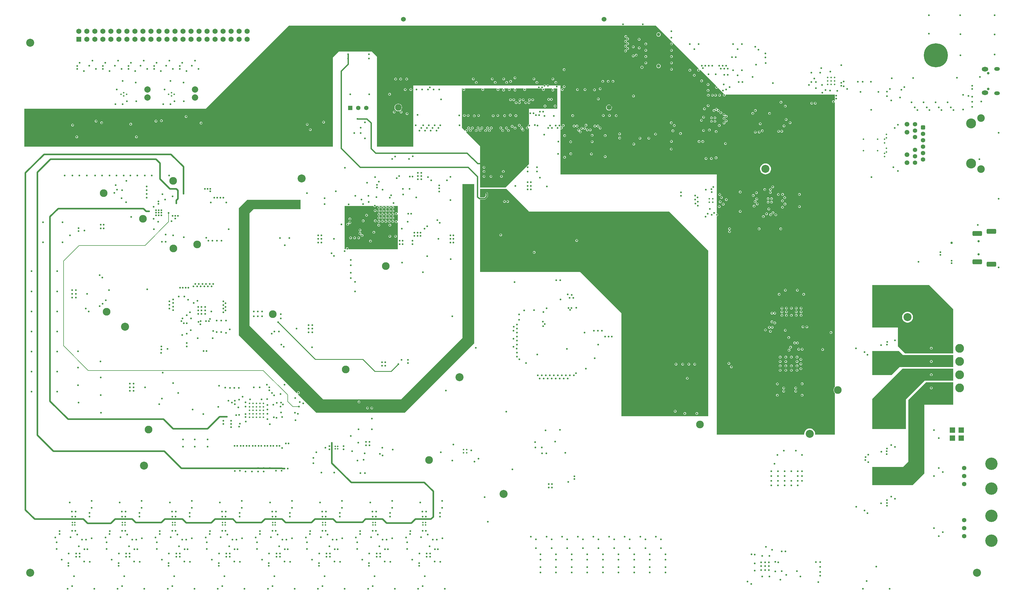
<source format=gbr>
%TF.GenerationSoftware,Altium Limited,Altium Designer,22.6.1 (34)*%
G04 Layer_Physical_Order=9*
G04 Layer_Color=16711935*
%FSLAX26Y26*%
%MOIN*%
%TF.SameCoordinates,08F94D22-2ED8-4738-ABBF-34BB79D8E07D*%
%TF.FilePolarity,Positive*%
%TF.FileFunction,Copper,L9,Inr,Signal*%
%TF.Part,Single*%
G01*
G75*
%TA.AperFunction,Conductor*%
%ADD115C,0.010000*%
%ADD121C,0.019685*%
%ADD124C,0.006142*%
%TA.AperFunction,ComponentPad*%
%ADD142R,0.067913X0.067913*%
%ADD143C,0.020000*%
%ADD144C,0.096457*%
%ADD145C,0.078740*%
%ADD146R,0.054685X0.054685*%
%ADD147C,0.054685*%
%ADD148C,0.031496*%
G04:AMPARAMS|DCode=149|XSize=57.087mil|YSize=78.74mil|CornerRadius=28.543mil|HoleSize=0mil|Usage=FLASHONLY|Rotation=90.000|XOffset=0mil|YOffset=0mil|HoleType=Round|Shape=RoundedRectangle|*
%AMROUNDEDRECTD149*
21,1,0.057087,0.021654,0,0,90.0*
21,1,0.000000,0.078740,0,0,90.0*
1,1,0.057087,0.010827,0.000000*
1,1,0.057087,0.010827,0.000000*
1,1,0.057087,-0.010827,0.000000*
1,1,0.057087,-0.010827,0.000000*
%
%ADD149ROUNDEDRECTD149*%
G04:AMPARAMS|DCode=150|XSize=45.276mil|YSize=70.866mil|CornerRadius=22.638mil|HoleSize=0mil|Usage=FLASHONLY|Rotation=90.000|XOffset=0mil|YOffset=0mil|HoleType=Round|Shape=RoundedRectangle|*
%AMROUNDEDRECTD150*
21,1,0.045276,0.025590,0,0,90.0*
21,1,0.000000,0.070866,0,0,90.0*
1,1,0.045276,0.012795,0.000000*
1,1,0.045276,0.012795,0.000000*
1,1,0.045276,-0.012795,0.000000*
1,1,0.045276,-0.012795,0.000000*
%
%ADD150ROUNDEDRECTD150*%
%ADD151C,0.055000*%
%ADD152C,0.154000*%
%ADD153C,0.064961*%
%ADD154R,0.064961X0.064961*%
%ADD155C,0.060000*%
G04:AMPARAMS|DCode=156|XSize=62.992mil|YSize=120.079mil|CornerRadius=15.748mil|HoleSize=0mil|Usage=FLASHONLY|Rotation=90.000|XOffset=0mil|YOffset=0mil|HoleType=Round|Shape=RoundedRectangle|*
%AMROUNDEDRECTD156*
21,1,0.062992,0.088583,0,0,90.0*
21,1,0.031496,0.120079,0,0,90.0*
1,1,0.031496,0.044291,0.015748*
1,1,0.031496,0.044291,-0.015748*
1,1,0.031496,-0.044291,-0.015748*
1,1,0.031496,-0.044291,0.015748*
%
%ADD156ROUNDEDRECTD156*%
%ADD157C,0.028543*%
%ADD158C,0.083000*%
%ADD159C,0.063000*%
%ADD160C,0.100000*%
%ADD161C,0.300000*%
%ADD162C,0.110000*%
%ADD163C,0.042520*%
%ADD164C,0.124016*%
%ADD165C,0.094488*%
%ADD166C,0.059843*%
%ADD167C,0.055118*%
G04:AMPARAMS|DCode=168|XSize=55.118mil|YSize=55.118mil|CornerRadius=13.78mil|HoleSize=0mil|Usage=FLASHONLY|Rotation=270.000|XOffset=0mil|YOffset=0mil|HoleType=Round|Shape=RoundedRectangle|*
%AMROUNDEDRECTD168*
21,1,0.055118,0.027559,0,0,270.0*
21,1,0.027559,0.055118,0,0,270.0*
1,1,0.027559,-0.013780,-0.013780*
1,1,0.027559,-0.013780,0.013780*
1,1,0.027559,0.013780,0.013780*
1,1,0.027559,0.013780,-0.013780*
%
%ADD168ROUNDEDRECTD168*%
%TA.AperFunction,ViaPad*%
%ADD169C,0.021654*%
%ADD170C,0.040000*%
%ADD171C,0.019000*%
%ADD172C,0.027559*%
%ADD173C,0.030000*%
%ADD174C,0.019685*%
%TA.AperFunction,Conductor*%
%ADD182C,0.015000*%
G36*
X8149998Y7271653D02*
X8686254Y6735400D01*
X8683791Y6730791D01*
X8682252Y6731097D01*
X8676077Y6729869D01*
X8670842Y6726371D01*
X8667344Y6721136D01*
X8666115Y6714961D01*
X8667344Y6708785D01*
X8670842Y6703550D01*
X8676077Y6700052D01*
X8682252Y6698824D01*
X8688427Y6700052D01*
X8693663Y6703550D01*
X8697161Y6708785D01*
X8698389Y6714961D01*
X8698083Y6716499D01*
X8702691Y6718962D01*
X8901519Y6520135D01*
X8900478Y6515361D01*
X8899786Y6514797D01*
X8894717Y6511410D01*
X8891219Y6506175D01*
X8889990Y6500000D01*
X8891219Y6493825D01*
X8894717Y6488590D01*
X8899952Y6485092D01*
X8906127Y6483863D01*
X8912303Y6485092D01*
X8917538Y6488590D01*
X8920925Y6493658D01*
X8921489Y6494351D01*
X8926262Y6495392D01*
X8997321Y6424333D01*
X8995919Y6418665D01*
X8992133Y6416135D01*
X8988635Y6410900D01*
X8987406Y6404724D01*
X8988635Y6398549D01*
X8992133Y6393314D01*
X8997368Y6389816D01*
X9003543Y6388588D01*
X9009719Y6389816D01*
X9014954Y6393314D01*
X9018452Y6398549D01*
X9019680Y6404724D01*
X9019476Y6405749D01*
X9022648Y6409614D01*
X10382691Y6409614D01*
Y6401921D01*
X10381777Y6397323D01*
X10382691Y6392725D01*
Y6367351D01*
X10381762Y6362677D01*
X10382691Y6358003D01*
Y6333532D01*
X10377691Y6332015D01*
X10376410Y6333932D01*
X10371175Y6337430D01*
X10365000Y6338658D01*
X10358825Y6337430D01*
X10353590Y6333932D01*
X10350092Y6328697D01*
X10348863Y6322521D01*
X10350092Y6316346D01*
X10353590Y6311111D01*
X10358825Y6307613D01*
X10365000Y6306384D01*
X10371175Y6307613D01*
X10376410Y6311111D01*
X10377691Y6313027D01*
X10382691Y6311511D01*
X10382692Y2763466D01*
X10382037Y2762963D01*
X10373505Y2751844D01*
X10368142Y2738895D01*
X10366312Y2725000D01*
X10368142Y2711105D01*
X10373505Y2698156D01*
X10382037Y2687037D01*
X10382692Y2686534D01*
X10382692Y2168176D01*
X10140141D01*
X10136784Y2171881D01*
X10137227Y2176378D01*
X10135914Y2189708D01*
X10132025Y2202526D01*
X10125711Y2214340D01*
X10117213Y2224694D01*
X10106859Y2233191D01*
X10095046Y2239506D01*
X10082228Y2243394D01*
X10068898Y2244707D01*
X10055567Y2243394D01*
X10042749Y2239506D01*
X10030936Y2233191D01*
X10020582Y2224694D01*
X10012084Y2214340D01*
X10005770Y2202526D01*
X10001881Y2189708D01*
X10000569Y2176378D01*
X10001012Y2171881D01*
X9997654Y2168176D01*
X8910630D01*
X8910630Y4894363D01*
X8911221Y4894847D01*
X8917396Y4896076D01*
X8922631Y4899574D01*
X8926129Y4904809D01*
X8927357Y4910984D01*
X8926129Y4917160D01*
X8922631Y4922395D01*
X8917396Y4925893D01*
X8911221Y4927121D01*
X8910630Y4927606D01*
Y5414718D01*
X6959842Y5414717D01*
X6959842Y5977517D01*
X6961350Y5978323D01*
X6964842Y5979674D01*
X6970315Y5978586D01*
X6976490Y5979814D01*
X6981725Y5983312D01*
X6985224Y5988547D01*
X6986452Y5994723D01*
X6985224Y6000898D01*
X6981725Y6006133D01*
X6976490Y6009631D01*
X6970315Y6010859D01*
X6965258Y6009854D01*
X6960685Y6012549D01*
X6960046Y6016550D01*
X6961832Y6019222D01*
X6963060Y6025398D01*
X6961832Y6031573D01*
X6959842Y6034550D01*
Y6523228D01*
X6920606D01*
X6917443Y6525342D01*
X6911268Y6526570D01*
X6905093Y6525342D01*
X6901930Y6523228D01*
X6816798D01*
X6816303Y6525715D01*
X6812805Y6530950D01*
X6807570Y6534448D01*
X6801395Y6535676D01*
X6795219Y6534448D01*
X6789984Y6530950D01*
X6786486Y6525715D01*
X6785991Y6523228D01*
X6776443D01*
X6775949Y6525715D01*
X6772450Y6530950D01*
X6767215Y6534448D01*
X6761040Y6535676D01*
X6754865Y6534448D01*
X6749630Y6530950D01*
X6746132Y6525715D01*
X6745637Y6523228D01*
X5121260Y6523228D01*
X5121260Y5760236D01*
X4667878D01*
Y6884878D01*
X4605118Y6947638D01*
X4192126D01*
X4118898Y6874409D01*
Y5760236D01*
X270472D01*
Y6233441D01*
X2532260Y6233440D01*
X3570473Y7271654D01*
X8149998Y7271653D01*
D02*
G37*
G36*
X6919291Y6234252D02*
X6565354D01*
Y6039115D01*
X6559808Y6036818D01*
X6555356Y6032365D01*
X6552946Y6026548D01*
Y6020252D01*
X6555356Y6014435D01*
X6556993Y6012798D01*
X6554118Y6008989D01*
X6548301Y6011398D01*
X6542005D01*
X6536188Y6008989D01*
X6531736Y6004536D01*
X6529326Y5998719D01*
Y5992423D01*
X6531736Y5986606D01*
X6536188Y5982154D01*
X6542005Y5979744D01*
X6548301D01*
X6554118Y5982154D01*
X6558570Y5986606D01*
X6560354Y5990913D01*
X6565354Y5989918D01*
Y5545669D01*
X6272047Y5252362D01*
X5957480D01*
Y5768897D01*
X5784225Y5942152D01*
X5785216Y5944811D01*
X5786677Y5946772D01*
X5792243D01*
X5798060Y5949181D01*
X5802512Y5953633D01*
X5804921Y5959450D01*
Y5965747D01*
X5802512Y5971564D01*
X5798060Y5976016D01*
X5792243Y5978425D01*
X5785946D01*
X5780129Y5976016D01*
X5775677Y5971564D01*
X5773268Y5965747D01*
Y5960181D01*
X5771307Y5958720D01*
X5768648Y5957729D01*
X5730315Y5996062D01*
Y6487008D01*
X5738351D01*
X5740694Y6482280D01*
X5738285Y6476463D01*
Y6470167D01*
X5740694Y6464350D01*
X5745146Y6459898D01*
X5750963Y6457488D01*
X5757260D01*
X5763077Y6459898D01*
X5767529Y6464350D01*
X5769938Y6470167D01*
Y6476463D01*
X5767529Y6482280D01*
X5769872Y6487008D01*
X5974551D01*
X5976894Y6482280D01*
X5974485Y6476463D01*
Y6470167D01*
X5976894Y6464350D01*
X5981346Y6459898D01*
X5987163Y6457488D01*
X5993459D01*
X5999276Y6459898D01*
X6003729Y6464350D01*
X6006138Y6470167D01*
Y6476463D01*
X6003729Y6482280D01*
X6006072Y6487008D01*
X6163511D01*
X6165854Y6482280D01*
X6163445Y6476463D01*
Y6470167D01*
X6165854Y6464350D01*
X6170306Y6459898D01*
X6176123Y6457488D01*
X6182419D01*
X6188236Y6459898D01*
X6192689Y6464350D01*
X6195098Y6470167D01*
Y6476463D01*
X6192689Y6482280D01*
X6195032Y6487008D01*
X6241908D01*
X6242903Y6482008D01*
X6241187Y6481297D01*
X6236735Y6476845D01*
X6234325Y6471028D01*
Y6464732D01*
X6236735Y6458915D01*
X6241187Y6454462D01*
X6247004Y6452053D01*
X6253300D01*
X6259117Y6454462D01*
X6263569Y6458915D01*
X6265979Y6464732D01*
Y6471028D01*
X6263569Y6476845D01*
X6259117Y6481297D01*
X6257401Y6482008D01*
X6258395Y6487008D01*
X6305231D01*
X6307574Y6482280D01*
X6305165Y6476463D01*
Y6470167D01*
X6307574Y6464350D01*
X6312026Y6459898D01*
X6317843Y6457488D01*
X6324140D01*
X6329957Y6459898D01*
X6334409Y6464350D01*
X6336818Y6470167D01*
Y6476463D01*
X6334409Y6482280D01*
X6336752Y6487008D01*
X6383651D01*
X6384646Y6482008D01*
X6382870Y6481272D01*
X6378417Y6476820D01*
X6376008Y6471003D01*
Y6464707D01*
X6378417Y6458890D01*
X6382870Y6454438D01*
X6388687Y6452028D01*
X6394983D01*
X6400800Y6454438D01*
X6405252Y6458890D01*
X6407661Y6464707D01*
Y6471003D01*
X6405252Y6476820D01*
X6400800Y6481272D01*
X6399023Y6482008D01*
X6400018Y6487008D01*
X6496699D01*
X6499043Y6482280D01*
X6496633Y6476463D01*
Y6470167D01*
X6499043Y6464350D01*
X6503495Y6459898D01*
X6509312Y6457488D01*
X6515608D01*
X6521425Y6459898D01*
X6525877Y6464350D01*
X6528287Y6470167D01*
Y6476463D01*
X6525877Y6482280D01*
X6528221Y6487008D01*
X6685109D01*
X6687552Y6485996D01*
X6693848D01*
X6696290Y6487008D01*
X6724393D01*
X6726835Y6485996D01*
X6729379D01*
X6730469Y6484789D01*
X6732202Y6480996D01*
X6730325Y6476463D01*
Y6470167D01*
X6732734Y6464350D01*
X6737186Y6459898D01*
X6743003Y6457488D01*
X6749300D01*
X6755117Y6459898D01*
X6759569Y6464350D01*
X6761978Y6470167D01*
Y6476463D01*
X6759569Y6482280D01*
X6761912Y6487008D01*
X6856003D01*
X6856998Y6482008D01*
X6855281Y6481297D01*
X6850829Y6476845D01*
X6848420Y6471028D01*
Y6464732D01*
X6850829Y6458915D01*
X6855281Y6454462D01*
X6861098Y6452053D01*
X6867394D01*
X6873211Y6454462D01*
X6877664Y6458915D01*
X6880073Y6464732D01*
Y6471028D01*
X6877664Y6476845D01*
X6873211Y6481297D01*
X6871495Y6482008D01*
X6872490Y6487008D01*
X6919291D01*
Y6234252D01*
D02*
G37*
G36*
X4927953Y4934853D02*
X4922953Y4933336D01*
X4920899Y4936410D01*
X4915663Y4939908D01*
X4909488Y4941137D01*
X4903313Y4939908D01*
X4898078Y4936410D01*
X4894580Y4931175D01*
X4893351Y4925000D01*
X4894580Y4918825D01*
X4898078Y4913590D01*
X4903313Y4910092D01*
X4909488Y4908863D01*
X4915663Y4910092D01*
X4920899Y4913590D01*
X4922953Y4916664D01*
X4927953Y4915147D01*
Y4834853D01*
X4922953Y4833336D01*
X4920899Y4836410D01*
X4915663Y4839908D01*
X4909488Y4841137D01*
X4903313Y4839908D01*
X4898078Y4836410D01*
X4894580Y4831175D01*
X4893351Y4825000D01*
X4894580Y4818825D01*
X4898078Y4813590D01*
X4903313Y4810092D01*
X4909488Y4808863D01*
X4915663Y4810092D01*
X4920899Y4813590D01*
X4922953Y4816664D01*
X4927953Y4815147D01*
X4927953Y4482283D01*
X4316843D01*
X4313671Y4486149D01*
X4314042Y4488012D01*
X4312814Y4494187D01*
X4309315Y4499422D01*
X4304080Y4502920D01*
X4297905Y4504149D01*
X4291730Y4502920D01*
X4286495Y4499422D01*
X4282997Y4494187D01*
X4281768Y4488012D01*
X4282139Y4486149D01*
X4278967Y4482283D01*
X4265354D01*
X4265354Y5022441D01*
X4625560D01*
X4626624Y5017092D01*
X4630122Y5011857D01*
X4635357Y5008359D01*
X4641533Y5007131D01*
X4647708Y5008359D01*
X4652943Y5011857D01*
X4656441Y5017092D01*
X4657505Y5022441D01*
X4691334D01*
X4691827Y5017441D01*
X4690215Y5017120D01*
X4687211Y5016523D01*
X4681975Y5013025D01*
X4678477Y5007789D01*
X4677249Y5001614D01*
X4678477Y4995439D01*
X4681975Y4990204D01*
X4687211Y4986706D01*
X4693386Y4985477D01*
X4699561Y4986706D01*
X4704796Y4990204D01*
X4708294Y4995439D01*
X4709523Y5001614D01*
X4708294Y5007789D01*
X4704796Y5013025D01*
X4699561Y5016523D01*
X4696557Y5017120D01*
X4694945Y5017441D01*
X4695438Y5022441D01*
X4734641D01*
X4735134Y5017441D01*
X4733522Y5017120D01*
X4730518Y5016523D01*
X4725283Y5013025D01*
X4721784Y5007789D01*
X4720556Y5001614D01*
X4721784Y4995439D01*
X4725283Y4990204D01*
X4730518Y4986706D01*
X4736693Y4985477D01*
X4742868Y4986706D01*
X4748103Y4990204D01*
X4751601Y4995439D01*
X4752830Y5001614D01*
X4751601Y5007789D01*
X4748103Y5013025D01*
X4742868Y5016523D01*
X4739864Y5017120D01*
X4738252Y5017441D01*
X4738745Y5022441D01*
X4777948D01*
X4778441Y5017441D01*
X4776829Y5017120D01*
X4773825Y5016523D01*
X4768590Y5013025D01*
X4765092Y5007789D01*
X4763863Y5001614D01*
X4765092Y4995439D01*
X4768590Y4990204D01*
X4773825Y4986706D01*
X4780000Y4985477D01*
X4786175Y4986706D01*
X4791410Y4990204D01*
X4794908Y4995439D01*
X4796137Y5001614D01*
X4794908Y5007789D01*
X4791410Y5013025D01*
X4786175Y5016523D01*
X4783171Y5017120D01*
X4781559Y5017441D01*
X4782052Y5022441D01*
X4821255D01*
X4821748Y5017441D01*
X4820136Y5017120D01*
X4817132Y5016523D01*
X4811897Y5013025D01*
X4808399Y5007789D01*
X4807170Y5001614D01*
X4808399Y4995439D01*
X4811897Y4990204D01*
X4817132Y4986706D01*
X4823307Y4985477D01*
X4829482Y4986706D01*
X4834717Y4990204D01*
X4838216Y4995439D01*
X4839444Y5001614D01*
X4838216Y5007789D01*
X4834717Y5013025D01*
X4829482Y5016523D01*
X4826478Y5017120D01*
X4824866Y5017441D01*
X4825359Y5022441D01*
X4864562D01*
X4865055Y5017441D01*
X4863443Y5017120D01*
X4860439Y5016523D01*
X4855204Y5013025D01*
X4851706Y5007789D01*
X4850477Y5001614D01*
X4851706Y4995439D01*
X4855204Y4990204D01*
X4860439Y4986706D01*
X4866614Y4985477D01*
X4872789Y4986706D01*
X4878025Y4990204D01*
X4881523Y4995439D01*
X4882751Y5001614D01*
X4881523Y5007789D01*
X4878025Y5013025D01*
X4872789Y5016523D01*
X4869785Y5017120D01*
X4868173Y5017441D01*
X4868666Y5022441D01*
X4927953D01*
Y4934853D01*
D02*
G37*
G36*
X11860236Y3735763D02*
Y3180000D01*
X11260000D01*
X11170000Y3270000D01*
Y3504000D01*
X10849000D01*
Y4035000D01*
X11561000D01*
X11860236Y3735763D01*
D02*
G37*
G36*
X11232998Y3160002D02*
X11860236Y3159998D01*
Y3010000D01*
X11188000D01*
X11088000Y2910000D01*
X10849016D01*
Y3210000D01*
X11183000D01*
X11232998Y3160002D01*
D02*
G37*
G36*
X5883071Y3307480D02*
X5017323Y2441732D01*
X3912205D01*
X3681497Y2672441D01*
X3684329Y2676679D01*
X3686984Y2675579D01*
X3693281D01*
X3699098Y2677989D01*
X3703550Y2682441D01*
X3705959Y2688258D01*
Y2694554D01*
X3703550Y2700371D01*
X3699098Y2704823D01*
X3693281Y2707233D01*
X3686984D01*
X3681167Y2704823D01*
X3676715Y2700371D01*
X3674306Y2694554D01*
Y2688258D01*
X3675406Y2685602D01*
X3671167Y2682770D01*
X2944882Y3409055D01*
Y4994882D01*
X3049213Y5099213D01*
X3717716D01*
Y4982677D01*
X3133465D01*
X3080709Y4929921D01*
Y3526378D01*
X3998032Y2609055D01*
X4973228D01*
X5737008Y3372834D01*
Y5296063D01*
X5883071D01*
Y3307480D01*
D02*
G37*
G36*
X6566929Y4951968D02*
X8315354Y4951968D01*
X8802756Y4464567D01*
Y2397638D01*
X7718110D01*
Y3683465D01*
X7202756Y4198819D01*
X5957480D01*
Y5101035D01*
X6011811D01*
X6016688Y5102005D01*
X6020823Y5104767D01*
X6049406Y5133350D01*
X6052168Y5137485D01*
X6053139Y5142362D01*
Y5177882D01*
X6052168Y5182759D01*
X6049406Y5186894D01*
X6045271Y5189657D01*
X6040394Y5190627D01*
X6035516Y5189657D01*
X6031382Y5186894D01*
X6028619Y5182759D01*
X6027649Y5177882D01*
Y5147641D01*
X6006532Y5126524D01*
X5957480D01*
Y5233071D01*
X6285827D01*
X6566929Y4951968D01*
D02*
G37*
G36*
X11860236Y2990000D02*
Y2840000D01*
X11502000D01*
X11269000Y2607000D01*
X11269000Y2239000D01*
X10849016D01*
Y2613016D01*
X11226000Y2990000D01*
X11860236Y2990000D01*
D02*
G37*
G36*
Y2820000D02*
Y2540000D01*
X11500000D01*
Y1684000D01*
X11354000Y1538000D01*
X10849016D01*
Y1765000D01*
X11235000D01*
X11300000Y1830000D01*
Y2601000D01*
X11519000Y2820000D01*
X11860236Y2820000D01*
D02*
G37*
%LPC*%
G36*
X8183858Y7187116D02*
X8177003Y7186214D01*
X8170615Y7183568D01*
X8165130Y7179359D01*
X8160920Y7173873D01*
X8158274Y7167485D01*
X8157372Y7160630D01*
X8158274Y7153775D01*
X8160920Y7147387D01*
X8165130Y7141901D01*
X8170615Y7137692D01*
X8177003Y7135046D01*
X8183858Y7134144D01*
X8190713Y7135046D01*
X8197102Y7137692D01*
X8202587Y7141901D01*
X8206796Y7147387D01*
X8209442Y7153775D01*
X8210345Y7160630D01*
X8209442Y7167485D01*
X8206796Y7173873D01*
X8202587Y7179359D01*
X8197102Y7183568D01*
X8190713Y7186214D01*
X8183858Y7187116D01*
D02*
G37*
G36*
X7774593Y7151137D02*
X7768418Y7149908D01*
X7763183Y7146410D01*
X7759685Y7141175D01*
X7758457Y7135000D01*
X7759685Y7128825D01*
X7763183Y7123590D01*
X7768418Y7120092D01*
X7774593Y7118863D01*
X7780769Y7120092D01*
X7786004Y7123590D01*
X7789502Y7128825D01*
X7790730Y7135000D01*
X7789502Y7141175D01*
X7786004Y7146410D01*
X7780769Y7149908D01*
X7774593Y7151137D01*
D02*
G37*
G36*
X7797500Y7121137D02*
X7791325Y7119908D01*
X7786090Y7116410D01*
X7782592Y7111175D01*
X7781363Y7105000D01*
X7782592Y7098825D01*
X7786090Y7093590D01*
X7791325Y7090092D01*
X7797500Y7088863D01*
X7803675Y7090092D01*
X7808910Y7093590D01*
X7812408Y7098825D01*
X7813637Y7105000D01*
X7812408Y7111175D01*
X7808910Y7116410D01*
X7803675Y7119908D01*
X7797500Y7121137D01*
D02*
G37*
G36*
X7940000Y7116570D02*
X7933825Y7115342D01*
X7928590Y7111843D01*
X7925092Y7106608D01*
X7923863Y7100433D01*
X7925092Y7094258D01*
X7928590Y7089023D01*
X7933825Y7085525D01*
X7940000Y7084296D01*
X7946175Y7085525D01*
X7951410Y7089023D01*
X7954908Y7094258D01*
X7956137Y7100433D01*
X7954908Y7106608D01*
X7951410Y7111843D01*
X7946175Y7115342D01*
X7940000Y7116570D01*
D02*
G37*
G36*
X7770829Y7091137D02*
X7764653Y7089908D01*
X7759418Y7086410D01*
X7755920Y7081175D01*
X7754692Y7075000D01*
X7755920Y7068825D01*
X7759418Y7063590D01*
X7764653Y7060092D01*
X7770829Y7058863D01*
X7777004Y7060092D01*
X7782239Y7063590D01*
X7785737Y7068825D01*
X7786965Y7075000D01*
X7785737Y7081175D01*
X7782239Y7086410D01*
X7777004Y7089908D01*
X7770829Y7091137D01*
D02*
G37*
G36*
X7797500Y7061137D02*
X7791325Y7059908D01*
X7786090Y7056410D01*
X7782592Y7051175D01*
X7781363Y7045000D01*
X7782592Y7038825D01*
X7786090Y7033590D01*
X7791325Y7030092D01*
X7797500Y7028863D01*
X7803675Y7030092D01*
X7808910Y7033590D01*
X7812408Y7038825D01*
X7813637Y7045000D01*
X7812408Y7051175D01*
X7808910Y7056410D01*
X7803675Y7059908D01*
X7797500Y7061137D01*
D02*
G37*
G36*
X8023268Y7058657D02*
X8017092Y7057428D01*
X8011857Y7053930D01*
X8008359Y7048695D01*
X8007131Y7042520D01*
X8008359Y7036345D01*
X8011857Y7031109D01*
X8017092Y7027611D01*
X8023268Y7026383D01*
X8029443Y7027611D01*
X8034678Y7031109D01*
X8038176Y7036345D01*
X8039405Y7042520D01*
X8038176Y7048695D01*
X8034678Y7053930D01*
X8029443Y7057428D01*
X8023268Y7058657D01*
D02*
G37*
G36*
X8344449Y7058657D02*
X8338273Y7057428D01*
X8333038Y7053930D01*
X8329540Y7048695D01*
X8328312Y7042520D01*
X8329540Y7036344D01*
X8333038Y7031109D01*
X8338273Y7027611D01*
X8344449Y7026383D01*
X8350624Y7027611D01*
X8355859Y7031109D01*
X8359357Y7036344D01*
X8360585Y7042520D01*
X8359357Y7048695D01*
X8355859Y7053930D01*
X8350624Y7057428D01*
X8344449Y7058657D01*
D02*
G37*
G36*
X7770829Y7031137D02*
X7764653Y7029908D01*
X7759418Y7026410D01*
X7755920Y7021175D01*
X7754692Y7015000D01*
X7755920Y7008825D01*
X7759418Y7003590D01*
X7764653Y7000092D01*
X7770829Y6998863D01*
X7777004Y7000092D01*
X7782239Y7003590D01*
X7785737Y7008825D01*
X7786965Y7015000D01*
X7785737Y7021175D01*
X7782239Y7026410D01*
X7777004Y7029908D01*
X7770829Y7031137D01*
D02*
G37*
G36*
X7867644Y7023215D02*
X7861469Y7021986D01*
X7856234Y7018488D01*
X7852735Y7013253D01*
X7851507Y7007078D01*
X7852735Y7000903D01*
X7856234Y6995667D01*
X7861469Y6992169D01*
X7867644Y6990941D01*
X7873819Y6992169D01*
X7879054Y6995667D01*
X7882552Y7000903D01*
X7883781Y7007078D01*
X7882552Y7013253D01*
X7879054Y7018488D01*
X7873819Y7021986D01*
X7867644Y7023215D01*
D02*
G37*
G36*
X7942402Y7010062D02*
X7936226Y7008834D01*
X7930991Y7005336D01*
X7927493Y7000101D01*
X7926265Y6993926D01*
X7927493Y6987750D01*
X7930991Y6982515D01*
X7936226Y6979017D01*
X7942402Y6977789D01*
X7948577Y6979017D01*
X7953812Y6982515D01*
X7957310Y6987750D01*
X7958538Y6993926D01*
X7957310Y7000101D01*
X7953812Y7005336D01*
X7948577Y7008834D01*
X7942402Y7010062D01*
D02*
G37*
G36*
X7797500Y7001137D02*
X7791325Y6999908D01*
X7786090Y6996410D01*
X7782592Y6991175D01*
X7781363Y6985000D01*
X7782592Y6978825D01*
X7786090Y6973590D01*
X7791325Y6970092D01*
X7797500Y6968863D01*
X7803675Y6970092D01*
X7808910Y6973590D01*
X7812408Y6978825D01*
X7813637Y6985000D01*
X7812408Y6991175D01*
X7808910Y6996410D01*
X7803675Y6999908D01*
X7797500Y7001137D01*
D02*
G37*
G36*
X8023268Y6979916D02*
X8017092Y6978688D01*
X8011857Y6975190D01*
X8008359Y6969955D01*
X8007131Y6963780D01*
X8008359Y6957604D01*
X8011857Y6952369D01*
X8017092Y6948871D01*
X8023268Y6947643D01*
X8029443Y6948871D01*
X8034678Y6952369D01*
X8038176Y6957604D01*
X8039405Y6963780D01*
X8038176Y6969955D01*
X8034678Y6975190D01*
X8029443Y6978688D01*
X8023268Y6979916D01*
D02*
G37*
G36*
X8344449Y6979916D02*
X8338273Y6978688D01*
X8333038Y6975190D01*
X8329540Y6969955D01*
X8328312Y6963779D01*
X8329540Y6957604D01*
X8333038Y6952369D01*
X8338273Y6948871D01*
X8344449Y6947643D01*
X8350624Y6948871D01*
X8355859Y6952369D01*
X8359357Y6957604D01*
X8360585Y6963779D01*
X8359357Y6969955D01*
X8355859Y6975190D01*
X8350624Y6978688D01*
X8344449Y6979916D01*
D02*
G37*
G36*
X7770829Y6971137D02*
X7764653Y6969908D01*
X7759418Y6966410D01*
X7755920Y6961175D01*
X7754692Y6955000D01*
X7755920Y6948825D01*
X7759418Y6943590D01*
X7764653Y6940092D01*
X7770829Y6938863D01*
X7777004Y6940092D01*
X7782239Y6943590D01*
X7785737Y6948825D01*
X7786965Y6955000D01*
X7785737Y6961175D01*
X7782239Y6966410D01*
X7777004Y6969908D01*
X7770829Y6971137D01*
D02*
G37*
G36*
X7905000Y6918711D02*
X7898825Y6917483D01*
X7893590Y6913985D01*
X7890092Y6908750D01*
X7888863Y6902575D01*
X7890092Y6896399D01*
X7893590Y6891164D01*
X7898825Y6887666D01*
X7905000Y6886438D01*
X7911175Y6887666D01*
X7916410Y6891164D01*
X7919908Y6896399D01*
X7921137Y6902575D01*
X7919908Y6908750D01*
X7916410Y6913985D01*
X7911175Y6917483D01*
X7905000Y6918711D01*
D02*
G37*
G36*
X7866674Y6909723D02*
X7860499Y6908495D01*
X7855264Y6904997D01*
X7851766Y6899762D01*
X7850537Y6893587D01*
X7851766Y6887411D01*
X7855264Y6882176D01*
X7860499Y6878678D01*
X7866674Y6877450D01*
X7872849Y6878678D01*
X7878084Y6882176D01*
X7881583Y6887411D01*
X7882811Y6893587D01*
X7881583Y6899762D01*
X7878084Y6904997D01*
X7872849Y6908495D01*
X7866674Y6909723D01*
D02*
G37*
G36*
X8023268Y6901176D02*
X8017092Y6899948D01*
X8011857Y6896450D01*
X8008359Y6891215D01*
X8007131Y6885039D01*
X8008359Y6878864D01*
X8011857Y6873629D01*
X8017092Y6870131D01*
X8023268Y6868903D01*
X8029443Y6870131D01*
X8034678Y6873629D01*
X8038176Y6878864D01*
X8039405Y6885039D01*
X8038176Y6891215D01*
X8034678Y6896450D01*
X8029443Y6899948D01*
X8023268Y6901176D01*
D02*
G37*
G36*
X8344449Y6901176D02*
X8338273Y6899948D01*
X8333038Y6896450D01*
X8329540Y6891215D01*
X8328312Y6885039D01*
X8329540Y6878864D01*
X8333038Y6873629D01*
X8338273Y6870131D01*
X8344449Y6868903D01*
X8350624Y6870131D01*
X8355859Y6873629D01*
X8359357Y6878864D01*
X8360585Y6885039D01*
X8359357Y6891215D01*
X8355859Y6896450D01*
X8350624Y6899948D01*
X8344449Y6901176D01*
D02*
G37*
G36*
X8023268Y6822634D02*
X8017093Y6821406D01*
X8011858Y6817908D01*
X8008359Y6812673D01*
X8007131Y6806498D01*
X8008359Y6800322D01*
X8011858Y6795087D01*
X8017093Y6791589D01*
X8023268Y6790361D01*
X8029443Y6791589D01*
X8034678Y6795087D01*
X8038176Y6800322D01*
X8039405Y6806498D01*
X8038176Y6812673D01*
X8034678Y6817908D01*
X8029443Y6821406D01*
X8023268Y6822634D01*
D02*
G37*
G36*
X8344449Y6822436D02*
X8338273Y6821208D01*
X8333038Y6817710D01*
X8329540Y6812475D01*
X8328312Y6806299D01*
X8329540Y6800124D01*
X8333038Y6794889D01*
X8338273Y6791391D01*
X8344449Y6790162D01*
X8350624Y6791391D01*
X8355859Y6794889D01*
X8359357Y6800124D01*
X8360585Y6806299D01*
X8359357Y6812475D01*
X8355859Y6817710D01*
X8350624Y6821208D01*
X8344449Y6822436D01*
D02*
G37*
G36*
X8183858Y6793416D02*
X8177003Y6792513D01*
X8170615Y6789867D01*
X8165130Y6785658D01*
X8160920Y6780172D01*
X8158274Y6773784D01*
X8157372Y6766929D01*
X8158274Y6760074D01*
X8160920Y6753686D01*
X8165130Y6748200D01*
X8170615Y6743991D01*
X8177003Y6741345D01*
X8183858Y6740443D01*
X8190713Y6741345D01*
X8197102Y6743991D01*
X8202587Y6748200D01*
X8206796Y6753686D01*
X8209442Y6760074D01*
X8210345Y6766929D01*
X8209442Y6773784D01*
X8206796Y6780172D01*
X8202587Y6785658D01*
X8197102Y6789867D01*
X8190713Y6792513D01*
X8183858Y6793416D01*
D02*
G37*
G36*
X7976037Y6770638D02*
X7968709Y6769181D01*
X7962497Y6765030D01*
X7958347Y6758818D01*
X7956889Y6751491D01*
X7958347Y6744163D01*
X7962497Y6737951D01*
X7968709Y6733801D01*
X7976037Y6732343D01*
X7983364Y6733801D01*
X7989576Y6737951D01*
X7993726Y6744163D01*
X7995184Y6751491D01*
X7993726Y6758818D01*
X7989576Y6765030D01*
X7983364Y6769181D01*
X7976037Y6770638D01*
D02*
G37*
G36*
X8344449Y6743696D02*
X8338273Y6742467D01*
X8333038Y6738969D01*
X8329540Y6733734D01*
X8328312Y6727559D01*
X8329540Y6721384D01*
X8333038Y6716149D01*
X8338273Y6712650D01*
X8344449Y6711422D01*
X8350624Y6712650D01*
X8355859Y6716149D01*
X8359357Y6721384D01*
X8360585Y6727559D01*
X8359357Y6733734D01*
X8355859Y6738969D01*
X8350624Y6742467D01*
X8344449Y6743696D01*
D02*
G37*
G36*
X7005000Y6737879D02*
X6998825Y6736651D01*
X6993590Y6733153D01*
X6990092Y6727918D01*
X6988863Y6721743D01*
X6990092Y6715567D01*
X6993590Y6710332D01*
X6998825Y6706834D01*
X7005000Y6705606D01*
X7011175Y6706834D01*
X7016410Y6710332D01*
X7019908Y6715567D01*
X7021137Y6721743D01*
X7019908Y6727918D01*
X7016410Y6733153D01*
X7011175Y6736651D01*
X7005000Y6737879D01*
D02*
G37*
G36*
X8573166Y6731097D02*
X8566991Y6729869D01*
X8561756Y6726371D01*
X8558258Y6721136D01*
X8557029Y6714961D01*
X8558258Y6708785D01*
X8561756Y6703550D01*
X8566991Y6700052D01*
X8573166Y6698824D01*
X8579341Y6700052D01*
X8584576Y6703550D01*
X8588075Y6708785D01*
X8589303Y6714961D01*
X8588075Y6721136D01*
X8584576Y6726371D01*
X8579341Y6729869D01*
X8573166Y6731097D01*
D02*
G37*
G36*
X8629331Y6667884D02*
X8623155Y6666656D01*
X8617920Y6663158D01*
X8614422Y6657923D01*
X8613194Y6651748D01*
X8614422Y6645572D01*
X8617920Y6640337D01*
X8623155Y6636839D01*
X8629331Y6635611D01*
X8635506Y6636839D01*
X8640741Y6640337D01*
X8644239Y6645572D01*
X8645468Y6651748D01*
X8644239Y6657923D01*
X8640741Y6663158D01*
X8635506Y6666656D01*
X8629331Y6667884D01*
D02*
G37*
G36*
X6391614Y6637094D02*
X6385439Y6635865D01*
X6380204Y6632367D01*
X6376706Y6627132D01*
X6375477Y6620957D01*
X6376706Y6614782D01*
X6380204Y6609546D01*
X6385439Y6606048D01*
X6391614Y6604820D01*
X6397789Y6606048D01*
X6403025Y6609546D01*
X6406523Y6614782D01*
X6407751Y6620957D01*
X6406523Y6627132D01*
X6403025Y6632367D01*
X6397789Y6635865D01*
X6391614Y6637094D01*
D02*
G37*
G36*
X6864016Y6622475D02*
X6857840Y6621247D01*
X6852605Y6617749D01*
X6849107Y6612514D01*
X6847879Y6606339D01*
X6849107Y6600163D01*
X6852605Y6594928D01*
X6857840Y6591430D01*
X6864016Y6590202D01*
X6870191Y6591430D01*
X6875426Y6594928D01*
X6878924Y6600163D01*
X6880153Y6606339D01*
X6878924Y6612514D01*
X6875426Y6617749D01*
X6870191Y6621247D01*
X6864016Y6622475D01*
D02*
G37*
G36*
X6627835D02*
X6621659Y6621247D01*
X6616424Y6617749D01*
X6612926Y6612514D01*
X6611698Y6606339D01*
X6612926Y6600163D01*
X6616424Y6594928D01*
X6621659Y6591430D01*
X6627835Y6590202D01*
X6634010Y6591430D01*
X6639245Y6594928D01*
X6642743Y6600163D01*
X6643971Y6606339D01*
X6642743Y6612514D01*
X6639245Y6617749D01*
X6634010Y6621247D01*
X6627835Y6622475D01*
D02*
G37*
G36*
X6249921D02*
X6243746Y6621247D01*
X6238511Y6617749D01*
X6235013Y6612514D01*
X6233784Y6606339D01*
X6235013Y6600163D01*
X6238511Y6594928D01*
X6243746Y6591430D01*
X6249921Y6590202D01*
X6256097Y6591430D01*
X6261332Y6594928D01*
X6264830Y6600163D01*
X6266058Y6606339D01*
X6264830Y6612514D01*
X6261332Y6617749D01*
X6256097Y6621247D01*
X6249921Y6622475D01*
D02*
G37*
G36*
X6108189D02*
X6102014Y6621247D01*
X6096779Y6617749D01*
X6093280Y6612514D01*
X6092052Y6606339D01*
X6093280Y6600163D01*
X6096779Y6594928D01*
X6102014Y6591430D01*
X6108189Y6590202D01*
X6114364Y6591430D01*
X6119599Y6594928D01*
X6123097Y6600163D01*
X6124326Y6606339D01*
X6123097Y6612514D01*
X6119599Y6617749D01*
X6114364Y6621247D01*
X6108189Y6622475D01*
D02*
G37*
G36*
X5871968D02*
X5865793Y6621247D01*
X5860558Y6617749D01*
X5857060Y6612514D01*
X5855832Y6606339D01*
X5857060Y6600163D01*
X5860558Y6594928D01*
X5865793Y6591430D01*
X5871968Y6590202D01*
X5878144Y6591430D01*
X5883379Y6594928D01*
X5886877Y6600163D01*
X5888105Y6606339D01*
X5886877Y6612514D01*
X5883379Y6617749D01*
X5878144Y6621247D01*
X5871968Y6622475D01*
D02*
G37*
G36*
X5039943Y6620778D02*
X5033767Y6619550D01*
X5028532Y6616052D01*
X5025034Y6610817D01*
X5023806Y6604641D01*
X5025034Y6598466D01*
X5028532Y6593231D01*
X5033767Y6589733D01*
X5039943Y6588505D01*
X5046118Y6589733D01*
X5051353Y6593231D01*
X5054851Y6598466D01*
X5056079Y6604641D01*
X5054851Y6610817D01*
X5051353Y6616052D01*
X5046118Y6619550D01*
X5039943Y6620778D01*
D02*
G37*
G36*
X4965641D02*
X4959465Y6619550D01*
X4954230Y6616052D01*
X4950732Y6610817D01*
X4949504Y6604641D01*
X4950732Y6598466D01*
X4954230Y6593231D01*
X4959465Y6589733D01*
X4965641Y6588505D01*
X4971816Y6589733D01*
X4977051Y6593231D01*
X4980549Y6598466D01*
X4981778Y6604641D01*
X4980549Y6610817D01*
X4977051Y6616052D01*
X4971816Y6619550D01*
X4965641Y6620778D01*
D02*
G37*
G36*
X4902189D02*
X4896013Y6619550D01*
X4890778Y6616052D01*
X4887280Y6610817D01*
X4886052Y6604641D01*
X4887280Y6598466D01*
X4890778Y6593231D01*
X4896013Y6589733D01*
X4902189Y6588505D01*
X4908364Y6589733D01*
X4913599Y6593231D01*
X4917097Y6598466D01*
X4918325Y6604641D01*
X4917097Y6610817D01*
X4913599Y6616052D01*
X4908364Y6619550D01*
X4902189Y6620778D01*
D02*
G37*
G36*
X8720350Y6597532D02*
X8714175Y6596304D01*
X8708940Y6592806D01*
X8705442Y6587571D01*
X8704214Y6581395D01*
X8705442Y6575220D01*
X8708940Y6569985D01*
X8714175Y6566487D01*
X8720350Y6565259D01*
X8726526Y6566487D01*
X8731761Y6569985D01*
X8735259Y6575220D01*
X8736487Y6581395D01*
X8735259Y6587571D01*
X8731761Y6592806D01*
X8726526Y6596304D01*
X8720350Y6597532D01*
D02*
G37*
G36*
X7614497Y6592200D02*
X7608322Y6590971D01*
X7603087Y6587473D01*
X7599588Y6582238D01*
X7598360Y6576063D01*
X7599588Y6569888D01*
X7603087Y6564653D01*
X7608322Y6561154D01*
X7614497Y6559926D01*
X7620672Y6561154D01*
X7625907Y6564653D01*
X7629405Y6569888D01*
X7630634Y6576063D01*
X7629405Y6582238D01*
X7625907Y6587473D01*
X7620672Y6590971D01*
X7614497Y6592200D01*
D02*
G37*
G36*
X7554789D02*
X7548614Y6590971D01*
X7543379Y6587473D01*
X7539881Y6582238D01*
X7538652Y6576063D01*
X7539881Y6569888D01*
X7543379Y6564653D01*
X7548614Y6561154D01*
X7554789Y6559926D01*
X7560964Y6561154D01*
X7566199Y6564653D01*
X7569698Y6569888D01*
X7570926Y6576063D01*
X7569698Y6582238D01*
X7566199Y6587473D01*
X7560964Y6590971D01*
X7554789Y6592200D01*
D02*
G37*
G36*
X7487216D02*
X7481041Y6590971D01*
X7475806Y6587473D01*
X7472307Y6582238D01*
X7471079Y6576063D01*
X7472307Y6569888D01*
X7475806Y6564653D01*
X7481041Y6561154D01*
X7487216Y6559926D01*
X7493391Y6561154D01*
X7498626Y6564653D01*
X7502124Y6569888D01*
X7503353Y6576063D01*
X7502124Y6582238D01*
X7498626Y6587473D01*
X7493391Y6590971D01*
X7487216Y6592200D01*
D02*
G37*
G36*
X6336643Y6591334D02*
X6330468Y6590105D01*
X6325233Y6586607D01*
X6321735Y6581372D01*
X6320507Y6575197D01*
X6321735Y6569022D01*
X6325233Y6563787D01*
X6330468Y6560288D01*
X6336643Y6559060D01*
X6342819Y6560288D01*
X6348054Y6563787D01*
X6351552Y6569022D01*
X6352780Y6575197D01*
X6351552Y6581372D01*
X6348054Y6586607D01*
X6342819Y6590105D01*
X6336643Y6591334D01*
D02*
G37*
G36*
X6901333Y6578617D02*
X6895158Y6577389D01*
X6889923Y6573891D01*
X6886425Y6568656D01*
X6885196Y6562480D01*
X6886425Y6556305D01*
X6889923Y6551070D01*
X6895158Y6547572D01*
X6901333Y6546343D01*
X6907508Y6547572D01*
X6912744Y6551070D01*
X6916242Y6556305D01*
X6917470Y6562480D01*
X6916242Y6568656D01*
X6912744Y6573891D01*
X6907508Y6577389D01*
X6901333Y6578617D01*
D02*
G37*
G36*
X6665152D02*
X6658977Y6577389D01*
X6653742Y6573891D01*
X6650244Y6568656D01*
X6649015Y6562480D01*
X6650244Y6556305D01*
X6653742Y6551070D01*
X6658977Y6547572D01*
X6665152Y6546343D01*
X6671327Y6547572D01*
X6676562Y6551070D01*
X6680061Y6556305D01*
X6681289Y6562480D01*
X6680061Y6568656D01*
X6676562Y6573891D01*
X6671327Y6577389D01*
X6665152Y6578617D01*
D02*
G37*
G36*
X6287239D02*
X6281064Y6577389D01*
X6275828Y6573891D01*
X6272330Y6568656D01*
X6271102Y6562480D01*
X6272330Y6556305D01*
X6275828Y6551070D01*
X6281064Y6547572D01*
X6287239Y6546343D01*
X6293414Y6547572D01*
X6298649Y6551070D01*
X6302147Y6556305D01*
X6303376Y6562480D01*
X6302147Y6568656D01*
X6298649Y6573891D01*
X6293414Y6577389D01*
X6287239Y6578617D01*
D02*
G37*
G36*
X6145507D02*
X6139331Y6577389D01*
X6134096Y6573891D01*
X6130598Y6568656D01*
X6129370Y6562480D01*
X6130598Y6556305D01*
X6134096Y6551070D01*
X6139331Y6547572D01*
X6145507Y6546343D01*
X6151682Y6547572D01*
X6156917Y6551070D01*
X6160415Y6556305D01*
X6161643Y6562480D01*
X6160415Y6568656D01*
X6156917Y6573891D01*
X6151682Y6577389D01*
X6145507Y6578617D01*
D02*
G37*
G36*
X5909286D02*
X5903111Y6577389D01*
X5897876Y6573891D01*
X5894377Y6568656D01*
X5893149Y6562480D01*
X5894377Y6556305D01*
X5897876Y6551070D01*
X5903111Y6547572D01*
X5909286Y6546343D01*
X5915461Y6547572D01*
X5920696Y6551070D01*
X5924194Y6556305D01*
X5925423Y6562480D01*
X5924194Y6568656D01*
X5920696Y6573891D01*
X5915461Y6577389D01*
X5909286Y6578617D01*
D02*
G37*
G36*
X8800276Y6553538D02*
X8794100Y6552310D01*
X8788865Y6548812D01*
X8785367Y6543577D01*
X8784139Y6537402D01*
X8785367Y6531226D01*
X8788865Y6525991D01*
X8794100Y6522493D01*
X8800276Y6521265D01*
X8806451Y6522493D01*
X8811686Y6525991D01*
X8815184Y6531226D01*
X8816412Y6537402D01*
X8815184Y6543577D01*
X8811686Y6548812D01*
X8806451Y6552310D01*
X8800276Y6553538D01*
D02*
G37*
G36*
X7005748Y6526570D02*
X6999573Y6525342D01*
X6994338Y6521843D01*
X6990840Y6516608D01*
X6989611Y6510433D01*
X6990840Y6504258D01*
X6994338Y6499023D01*
X6999573Y6495525D01*
X7005748Y6494296D01*
X7011923Y6495525D01*
X7017158Y6499023D01*
X7020657Y6504258D01*
X7021885Y6510433D01*
X7020657Y6516608D01*
X7017158Y6521843D01*
X7011923Y6525342D01*
X7005748Y6526570D01*
D02*
G37*
G36*
X7454528Y6499405D02*
X7448352Y6498177D01*
X7443117Y6494679D01*
X7439619Y6489444D01*
X7438391Y6483269D01*
X7439619Y6477093D01*
X7443117Y6471858D01*
X7448352Y6468360D01*
X7454528Y6467132D01*
X7460703Y6468360D01*
X7465938Y6471858D01*
X7469436Y6477093D01*
X7470664Y6483269D01*
X7469436Y6489444D01*
X7465938Y6494679D01*
X7460703Y6498177D01*
X7454528Y6499405D01*
D02*
G37*
G36*
X7265782Y6489452D02*
X7259606Y6488223D01*
X7254371Y6484725D01*
X7250873Y6479490D01*
X7249645Y6473315D01*
X7250873Y6467140D01*
X7254371Y6461904D01*
X7259606Y6458406D01*
X7265782Y6457178D01*
X7271957Y6458406D01*
X7277192Y6461904D01*
X7280690Y6467140D01*
X7281918Y6473315D01*
X7280690Y6479490D01*
X7277192Y6484725D01*
X7271957Y6488223D01*
X7265782Y6489452D01*
D02*
G37*
G36*
X7171333D02*
X7165157Y6488223D01*
X7159922Y6484725D01*
X7156424Y6479490D01*
X7155196Y6473315D01*
X7156424Y6467140D01*
X7159922Y6461904D01*
X7165157Y6458406D01*
X7171333Y6457178D01*
X7177508Y6458406D01*
X7182743Y6461904D01*
X7186241Y6467140D01*
X7187470Y6473315D01*
X7186241Y6479490D01*
X7182743Y6484725D01*
X7177508Y6488223D01*
X7171333Y6489452D01*
D02*
G37*
G36*
X6982351D02*
X6976176Y6488223D01*
X6970941Y6484725D01*
X6967443Y6479490D01*
X6966215Y6473315D01*
X6967443Y6467140D01*
X6970941Y6461904D01*
X6976176Y6458406D01*
X6982351Y6457178D01*
X6988527Y6458406D01*
X6993762Y6461904D01*
X6997260Y6467140D01*
X6998488Y6473315D01*
X6997260Y6479490D01*
X6993762Y6484725D01*
X6988527Y6488223D01*
X6982351Y6489452D01*
D02*
G37*
G36*
X5092756Y6489445D02*
X5086581Y6488217D01*
X5081346Y6484719D01*
X5077848Y6479484D01*
X5076620Y6473309D01*
X5077848Y6467133D01*
X5081346Y6461898D01*
X5086581Y6458400D01*
X5092756Y6457172D01*
X5098932Y6458400D01*
X5104167Y6461898D01*
X5107665Y6467133D01*
X5108893Y6473309D01*
X5107665Y6479484D01*
X5104167Y6484719D01*
X5098932Y6488217D01*
X5092756Y6489445D01*
D02*
G37*
G36*
X5021890D02*
X5015715Y6488217D01*
X5010480Y6484719D01*
X5006982Y6479484D01*
X5005753Y6473309D01*
X5006982Y6467133D01*
X5010480Y6461898D01*
X5015715Y6458400D01*
X5021890Y6457172D01*
X5028065Y6458400D01*
X5033301Y6461898D01*
X5036799Y6467133D01*
X5038027Y6473309D01*
X5036799Y6479484D01*
X5033301Y6484719D01*
X5028065Y6488217D01*
X5021890Y6489445D01*
D02*
G37*
G36*
X7383892Y6486988D02*
X7377717Y6485759D01*
X7372481Y6482261D01*
X7368983Y6477026D01*
X7367755Y6470851D01*
X7368983Y6464675D01*
X7372481Y6459440D01*
X7377717Y6455942D01*
X7383892Y6454714D01*
X7390067Y6455942D01*
X7395302Y6459440D01*
X7398800Y6464675D01*
X7400029Y6470851D01*
X7398800Y6477026D01*
X7395302Y6482261D01*
X7390067Y6485759D01*
X7383892Y6486988D01*
D02*
G37*
G36*
X8800276Y6478735D02*
X8794100Y6477507D01*
X8788865Y6474009D01*
X8785367Y6468774D01*
X8784139Y6462599D01*
X8785367Y6456423D01*
X8788865Y6451188D01*
X8794100Y6447690D01*
X8800276Y6446462D01*
X8806451Y6447690D01*
X8811686Y6451188D01*
X8815184Y6456423D01*
X8816412Y6462599D01*
X8815184Y6468774D01*
X8811686Y6474009D01*
X8806451Y6477507D01*
X8800276Y6478735D01*
D02*
G37*
G36*
X4826549Y6431137D02*
X4820374Y6429908D01*
X4815139Y6426410D01*
X4811641Y6421175D01*
X4810413Y6415000D01*
X4811641Y6408825D01*
X4815139Y6403590D01*
X4820374Y6400092D01*
X4826549Y6398863D01*
X4832725Y6400092D01*
X4837960Y6403590D01*
X4841458Y6408825D01*
X4842686Y6415000D01*
X4841458Y6421175D01*
X4837960Y6426410D01*
X4832725Y6429908D01*
X4826549Y6431137D01*
D02*
G37*
G36*
X8944488Y6420074D02*
X8938313Y6418846D01*
X8933078Y6415347D01*
X8929580Y6410112D01*
X8928351Y6403937D01*
X8929580Y6397762D01*
X8933078Y6392527D01*
X8938313Y6389029D01*
X8944488Y6387800D01*
X8950664Y6389029D01*
X8955899Y6392527D01*
X8959397Y6397762D01*
X8960625Y6403937D01*
X8959397Y6410112D01*
X8955899Y6415347D01*
X8950664Y6418846D01*
X8944488Y6420074D01*
D02*
G37*
G36*
X8854331Y6419286D02*
X8848155Y6418058D01*
X8842920Y6414560D01*
X8839422Y6409325D01*
X8838194Y6403150D01*
X8839422Y6396974D01*
X8842920Y6391739D01*
X8848155Y6388241D01*
X8854331Y6387013D01*
X8860506Y6388241D01*
X8865741Y6391739D01*
X8869239Y6396974D01*
X8870468Y6403150D01*
X8869239Y6409325D01*
X8865741Y6414560D01*
X8860506Y6418058D01*
X8854331Y6419286D01*
D02*
G37*
G36*
X8893307Y6418893D02*
X8887132Y6417664D01*
X8881897Y6414166D01*
X8878399Y6408931D01*
X8877170Y6402756D01*
X8878399Y6396581D01*
X8881897Y6391346D01*
X8887132Y6387847D01*
X8893307Y6386619D01*
X8899482Y6387847D01*
X8904718Y6391346D01*
X8908216Y6396581D01*
X8909444Y6402756D01*
X8908216Y6408931D01*
X8904718Y6414166D01*
X8899482Y6417664D01*
X8893307Y6418893D01*
D02*
G37*
G36*
X8803543Y6418499D02*
X8797368Y6417271D01*
X8792133Y6413773D01*
X8788635Y6408538D01*
X8787406Y6402362D01*
X8788635Y6396187D01*
X8792133Y6390952D01*
X8797368Y6387454D01*
X8803543Y6386225D01*
X8809719Y6387454D01*
X8814954Y6390952D01*
X8818452Y6396187D01*
X8819680Y6402362D01*
X8818452Y6408538D01*
X8814954Y6413773D01*
X8809719Y6417271D01*
X8803543Y6418499D01*
D02*
G37*
G36*
X7870000Y6410194D02*
X7863825Y6408966D01*
X7858590Y6405468D01*
X7855092Y6400233D01*
X7853863Y6394057D01*
X7855092Y6387882D01*
X7858590Y6382647D01*
X7863825Y6379149D01*
X7870000Y6377921D01*
X7876175Y6379149D01*
X7881410Y6382647D01*
X7884908Y6387882D01*
X7886137Y6394057D01*
X7884908Y6400233D01*
X7881410Y6405468D01*
X7876175Y6408966D01*
X7870000Y6410194D01*
D02*
G37*
G36*
X7430942Y6373681D02*
X7424767Y6372452D01*
X7419532Y6368954D01*
X7416034Y6363719D01*
X7414806Y6357544D01*
X7416034Y6351368D01*
X7419532Y6346133D01*
X7424767Y6342635D01*
X7430942Y6341407D01*
X7437118Y6342635D01*
X7442353Y6346133D01*
X7445851Y6351368D01*
X7447079Y6357544D01*
X7445851Y6363719D01*
X7442353Y6368954D01*
X7437118Y6372452D01*
X7430942Y6373681D01*
D02*
G37*
G36*
X9709803Y6331491D02*
X9703628Y6330263D01*
X9698393Y6326765D01*
X9694895Y6321530D01*
X9693666Y6315354D01*
X9694895Y6309179D01*
X9698393Y6303944D01*
X9703628Y6300446D01*
X9709803Y6299217D01*
X9715978Y6300446D01*
X9721213Y6303944D01*
X9724712Y6309179D01*
X9725940Y6315354D01*
X9724712Y6321530D01*
X9721213Y6326765D01*
X9715978Y6330263D01*
X9709803Y6331491D01*
D02*
G37*
G36*
X10139000Y6319137D02*
X10132825Y6317908D01*
X10127590Y6314410D01*
X10124092Y6309175D01*
X10122863Y6303000D01*
X10124092Y6296825D01*
X10127590Y6291590D01*
X10132825Y6288092D01*
X10139000Y6286863D01*
X10145175Y6288092D01*
X10150410Y6291590D01*
X10153908Y6296825D01*
X10155137Y6303000D01*
X10153908Y6309175D01*
X10150410Y6314410D01*
X10145175Y6317908D01*
X10139000Y6319137D01*
D02*
G37*
G36*
X10095000D02*
X10088825Y6317908D01*
X10083590Y6314410D01*
X10080092Y6309175D01*
X10078863Y6303000D01*
X10080092Y6296825D01*
X10083590Y6291590D01*
X10088825Y6288092D01*
X10095000Y6286863D01*
X10101175Y6288092D01*
X10106410Y6291590D01*
X10109908Y6296825D01*
X10111137Y6303000D01*
X10109908Y6309175D01*
X10106410Y6314410D01*
X10101175Y6317908D01*
X10095000Y6319137D01*
D02*
G37*
G36*
X8802362Y6289365D02*
X8796187Y6288137D01*
X8790952Y6284639D01*
X8787454Y6279404D01*
X8786225Y6273228D01*
X8787454Y6267053D01*
X8790952Y6261818D01*
X8796187Y6258320D01*
X8802362Y6257092D01*
X8808538Y6258320D01*
X8813773Y6261818D01*
X8817271Y6267053D01*
X8818499Y6273228D01*
X8817271Y6279404D01*
X8813773Y6284639D01*
X8808538Y6288137D01*
X8802362Y6289365D01*
D02*
G37*
G36*
X9764173Y6282121D02*
X9757998Y6280893D01*
X9752763Y6277395D01*
X9749265Y6272160D01*
X9748036Y6265984D01*
X9749265Y6259809D01*
X9752763Y6254574D01*
X9757998Y6251076D01*
X9764173Y6249847D01*
X9770349Y6251076D01*
X9775584Y6254574D01*
X9779082Y6259809D01*
X9780310Y6265984D01*
X9779082Y6272160D01*
X9775584Y6277395D01*
X9770349Y6280893D01*
X9764173Y6282121D01*
D02*
G37*
G36*
X8903249Y6243547D02*
X8897074Y6242319D01*
X8891839Y6238821D01*
X8888341Y6233586D01*
X8887292Y6228314D01*
X8884439Y6226379D01*
X8882378Y6225585D01*
X8881018Y6226493D01*
X8874843Y6227722D01*
X8868667Y6226493D01*
X8863432Y6222995D01*
X8859934Y6217760D01*
X8858706Y6211585D01*
X8859934Y6205410D01*
X8863432Y6200175D01*
X8868667Y6196676D01*
X8874843Y6195448D01*
X8881018Y6196676D01*
X8886253Y6200175D01*
X8889751Y6205410D01*
X8890800Y6210681D01*
X8893653Y6212616D01*
X8895714Y6213411D01*
X8897074Y6212502D01*
X8903249Y6211274D01*
X8908736Y6212365D01*
X8910701Y6211541D01*
X8913655Y6209315D01*
X8914669Y6204216D01*
X8918168Y6198981D01*
X8923403Y6195483D01*
X8929578Y6194254D01*
X8935753Y6195483D01*
X8940988Y6198981D01*
X8944487Y6204216D01*
X8945715Y6210391D01*
X8944487Y6216566D01*
X8940988Y6221802D01*
X8935753Y6225300D01*
X8929578Y6226528D01*
X8924092Y6225437D01*
X8922126Y6226261D01*
X8919172Y6228486D01*
X8918158Y6233586D01*
X8914660Y6238821D01*
X8909425Y6242319D01*
X8903249Y6243547D01*
D02*
G37*
G36*
X8755512Y6249995D02*
X8749336Y6248767D01*
X8744101Y6245269D01*
X8740603Y6240034D01*
X8739375Y6233858D01*
X8740603Y6227683D01*
X8744101Y6222448D01*
X8749336Y6218950D01*
X8755512Y6217721D01*
X8761687Y6218950D01*
X8766922Y6222448D01*
X8770420Y6227683D01*
X8771649Y6233858D01*
X8770420Y6240034D01*
X8766922Y6245269D01*
X8761687Y6248767D01*
X8755512Y6249995D01*
D02*
G37*
G36*
X7564961Y6286815D02*
X7555433Y6285561D01*
X7546554Y6281883D01*
X7538929Y6276032D01*
X7533078Y6268408D01*
X7529400Y6259528D01*
X7528146Y6250000D01*
X7529400Y6240472D01*
X7533078Y6231592D01*
X7538929Y6223968D01*
X7546554Y6218117D01*
X7555433Y6214439D01*
X7564961Y6213185D01*
X7574489Y6214439D01*
X7583369Y6218117D01*
X7590993Y6223968D01*
X7596844Y6231592D01*
X7600522Y6240472D01*
X7601776Y6250000D01*
X7600522Y6259528D01*
X7596844Y6268408D01*
X7590993Y6276032D01*
X7583369Y6281883D01*
X7574489Y6285561D01*
X7564961Y6286815D01*
D02*
G37*
G36*
X9391181Y6227885D02*
X9385006Y6226657D01*
X9379771Y6223159D01*
X9376273Y6217923D01*
X9375044Y6211748D01*
X9376273Y6205573D01*
X9379771Y6200338D01*
X9385006Y6196840D01*
X9391181Y6195611D01*
X9397356Y6196840D01*
X9402592Y6200338D01*
X9406090Y6205573D01*
X9407318Y6211748D01*
X9406090Y6217923D01*
X9402592Y6223159D01*
X9397356Y6226657D01*
X9391181Y6227885D01*
D02*
G37*
G36*
X4934961Y6296901D02*
X4922822Y6295303D01*
X4911511Y6290618D01*
X4901797Y6283164D01*
X4894343Y6273451D01*
X4889658Y6262139D01*
X4888060Y6250000D01*
X4889658Y6237861D01*
X4894343Y6226549D01*
X4901797Y6216836D01*
X4911511Y6209382D01*
X4922822Y6204697D01*
X4934961Y6203099D01*
X4947100Y6204697D01*
X4955086Y6208005D01*
X4958362Y6204354D01*
X4958440Y6203982D01*
X4955092Y6198971D01*
X4953863Y6192795D01*
X4955092Y6186620D01*
X4958590Y6181385D01*
X4963825Y6177887D01*
X4970000Y6176658D01*
X4976175Y6177887D01*
X4981410Y6181385D01*
X4984908Y6186620D01*
X4986137Y6192795D01*
X4984908Y6198971D01*
X4981410Y6204206D01*
X4976175Y6207704D01*
X4970000Y6208932D01*
X4969524Y6208837D01*
X4964358Y6212908D01*
X4964319Y6213915D01*
X4968125Y6216836D01*
X4975579Y6226549D01*
X4980264Y6237861D01*
X4981862Y6250000D01*
X4980264Y6262139D01*
X4975579Y6273451D01*
X4968125Y6283164D01*
X4958412Y6290618D01*
X4947100Y6295303D01*
X4934961Y6296901D01*
D02*
G37*
G36*
X4884992Y6208932D02*
X4878817Y6207704D01*
X4873582Y6204206D01*
X4870084Y6198971D01*
X4868855Y6192795D01*
X4870084Y6186620D01*
X4873582Y6181385D01*
X4878817Y6177887D01*
X4884992Y6176658D01*
X4891168Y6177887D01*
X4896403Y6181385D01*
X4899901Y6186620D01*
X4901129Y6192795D01*
X4899901Y6198971D01*
X4896403Y6204206D01*
X4891168Y6207704D01*
X4884992Y6208932D01*
D02*
G37*
G36*
X8960000Y6200524D02*
X8953825Y6199295D01*
X8948590Y6195797D01*
X8945092Y6190562D01*
X8943863Y6184387D01*
X8945092Y6178212D01*
X8948590Y6172976D01*
X8953825Y6169478D01*
X8960000Y6168250D01*
X8966175Y6169478D01*
X8971410Y6172976D01*
X8974908Y6178212D01*
X8976137Y6184387D01*
X8974908Y6190562D01*
X8971410Y6195797D01*
X8966175Y6199295D01*
X8960000Y6200524D01*
D02*
G37*
G36*
X9568346Y6191846D02*
X9562171Y6190617D01*
X9556936Y6187119D01*
X9553438Y6181884D01*
X9552210Y6175709D01*
X9553438Y6169533D01*
X9556936Y6164298D01*
X9562171Y6160800D01*
X9568346Y6159572D01*
X9574522Y6160800D01*
X9579757Y6164298D01*
X9583255Y6169533D01*
X9584483Y6175709D01*
X9583255Y6181884D01*
X9579757Y6187119D01*
X9574522Y6190617D01*
X9568346Y6191846D01*
D02*
G37*
G36*
X9358632D02*
X9352457Y6190617D01*
X9347221Y6187119D01*
X9343723Y6181884D01*
X9342495Y6175709D01*
X9343723Y6169533D01*
X9347221Y6164298D01*
X9352457Y6160800D01*
X9358632Y6159572D01*
X9364807Y6160800D01*
X9370042Y6164298D01*
X9373540Y6169533D01*
X9374769Y6175709D01*
X9373540Y6181884D01*
X9370042Y6187119D01*
X9364807Y6190617D01*
X9358632Y6191846D01*
D02*
G37*
G36*
X5045061Y6189336D02*
X5038886Y6188108D01*
X5033651Y6184609D01*
X5030153Y6179374D01*
X5028925Y6173199D01*
X5030153Y6167024D01*
X5033651Y6161789D01*
X5038886Y6158291D01*
X5045061Y6157062D01*
X5051237Y6158291D01*
X5056472Y6161789D01*
X5059970Y6167024D01*
X5061198Y6173199D01*
X5059970Y6179374D01*
X5056472Y6184609D01*
X5051237Y6188108D01*
X5045061Y6189336D01*
D02*
G37*
G36*
X7493983Y6167052D02*
X7487808Y6165823D01*
X7482573Y6162325D01*
X7479074Y6157090D01*
X7477846Y6150915D01*
X7479074Y6144739D01*
X7482573Y6139504D01*
X7487808Y6136006D01*
X7493983Y6134778D01*
X7500158Y6136006D01*
X7505393Y6139504D01*
X7508891Y6144739D01*
X7510120Y6150915D01*
X7508891Y6157090D01*
X7505393Y6162325D01*
X7500158Y6165823D01*
X7493983Y6167052D01*
D02*
G37*
G36*
X7570000Y6166406D02*
X7563825Y6165178D01*
X7558590Y6161680D01*
X7555092Y6156445D01*
X7553863Y6150269D01*
X7555092Y6144094D01*
X7558590Y6138859D01*
X7563825Y6135361D01*
X7570000Y6134132D01*
X7576175Y6135361D01*
X7581410Y6138859D01*
X7584908Y6144094D01*
X7586137Y6150269D01*
X7584908Y6156445D01*
X7581410Y6161680D01*
X7576175Y6165178D01*
X7570000Y6166406D01*
D02*
G37*
G36*
X7112047Y6164172D02*
X7105872Y6162944D01*
X7100637Y6159446D01*
X7097139Y6154211D01*
X7095910Y6148036D01*
X7097139Y6141860D01*
X7100637Y6136625D01*
X7105872Y6133127D01*
X7112047Y6131899D01*
X7118222Y6133127D01*
X7123458Y6136625D01*
X7126956Y6141860D01*
X7128184Y6148036D01*
X7126956Y6154211D01*
X7123458Y6159446D01*
X7118222Y6162944D01*
X7112047Y6164172D01*
D02*
G37*
G36*
X7655000Y6164082D02*
X7648824Y6162854D01*
X7643589Y6159356D01*
X7640091Y6154121D01*
X7638863Y6147945D01*
X7640091Y6141770D01*
X7643589Y6136535D01*
X7648824Y6133037D01*
X7655000Y6131809D01*
X7661175Y6133037D01*
X7666410Y6136535D01*
X7669908Y6141770D01*
X7671136Y6147945D01*
X7669908Y6154121D01*
X7666410Y6159356D01*
X7661175Y6162854D01*
X7655000Y6164082D01*
D02*
G37*
G36*
X8999475Y6175861D02*
X8993300Y6174633D01*
X8988065Y6171135D01*
X8984566Y6165900D01*
X8983338Y6159724D01*
X8984566Y6153549D01*
X8988065Y6148314D01*
X8993300Y6144816D01*
X8999475Y6143588D01*
X9005650Y6144816D01*
X9006760Y6145557D01*
X9011260Y6142551D01*
X9010543Y6138947D01*
X9011771Y6132772D01*
X9015269Y6127537D01*
X9020504Y6124039D01*
X9026680Y6122810D01*
X9032855Y6124039D01*
X9038090Y6127537D01*
X9041588Y6132772D01*
X9042817Y6138947D01*
X9041588Y6145122D01*
X9038090Y6150358D01*
X9032855Y6153856D01*
X9026680Y6155084D01*
X9020504Y6153856D01*
X9019395Y6153114D01*
X9014895Y6156121D01*
X9015612Y6159724D01*
X9014383Y6165900D01*
X9010885Y6171135D01*
X9005650Y6174633D01*
X8999475Y6175861D01*
D02*
G37*
G36*
X2287933Y6152822D02*
X2281758Y6151593D01*
X2276523Y6148095D01*
X2273025Y6142860D01*
X2271796Y6136685D01*
X2273025Y6130510D01*
X2276523Y6125275D01*
X2281758Y6121776D01*
X2287933Y6120548D01*
X2294108Y6121776D01*
X2299343Y6125275D01*
X2302842Y6130510D01*
X2304070Y6136685D01*
X2302842Y6142860D01*
X2299343Y6148095D01*
X2294108Y6151593D01*
X2287933Y6152822D01*
D02*
G37*
G36*
X8745630Y6145664D02*
X8739455Y6144436D01*
X8734219Y6140938D01*
X8730721Y6135703D01*
X8729493Y6129528D01*
X8730721Y6123352D01*
X8734219Y6118117D01*
X8739455Y6114619D01*
X8745630Y6113391D01*
X8751805Y6114619D01*
X8757040Y6118117D01*
X8760538Y6123352D01*
X8761767Y6129528D01*
X8760538Y6135703D01*
X8757040Y6140938D01*
X8751805Y6144436D01*
X8745630Y6145664D01*
D02*
G37*
G36*
X8886654Y6136787D02*
X8880862Y6135635D01*
X8875953Y6132355D01*
X8872672Y6127445D01*
X8871520Y6121654D01*
X8872672Y6115862D01*
X8875953Y6110953D01*
X8880862Y6107672D01*
X8886654Y6106520D01*
X8892445Y6107672D01*
X8897354Y6110953D01*
X8900635Y6115862D01*
X8901787Y6121654D01*
X8900635Y6127445D01*
X8897354Y6132355D01*
X8892445Y6135635D01*
X8886654Y6136787D01*
D02*
G37*
G36*
X8843346D02*
X8837555Y6135635D01*
X8832646Y6132355D01*
X8829365Y6127445D01*
X8828213Y6121654D01*
X8829365Y6115862D01*
X8832646Y6110953D01*
X8837555Y6107672D01*
X8843346Y6106520D01*
X8849138Y6107672D01*
X8854047Y6110953D01*
X8857328Y6115862D01*
X8858480Y6121654D01*
X8857328Y6127445D01*
X8854047Y6132355D01*
X8849138Y6135635D01*
X8843346Y6136787D01*
D02*
G37*
G36*
X8999458Y6128814D02*
X8993283Y6127586D01*
X8988048Y6124088D01*
X8984549Y6118852D01*
X8983321Y6112677D01*
X8984549Y6106502D01*
X8988048Y6101267D01*
X8993283Y6097769D01*
X8999458Y6096540D01*
X9005633Y6097769D01*
X9010868Y6101267D01*
X9014367Y6106502D01*
X9015595Y6112677D01*
X9014367Y6118852D01*
X9010868Y6124088D01*
X9005633Y6127586D01*
X8999458Y6128814D01*
D02*
G37*
G36*
X9774044Y6116846D02*
X9767869Y6115617D01*
X9762634Y6112119D01*
X9759136Y6106884D01*
X9757907Y6100709D01*
X9759136Y6094533D01*
X9762634Y6089298D01*
X9767869Y6085800D01*
X9774044Y6084572D01*
X9780219Y6085800D01*
X9785454Y6089298D01*
X9788952Y6094533D01*
X9790181Y6100709D01*
X9788952Y6106884D01*
X9785454Y6112119D01*
X9780219Y6115617D01*
X9774044Y6116846D01*
D02*
G37*
G36*
X8718110Y6106304D02*
X8711935Y6105076D01*
X8706700Y6101578D01*
X8703202Y6096343D01*
X8701973Y6090168D01*
X8703202Y6083992D01*
X8706700Y6078757D01*
X8711935Y6075259D01*
X8718110Y6074031D01*
X8724285Y6075259D01*
X8729521Y6078757D01*
X8733019Y6083992D01*
X8734247Y6090168D01*
X8733019Y6096343D01*
X8729521Y6101578D01*
X8724285Y6105076D01*
X8718110Y6106304D01*
D02*
G37*
G36*
X1980000Y6100735D02*
X1973825Y6099507D01*
X1968590Y6096009D01*
X1965091Y6090774D01*
X1963863Y6084599D01*
X1965091Y6078423D01*
X1968590Y6073188D01*
X1973825Y6069690D01*
X1980000Y6068462D01*
X1986175Y6069690D01*
X1991410Y6073188D01*
X1994909Y6078423D01*
X1996137Y6084599D01*
X1994909Y6090774D01*
X1991410Y6096009D01*
X1986175Y6099507D01*
X1980000Y6100735D01*
D02*
G37*
G36*
X9026329Y6100034D02*
X9020154Y6098806D01*
X9014919Y6095308D01*
X9011421Y6090073D01*
X9010192Y6083898D01*
X9011421Y6077722D01*
X9014919Y6072487D01*
X9020154Y6068989D01*
X9026329Y6067761D01*
X9032504Y6068989D01*
X9037739Y6072487D01*
X9041238Y6077722D01*
X9042466Y6083898D01*
X9041238Y6090073D01*
X9037739Y6095308D01*
X9032504Y6098806D01*
X9026329Y6100034D01*
D02*
G37*
G36*
X1912000Y6096137D02*
X1905825Y6094908D01*
X1900590Y6091410D01*
X1897091Y6086175D01*
X1895863Y6080000D01*
X1897091Y6073825D01*
X1900590Y6068590D01*
X1905825Y6065092D01*
X1912000Y6063863D01*
X1918175Y6065092D01*
X1923410Y6068590D01*
X1926909Y6073825D01*
X1928137Y6080000D01*
X1926909Y6086175D01*
X1923410Y6091410D01*
X1918175Y6094908D01*
X1912000Y6096137D01*
D02*
G37*
G36*
X1164712D02*
X1158537Y6094908D01*
X1153302Y6091410D01*
X1149803Y6086175D01*
X1148575Y6080000D01*
X1149803Y6073825D01*
X1153302Y6068590D01*
X1158537Y6065092D01*
X1164712Y6063863D01*
X1170887Y6065092D01*
X1176122Y6068590D01*
X1179620Y6073825D01*
X1180849Y6080000D01*
X1179620Y6086175D01*
X1176122Y6091410D01*
X1170887Y6094908D01*
X1164712Y6096137D01*
D02*
G37*
G36*
X8886654Y6093480D02*
X8880862Y6092328D01*
X8875953Y6089047D01*
X8872672Y6084138D01*
X8871520Y6078346D01*
X8872672Y6072555D01*
X8875953Y6067646D01*
X8880862Y6064365D01*
X8886654Y6063213D01*
X8892445Y6064365D01*
X8897354Y6067646D01*
X8900635Y6072555D01*
X8901787Y6078346D01*
X8900635Y6084138D01*
X8897354Y6089047D01*
X8892445Y6092328D01*
X8886654Y6093480D01*
D02*
G37*
G36*
X8843346D02*
X8837555Y6092328D01*
X8832646Y6089047D01*
X8829365Y6084138D01*
X8828213Y6078346D01*
X8829365Y6072555D01*
X8832646Y6067646D01*
X8837555Y6064365D01*
X8843346Y6063213D01*
X8849138Y6064365D01*
X8854047Y6067646D01*
X8857328Y6072555D01*
X8858480Y6078346D01*
X8857328Y6084138D01*
X8854047Y6089047D01*
X8849138Y6092328D01*
X8843346Y6093480D01*
D02*
G37*
G36*
X4003578Y6083696D02*
X3997403Y6082467D01*
X3992167Y6078969D01*
X3988669Y6073734D01*
X3987441Y6067559D01*
X3988669Y6061384D01*
X3992167Y6056149D01*
X3997403Y6052650D01*
X4003578Y6051422D01*
X4009753Y6052650D01*
X4014988Y6056149D01*
X4018486Y6061384D01*
X4019715Y6067559D01*
X4018486Y6073734D01*
X4014988Y6078969D01*
X4009753Y6082467D01*
X4003578Y6083696D01*
D02*
G37*
G36*
X9824044Y6076373D02*
X9817869Y6075145D01*
X9812634Y6071647D01*
X9809136Y6066412D01*
X9807907Y6060236D01*
X9809136Y6054061D01*
X9812634Y6048826D01*
X9817869Y6045328D01*
X9824044Y6044100D01*
X9830219Y6045328D01*
X9835454Y6048826D01*
X9838952Y6054061D01*
X9840181Y6060236D01*
X9838952Y6066412D01*
X9835454Y6071647D01*
X9830219Y6075145D01*
X9824044Y6076373D01*
D02*
G37*
G36*
X1235000Y6075145D02*
X1228825Y6073917D01*
X1223590Y6070418D01*
X1220091Y6065183D01*
X1218863Y6059008D01*
X1220091Y6052833D01*
X1223590Y6047598D01*
X1228825Y6044100D01*
X1235000Y6042871D01*
X1241175Y6044100D01*
X1246410Y6047598D01*
X1249909Y6052833D01*
X1251137Y6059008D01*
X1249909Y6065183D01*
X1246410Y6070418D01*
X1241175Y6073917D01*
X1235000Y6075145D01*
D02*
G37*
G36*
X8341559Y6074600D02*
X8335384Y6073372D01*
X8330149Y6069874D01*
X8326650Y6064639D01*
X8325422Y6058463D01*
X8326650Y6052288D01*
X8330149Y6047053D01*
X8335384Y6043555D01*
X8341559Y6042326D01*
X8347734Y6043555D01*
X8352969Y6047053D01*
X8356468Y6052288D01*
X8357696Y6058463D01*
X8356468Y6064639D01*
X8352969Y6069874D01*
X8347734Y6073372D01*
X8341559Y6074600D01*
D02*
G37*
G36*
X9000227Y6072397D02*
X8994051Y6071168D01*
X8988816Y6067670D01*
X8985318Y6062435D01*
X8984090Y6056260D01*
X8985318Y6050085D01*
X8988816Y6044850D01*
X8994051Y6041351D01*
X9000227Y6040123D01*
X9006402Y6041351D01*
X9011637Y6044850D01*
X9015135Y6050085D01*
X9016364Y6056260D01*
X9015135Y6062435D01*
X9011637Y6067670D01*
X9006402Y6071168D01*
X9000227Y6072397D01*
D02*
G37*
G36*
X2474803Y6070822D02*
X2468628Y6069593D01*
X2463393Y6066095D01*
X2459895Y6060860D01*
X2458666Y6054685D01*
X2459895Y6048510D01*
X2463393Y6043275D01*
X2468628Y6039776D01*
X2474803Y6038548D01*
X2480978Y6039776D01*
X2486213Y6043275D01*
X2489712Y6048510D01*
X2490940Y6054685D01*
X2489712Y6060860D01*
X2486213Y6066095D01*
X2480978Y6069593D01*
X2474803Y6070822D01*
D02*
G37*
G36*
X9452598Y6063206D02*
X9446423Y6061978D01*
X9441188Y6058480D01*
X9437690Y6053245D01*
X9436462Y6047069D01*
X9437690Y6040894D01*
X9441188Y6035659D01*
X9446423Y6032161D01*
X9452598Y6030933D01*
X9458774Y6032161D01*
X9464009Y6035659D01*
X9467507Y6040894D01*
X9468735Y6047069D01*
X9467507Y6053245D01*
X9464009Y6058480D01*
X9458774Y6061978D01*
X9452598Y6063206D01*
D02*
G37*
G36*
X1596975Y6058121D02*
X1590800Y6056893D01*
X1585565Y6053395D01*
X1582067Y6048160D01*
X1580839Y6041984D01*
X1582067Y6035809D01*
X1585565Y6030574D01*
X1590800Y6027076D01*
X1596975Y6025847D01*
X1603151Y6027076D01*
X1608386Y6030574D01*
X1611884Y6035809D01*
X1613112Y6041984D01*
X1611884Y6048160D01*
X1608386Y6053395D01*
X1603151Y6056893D01*
X1596975Y6058121D01*
D02*
G37*
G36*
X3799468Y6055822D02*
X3793293Y6054593D01*
X3788058Y6051095D01*
X3784560Y6045860D01*
X3783332Y6039685D01*
X3784560Y6033510D01*
X3788058Y6028275D01*
X3793293Y6024776D01*
X3799468Y6023548D01*
X3805644Y6024776D01*
X3810879Y6028275D01*
X3814377Y6033510D01*
X3815605Y6039685D01*
X3814377Y6045860D01*
X3810879Y6051095D01*
X3805644Y6054593D01*
X3799468Y6055822D01*
D02*
G37*
G36*
X7165592Y6034208D02*
X7159417Y6032979D01*
X7154181Y6029481D01*
X7150683Y6024246D01*
X7150016Y6020890D01*
X7144918D01*
X7144250Y6024246D01*
X7140752Y6029481D01*
X7135517Y6032979D01*
X7129342Y6034208D01*
X7123167Y6032979D01*
X7117931Y6029481D01*
X7114433Y6024246D01*
X7113205Y6018071D01*
X7114433Y6011896D01*
X7117931Y6006660D01*
X7123167Y6003162D01*
X7129342Y6001934D01*
X7135517Y6003162D01*
X7140752Y6006660D01*
X7144250Y6011896D01*
X7144918Y6015252D01*
X7150016D01*
X7150683Y6011896D01*
X7154181Y6006660D01*
X7159417Y6003162D01*
X7165592Y6001934D01*
X7171767Y6003162D01*
X7177002Y6006660D01*
X7180500Y6011896D01*
X7181729Y6018071D01*
X7180500Y6024246D01*
X7177002Y6029481D01*
X7171767Y6032979D01*
X7165592Y6034208D01*
D02*
G37*
G36*
X7425412Y6034067D02*
X7419237Y6032838D01*
X7414002Y6029340D01*
X7410503Y6024105D01*
X7409836Y6020749D01*
X7404738D01*
X7404070Y6024105D01*
X7400572Y6029340D01*
X7395337Y6032838D01*
X7389162Y6034067D01*
X7382987Y6032838D01*
X7377752Y6029340D01*
X7374253Y6024105D01*
X7373025Y6017930D01*
X7374253Y6011755D01*
X7377752Y6006520D01*
X7382987Y6003021D01*
X7389162Y6001793D01*
X7395337Y6003021D01*
X7400572Y6006520D01*
X7404070Y6011755D01*
X7404738Y6015110D01*
X7409836D01*
X7410503Y6011755D01*
X7414002Y6006520D01*
X7419237Y6003021D01*
X7425412Y6001793D01*
X7431587Y6003021D01*
X7436822Y6006520D01*
X7440320Y6011755D01*
X7441549Y6017930D01*
X7440320Y6024105D01*
X7436822Y6029340D01*
X7431587Y6032838D01*
X7425412Y6034067D01*
D02*
G37*
G36*
X872561Y6046139D02*
X866386Y6044911D01*
X861151Y6041413D01*
X857653Y6036177D01*
X856424Y6030002D01*
X857653Y6023827D01*
X861151Y6018592D01*
X866386Y6015094D01*
X872561Y6013865D01*
X878737Y6015094D01*
X883972Y6018592D01*
X887470Y6023827D01*
X888698Y6030002D01*
X887470Y6036177D01*
X883972Y6041413D01*
X878737Y6044911D01*
X872561Y6046139D01*
D02*
G37*
G36*
X7277356Y6044409D02*
X7271181Y6043180D01*
X7265946Y6039682D01*
X7262448Y6034447D01*
X7261220Y6028272D01*
X7262448Y6022096D01*
X7265946Y6016861D01*
X7271181Y6013363D01*
X7277356Y6012135D01*
X7283532Y6013363D01*
X7288767Y6016861D01*
X7292265Y6022096D01*
X7293493Y6028272D01*
X7292265Y6034447D01*
X7288767Y6039682D01*
X7283532Y6043180D01*
X7277356Y6044409D01*
D02*
G37*
G36*
X6994167Y6041534D02*
X6987992Y6040306D01*
X6982757Y6036808D01*
X6979259Y6031573D01*
X6978031Y6025398D01*
X6979259Y6019222D01*
X6982757Y6013987D01*
X6987992Y6010489D01*
X6994167Y6009261D01*
X7000343Y6010489D01*
X7005578Y6013987D01*
X7009076Y6019222D01*
X7010304Y6025398D01*
X7009076Y6031573D01*
X7005578Y6036808D01*
X7000343Y6040306D01*
X6994167Y6041534D01*
D02*
G37*
G36*
X8939803Y6041485D02*
X8933628Y6040257D01*
X8928393Y6036759D01*
X8924895Y6031524D01*
X8923666Y6025348D01*
X8924895Y6019173D01*
X8928393Y6013938D01*
X8933628Y6010440D01*
X8939803Y6009211D01*
X8945978Y6010440D01*
X8951213Y6013938D01*
X8954712Y6019173D01*
X8955940Y6025348D01*
X8954712Y6031524D01*
X8951213Y6036759D01*
X8945978Y6040257D01*
X8939803Y6041485D01*
D02*
G37*
G36*
X8379559Y6041334D02*
X8373384Y6040105D01*
X8368149Y6036607D01*
X8364650Y6031372D01*
X8363422Y6025197D01*
X8364650Y6019022D01*
X8368149Y6013787D01*
X8373384Y6010288D01*
X8379559Y6009060D01*
X8385734Y6010288D01*
X8390969Y6013787D01*
X8394468Y6019022D01*
X8395696Y6025197D01*
X8394468Y6031372D01*
X8390969Y6036607D01*
X8385734Y6040105D01*
X8379559Y6041334D01*
D02*
G37*
G36*
X9749174Y6037003D02*
X9742999Y6035775D01*
X9737764Y6032277D01*
X9734265Y6027042D01*
X9733037Y6020866D01*
X9734265Y6014691D01*
X9737764Y6009456D01*
X9742999Y6005958D01*
X9749174Y6004729D01*
X9755349Y6005958D01*
X9760584Y6009456D01*
X9764083Y6014691D01*
X9765311Y6020866D01*
X9764083Y6027042D01*
X9760584Y6032277D01*
X9755349Y6035775D01*
X9749174Y6037003D01*
D02*
G37*
G36*
X7260072Y6005979D02*
X7253897Y6004751D01*
X7248662Y6001253D01*
X7245163Y5996018D01*
X7244496Y5992662D01*
X7239398D01*
X7238730Y5996018D01*
X7235232Y6001253D01*
X7229997Y6004751D01*
X7223822Y6005979D01*
X7217647Y6004751D01*
X7212412Y6001253D01*
X7208913Y5996018D01*
X7207685Y5989842D01*
X7208913Y5983667D01*
X7212412Y5978432D01*
X7217647Y5974934D01*
X7223822Y5973706D01*
X7229997Y5974934D01*
X7235232Y5978432D01*
X7238730Y5983667D01*
X7239398Y5987023D01*
X7244496D01*
X7245163Y5983667D01*
X7248662Y5978432D01*
X7253897Y5974934D01*
X7260072Y5973706D01*
X7266247Y5974934D01*
X7271482Y5978432D01*
X7274980Y5983667D01*
X7276209Y5989842D01*
X7274980Y5996018D01*
X7271482Y6001253D01*
X7266247Y6004751D01*
X7260072Y6005979D01*
D02*
G37*
G36*
X7454600Y6009468D02*
X7448425Y6008239D01*
X7443190Y6004741D01*
X7439692Y5999506D01*
X7438464Y5993331D01*
X7439692Y5987155D01*
X7443190Y5981920D01*
X7448425Y5978422D01*
X7454600Y5977194D01*
X7460776Y5978422D01*
X7466011Y5981920D01*
X7469509Y5987155D01*
X7470737Y5993331D01*
X7469509Y5999506D01*
X7466011Y6004741D01*
X7460776Y6008239D01*
X7454600Y6009468D01*
D02*
G37*
G36*
X7330932Y5986294D02*
X7324757Y5985066D01*
X7319521Y5981568D01*
X7316023Y5976333D01*
X7315356Y5972977D01*
X7310258D01*
X7309590Y5976333D01*
X7306092Y5981568D01*
X7300857Y5985066D01*
X7294682Y5986294D01*
X7288507Y5985066D01*
X7283271Y5981568D01*
X7279773Y5976333D01*
X7278545Y5970158D01*
X7279773Y5963982D01*
X7283271Y5958747D01*
X7288507Y5955249D01*
X7294682Y5954021D01*
X7300857Y5955249D01*
X7306092Y5958747D01*
X7309590Y5963982D01*
X7310258Y5967338D01*
X7315356D01*
X7316023Y5963982D01*
X7319521Y5958747D01*
X7324757Y5955249D01*
X7330932Y5954021D01*
X7337107Y5955249D01*
X7342342Y5958747D01*
X7345840Y5963982D01*
X7347069Y5970158D01*
X7345840Y5976333D01*
X7342342Y5981568D01*
X7337107Y5985066D01*
X7330932Y5986294D01*
D02*
G37*
G36*
X3837500Y5989100D02*
X3831325Y5987872D01*
X3826090Y5984374D01*
X3822591Y5979139D01*
X3821363Y5972963D01*
X3822591Y5966788D01*
X3826090Y5961553D01*
X3831325Y5958055D01*
X3837500Y5956826D01*
X3843675Y5958055D01*
X3848910Y5961553D01*
X3852409Y5966788D01*
X3853637Y5972963D01*
X3852409Y5979139D01*
X3848910Y5984374D01*
X3843675Y5987872D01*
X3837500Y5989100D01*
D02*
G37*
G36*
X8817323Y5985130D02*
X8811147Y5983901D01*
X8805912Y5980403D01*
X8802414Y5975168D01*
X8801186Y5968993D01*
X8802414Y5962818D01*
X8805912Y5957583D01*
X8811147Y5954084D01*
X8817323Y5952856D01*
X8823498Y5954084D01*
X8828733Y5957583D01*
X8832231Y5962818D01*
X8833460Y5968993D01*
X8832231Y5975168D01*
X8828733Y5980403D01*
X8823498Y5983901D01*
X8817323Y5985130D01*
D02*
G37*
G36*
X8744828Y5978950D02*
X8738653Y5977721D01*
X8733417Y5974223D01*
X8729919Y5968988D01*
X8728691Y5962813D01*
X8729919Y5956638D01*
X8733417Y5951403D01*
X8738653Y5947904D01*
X8744828Y5946676D01*
X8751003Y5947904D01*
X8756238Y5951403D01*
X8759736Y5956638D01*
X8760965Y5962813D01*
X8759736Y5968988D01*
X8756238Y5974223D01*
X8751003Y5977721D01*
X8744828Y5978950D01*
D02*
G37*
G36*
X9478189Y5974410D02*
X9472014Y5973182D01*
X9466779Y5969684D01*
X9463280Y5964449D01*
X9462052Y5958273D01*
X9463280Y5952098D01*
X9466779Y5946863D01*
X9472014Y5943365D01*
X9478189Y5942136D01*
X9484364Y5943365D01*
X9489599Y5946863D01*
X9493097Y5952098D01*
X9494326Y5958273D01*
X9493097Y5964449D01*
X9489599Y5969684D01*
X9484364Y5973182D01*
X9478189Y5974410D01*
D02*
G37*
G36*
X8361811Y5974404D02*
X8355636Y5973176D01*
X8350401Y5969678D01*
X8346903Y5964443D01*
X8345674Y5958268D01*
X8346903Y5952092D01*
X8350401Y5946857D01*
X8355636Y5943359D01*
X8361811Y5942131D01*
X8367986Y5943359D01*
X8373221Y5946857D01*
X8376719Y5952092D01*
X8377948Y5958268D01*
X8376719Y5964443D01*
X8373221Y5969678D01*
X8367986Y5973176D01*
X8361811Y5974404D01*
D02*
G37*
G36*
X9719803Y5969523D02*
X9713628Y5968294D01*
X9708393Y5964796D01*
X9704895Y5959561D01*
X9703666Y5953386D01*
X9704895Y5947210D01*
X9708393Y5941975D01*
X9713628Y5938477D01*
X9719803Y5937249D01*
X9725978Y5938477D01*
X9731213Y5941975D01*
X9734712Y5947210D01*
X9735940Y5953386D01*
X9734712Y5959561D01*
X9731213Y5964796D01*
X9725978Y5968294D01*
X9719803Y5969523D01*
D02*
G37*
G36*
X9679961Y5969030D02*
X9673785Y5967802D01*
X9668550Y5964304D01*
X9665052Y5959069D01*
X9663824Y5952894D01*
X9665052Y5946718D01*
X9668550Y5941483D01*
X9673785Y5937985D01*
X9679961Y5936757D01*
X9686136Y5937985D01*
X9691371Y5941483D01*
X9694869Y5946718D01*
X9696097Y5952894D01*
X9694869Y5959069D01*
X9691371Y5964304D01*
X9686136Y5967802D01*
X9679961Y5969030D01*
D02*
G37*
G36*
X8902344Y5965354D02*
X8896168Y5964126D01*
X8890933Y5960628D01*
X8887435Y5955393D01*
X8886207Y5949217D01*
X8887435Y5943042D01*
X8890933Y5937807D01*
X8896168Y5934309D01*
X8902344Y5933081D01*
X8908519Y5934309D01*
X8913754Y5937807D01*
X8917252Y5943042D01*
X8918480Y5949217D01*
X8917252Y5955393D01*
X8913754Y5960628D01*
X8908519Y5964126D01*
X8902344Y5965354D01*
D02*
G37*
G36*
X7183249Y5985704D02*
X7177074Y5984475D01*
X7171839Y5980977D01*
X7168341Y5975742D01*
X7167112Y5969567D01*
X7168341Y5963392D01*
X7171839Y5958157D01*
X7177074Y5954658D01*
X7183249Y5953430D01*
X7186965Y5954169D01*
X7187313Y5953999D01*
X7190858Y5950061D01*
X7190028Y5945888D01*
X7191256Y5939712D01*
X7194754Y5934477D01*
X7199989Y5930979D01*
X7206165Y5929751D01*
X7212340Y5930979D01*
X7217575Y5934477D01*
X7221073Y5939712D01*
X7222301Y5945888D01*
X7221073Y5952063D01*
X7217575Y5957298D01*
X7212340Y5960796D01*
X7206165Y5962024D01*
X7202449Y5961285D01*
X7202101Y5961456D01*
X7198556Y5965394D01*
X7199386Y5969567D01*
X7198158Y5975742D01*
X7194659Y5980977D01*
X7189424Y5984475D01*
X7183249Y5985704D01*
D02*
G37*
G36*
X9438661Y5959050D02*
X9432486Y5957822D01*
X9427251Y5954324D01*
X9423753Y5949089D01*
X9422524Y5942913D01*
X9423753Y5936738D01*
X9427251Y5931503D01*
X9432486Y5928005D01*
X9438661Y5926777D01*
X9444836Y5928005D01*
X9450071Y5931503D01*
X9453569Y5936738D01*
X9454798Y5942913D01*
X9453569Y5949089D01*
X9450071Y5954324D01*
X9444836Y5957822D01*
X9438661Y5959050D01*
D02*
G37*
G36*
X9389764D02*
X9383588Y5957822D01*
X9378353Y5954324D01*
X9374855Y5949089D01*
X9373627Y5942913D01*
X9374855Y5936738D01*
X9378353Y5931503D01*
X9383588Y5928005D01*
X9389764Y5926777D01*
X9395939Y5928005D01*
X9401174Y5931503D01*
X9404672Y5936738D01*
X9405901Y5942913D01*
X9404672Y5949089D01*
X9401174Y5954324D01*
X9395939Y5957822D01*
X9389764Y5959050D01*
D02*
G37*
G36*
X8456611Y5941334D02*
X8450436Y5940105D01*
X8445201Y5936607D01*
X8441702Y5931372D01*
X8440474Y5925197D01*
X8441702Y5919022D01*
X8445201Y5913787D01*
X8450436Y5910288D01*
X8456611Y5909060D01*
X8462786Y5910288D01*
X8468021Y5913787D01*
X8471520Y5919022D01*
X8472748Y5925197D01*
X8471520Y5931372D01*
X8468021Y5936607D01*
X8462786Y5940105D01*
X8456611Y5941334D01*
D02*
G37*
G36*
X7696620Y5936806D02*
X7690445Y5935578D01*
X7685210Y5932080D01*
X7681712Y5926845D01*
X7680483Y5920670D01*
X7681712Y5914494D01*
X7685210Y5909259D01*
X7690445Y5905761D01*
X7696620Y5904533D01*
X7702795Y5905761D01*
X7708030Y5909259D01*
X7711529Y5914494D01*
X7712757Y5920670D01*
X7711529Y5926845D01*
X7708030Y5932080D01*
X7702795Y5935578D01*
X7696620Y5936806D01*
D02*
G37*
G36*
X8145276Y5933853D02*
X8139100Y5932625D01*
X8133865Y5929127D01*
X8130367Y5923892D01*
X8129139Y5917717D01*
X8130367Y5911541D01*
X8133865Y5906306D01*
X8139100Y5902808D01*
X8145276Y5901580D01*
X8151451Y5902808D01*
X8156686Y5906306D01*
X8160184Y5911541D01*
X8161412Y5917717D01*
X8160184Y5923892D01*
X8156686Y5929127D01*
X8151451Y5932625D01*
X8145276Y5933853D01*
D02*
G37*
G36*
X7354331Y5918499D02*
X7348155Y5917271D01*
X7342920Y5913773D01*
X7339422Y5908538D01*
X7338194Y5902362D01*
X7339422Y5896187D01*
X7342920Y5890952D01*
X7348155Y5887454D01*
X7354331Y5886225D01*
X7360506Y5887454D01*
X7365741Y5890952D01*
X7369239Y5896187D01*
X7370467Y5902362D01*
X7369239Y5908538D01*
X7365741Y5913773D01*
X7360506Y5917271D01*
X7354331Y5918499D01*
D02*
G37*
G36*
X7516929Y5915349D02*
X7510754Y5914121D01*
X7505519Y5910623D01*
X7502021Y5905388D01*
X7500792Y5899213D01*
X7502021Y5893037D01*
X7505519Y5887802D01*
X7510754Y5884304D01*
X7516929Y5883076D01*
X7523104Y5884304D01*
X7528340Y5887802D01*
X7531838Y5893037D01*
X7533066Y5899213D01*
X7531838Y5905388D01*
X7528340Y5910623D01*
X7523104Y5914121D01*
X7516929Y5915349D01*
D02*
G37*
G36*
X7011417Y5914956D02*
X7005242Y5913727D01*
X7000007Y5910229D01*
X6996509Y5904994D01*
X6995280Y5898819D01*
X6996509Y5892644D01*
X7000007Y5887408D01*
X7005242Y5883910D01*
X7011417Y5882682D01*
X7017593Y5883910D01*
X7022828Y5887408D01*
X7026326Y5892644D01*
X7027554Y5898819D01*
X7026326Y5904994D01*
X7022828Y5910229D01*
X7017593Y5913727D01*
X7011417Y5914956D01*
D02*
G37*
G36*
X1668858Y5899994D02*
X1662683Y5898766D01*
X1657448Y5895267D01*
X1653950Y5890032D01*
X1652722Y5883857D01*
X1653950Y5877682D01*
X1657448Y5872447D01*
X1662683Y5868949D01*
X1668858Y5867720D01*
X1675034Y5868949D01*
X1680269Y5872447D01*
X1683767Y5877682D01*
X1684995Y5883857D01*
X1683767Y5890032D01*
X1680269Y5895267D01*
X1675034Y5898766D01*
X1668858Y5899994D01*
D02*
G37*
G36*
X923858D02*
X917683Y5898766D01*
X912448Y5895267D01*
X908950Y5890032D01*
X907721Y5883857D01*
X908950Y5877682D01*
X912448Y5872447D01*
X917683Y5868949D01*
X923858Y5867720D01*
X930034Y5868949D01*
X935269Y5872447D01*
X938767Y5877682D01*
X939995Y5883857D01*
X938767Y5890032D01*
X935269Y5895267D01*
X930034Y5898766D01*
X923858Y5899994D01*
D02*
G37*
G36*
X7698032Y5884247D02*
X7691856Y5883019D01*
X7686621Y5879521D01*
X7683123Y5874285D01*
X7681895Y5868110D01*
X7683123Y5861935D01*
X7686621Y5856700D01*
X7691856Y5853202D01*
X7698032Y5851973D01*
X7704207Y5853202D01*
X7709442Y5856700D01*
X7712940Y5861935D01*
X7714168Y5868110D01*
X7712940Y5874285D01*
X7709442Y5879521D01*
X7704207Y5883019D01*
X7698032Y5884247D01*
D02*
G37*
G36*
X8062205Y5882672D02*
X8056029Y5881444D01*
X8050794Y5877946D01*
X8047296Y5872711D01*
X8046068Y5866535D01*
X8047296Y5860360D01*
X8050794Y5855125D01*
X8056029Y5851627D01*
X8062205Y5850399D01*
X8068380Y5851627D01*
X8073615Y5855125D01*
X8077113Y5860360D01*
X8078342Y5866535D01*
X8077113Y5872711D01*
X8073615Y5877946D01*
X8068380Y5881444D01*
X8062205Y5882672D01*
D02*
G37*
G36*
X7950787Y5882279D02*
X7944612Y5881050D01*
X7939377Y5877552D01*
X7935879Y5872317D01*
X7934651Y5866142D01*
X7935879Y5859966D01*
X7939377Y5854731D01*
X7944612Y5851233D01*
X7950787Y5850005D01*
X7956963Y5851233D01*
X7962198Y5854731D01*
X7965696Y5859966D01*
X7966924Y5866142D01*
X7965696Y5872317D01*
X7962198Y5877552D01*
X7956963Y5881050D01*
X7950787Y5882279D01*
D02*
G37*
G36*
X8343307Y5842908D02*
X8337132Y5841680D01*
X8331897Y5838182D01*
X8328399Y5832947D01*
X8327170Y5826772D01*
X8328399Y5820596D01*
X8331897Y5815361D01*
X8337132Y5811863D01*
X8343307Y5810635D01*
X8349482Y5811863D01*
X8354718Y5815361D01*
X8358216Y5820596D01*
X8359444Y5826772D01*
X8358216Y5832947D01*
X8354718Y5838182D01*
X8349482Y5841680D01*
X8343307Y5842908D01*
D02*
G37*
G36*
X8735772Y5840903D02*
X8729596Y5839674D01*
X8724361Y5836176D01*
X8720863Y5830941D01*
X8719635Y5824766D01*
X8720863Y5818591D01*
X8724361Y5813355D01*
X8729596Y5809857D01*
X8735772Y5808629D01*
X8741947Y5809857D01*
X8747182Y5813355D01*
X8750680Y5818591D01*
X8751908Y5824766D01*
X8750680Y5830941D01*
X8747182Y5836176D01*
X8741947Y5839674D01*
X8735772Y5840903D01*
D02*
G37*
G36*
X8688700D02*
X8682524Y5839674D01*
X8677289Y5836176D01*
X8673791Y5830941D01*
X8672563Y5824766D01*
X8673791Y5818591D01*
X8677289Y5813355D01*
X8682524Y5809857D01*
X8688700Y5808629D01*
X8694875Y5809857D01*
X8700110Y5813355D01*
X8703608Y5818591D01*
X8704836Y5824766D01*
X8703608Y5830941D01*
X8700110Y5836176D01*
X8694875Y5839674D01*
X8688700Y5840903D01*
D02*
G37*
G36*
X7354331Y5838971D02*
X7348155Y5837743D01*
X7342920Y5834245D01*
X7339422Y5829010D01*
X7338194Y5822835D01*
X7339422Y5816659D01*
X7342920Y5811424D01*
X7348155Y5807926D01*
X7354331Y5806698D01*
X7360506Y5807926D01*
X7365741Y5811424D01*
X7369239Y5816659D01*
X7370467Y5822835D01*
X7369239Y5829010D01*
X7365741Y5834245D01*
X7360506Y5837743D01*
X7354331Y5838971D01*
D02*
G37*
G36*
X7086221Y5837397D02*
X7080045Y5836168D01*
X7074810Y5832670D01*
X7071312Y5827435D01*
X7070084Y5821260D01*
X7071312Y5815084D01*
X7074810Y5809849D01*
X7080045Y5806351D01*
X7086221Y5805123D01*
X7092396Y5806351D01*
X7097631Y5809849D01*
X7101129Y5815084D01*
X7102357Y5821260D01*
X7101129Y5827435D01*
X7097631Y5832670D01*
X7092396Y5836168D01*
X7086221Y5837397D01*
D02*
G37*
G36*
X9018009Y5816137D02*
X9011834Y5814908D01*
X9006599Y5811410D01*
X9003101Y5806175D01*
X9001872Y5800000D01*
X9003101Y5793825D01*
X9006599Y5788590D01*
X9011834Y5785092D01*
X9018009Y5783863D01*
X9024184Y5785092D01*
X9029419Y5788590D01*
X9032917Y5793825D01*
X9034146Y5800000D01*
X9032917Y5806175D01*
X9029419Y5811410D01*
X9024184Y5814908D01*
X9018009Y5816137D01*
D02*
G37*
G36*
X7874016Y5810231D02*
X7867840Y5809003D01*
X7862605Y5805505D01*
X7859107Y5800270D01*
X7857879Y5794095D01*
X7859107Y5787919D01*
X7862605Y5782684D01*
X7867840Y5779186D01*
X7874016Y5777958D01*
X7880191Y5779186D01*
X7885426Y5782684D01*
X7888924Y5787919D01*
X7890153Y5794095D01*
X7888924Y5800270D01*
X7885426Y5805505D01*
X7880191Y5809003D01*
X7874016Y5810231D01*
D02*
G37*
G36*
X8341339Y5747239D02*
X8335163Y5746011D01*
X8329928Y5742513D01*
X8326430Y5737278D01*
X8325202Y5731102D01*
X8326430Y5724927D01*
X8329928Y5719692D01*
X8335163Y5716194D01*
X8341339Y5714966D01*
X8347514Y5716194D01*
X8352749Y5719692D01*
X8356247Y5724927D01*
X8357475Y5731102D01*
X8356247Y5737278D01*
X8352749Y5742513D01*
X8347514Y5746011D01*
X8341339Y5747239D01*
D02*
G37*
G36*
X7088189Y5687790D02*
X7082014Y5686562D01*
X7076779Y5683064D01*
X7073280Y5677829D01*
X7072052Y5671654D01*
X7073280Y5665478D01*
X7076779Y5660243D01*
X7082014Y5656745D01*
X7088189Y5655517D01*
X7094364Y5656745D01*
X7099599Y5660243D01*
X7103097Y5665478D01*
X7104326Y5671654D01*
X7103097Y5677829D01*
X7099599Y5683064D01*
X7094364Y5686562D01*
X7088189Y5687790D01*
D02*
G37*
G36*
X7346063Y5686609D02*
X7339888Y5685381D01*
X7334653Y5681883D01*
X7331154Y5676648D01*
X7329926Y5670472D01*
X7331154Y5664297D01*
X7334653Y5659062D01*
X7339888Y5655564D01*
X7346063Y5654336D01*
X7352238Y5655564D01*
X7357473Y5659062D01*
X7360971Y5664297D01*
X7362200Y5670472D01*
X7360971Y5676648D01*
X7357473Y5681883D01*
X7352238Y5685381D01*
X7346063Y5686609D01*
D02*
G37*
G36*
X7516929Y5653145D02*
X7510754Y5651916D01*
X7505519Y5648418D01*
X7502021Y5643183D01*
X7500792Y5637008D01*
X7502021Y5630833D01*
X7505519Y5625597D01*
X7510754Y5622099D01*
X7516929Y5620871D01*
X7523104Y5622099D01*
X7528340Y5625597D01*
X7531838Y5630833D01*
X7533066Y5637008D01*
X7531838Y5643183D01*
X7528340Y5648418D01*
X7523104Y5651916D01*
X7516929Y5653145D01*
D02*
G37*
G36*
X7009842Y5644483D02*
X7003667Y5643255D01*
X6998432Y5639757D01*
X6994934Y5634522D01*
X6993706Y5628346D01*
X6994934Y5622171D01*
X6998432Y5616936D01*
X7003667Y5613438D01*
X7009842Y5612210D01*
X7016018Y5613438D01*
X7021253Y5616936D01*
X7024751Y5622171D01*
X7025979Y5628346D01*
X7024751Y5634522D01*
X7021253Y5639757D01*
X7016018Y5643255D01*
X7009842Y5644483D01*
D02*
G37*
G36*
X8900043Y5637936D02*
X8893868Y5636708D01*
X8888633Y5633210D01*
X8885135Y5627975D01*
X8883906Y5621799D01*
X8885135Y5615624D01*
X8888633Y5610389D01*
X8893868Y5606891D01*
X8900043Y5605662D01*
X8906219Y5606891D01*
X8911454Y5610389D01*
X8914952Y5615624D01*
X8916180Y5621799D01*
X8914952Y5627975D01*
X8911454Y5633210D01*
X8906219Y5636708D01*
X8900043Y5637936D01*
D02*
G37*
G36*
X8842456Y5629527D02*
X8836281Y5628298D01*
X8831046Y5624800D01*
X8827548Y5619565D01*
X8826319Y5613390D01*
X8827548Y5607215D01*
X8831046Y5601979D01*
X8836281Y5598481D01*
X8842456Y5597253D01*
X8848632Y5598481D01*
X8853867Y5601979D01*
X8857365Y5607215D01*
X8858593Y5613390D01*
X8857365Y5619565D01*
X8853867Y5624800D01*
X8848632Y5628298D01*
X8842456Y5629527D01*
D02*
G37*
G36*
X8775473D02*
X8769298Y5628298D01*
X8764063Y5624800D01*
X8760565Y5619565D01*
X8759336Y5613390D01*
X8760565Y5607215D01*
X8764063Y5601979D01*
X8769298Y5598481D01*
X8775473Y5597253D01*
X8781649Y5598481D01*
X8786884Y5601979D01*
X8790382Y5607215D01*
X8791610Y5613390D01*
X8790382Y5619565D01*
X8786884Y5624800D01*
X8781649Y5628298D01*
X8775473Y5629527D01*
D02*
G37*
G36*
X9517717Y5551794D02*
X9504386Y5550481D01*
X9491568Y5546592D01*
X9479755Y5540278D01*
X9469401Y5531780D01*
X9460903Y5521426D01*
X9454589Y5509613D01*
X9450700Y5496795D01*
X9449388Y5483465D01*
X9450700Y5470134D01*
X9454589Y5457316D01*
X9460903Y5445503D01*
X9469401Y5435149D01*
X9479755Y5426651D01*
X9491568Y5420337D01*
X9504386Y5416449D01*
X9517717Y5415136D01*
X9531047Y5416449D01*
X9543865Y5420337D01*
X9555678Y5426651D01*
X9566032Y5435149D01*
X9574530Y5445503D01*
X9580844Y5457316D01*
X9584733Y5470134D01*
X9586046Y5483465D01*
X9584733Y5496795D01*
X9580844Y5509613D01*
X9574530Y5521426D01*
X9566032Y5531780D01*
X9555678Y5540278D01*
X9543865Y5546592D01*
X9531047Y5550481D01*
X9517717Y5551794D01*
D02*
G37*
G36*
X9607248Y5275633D02*
X9601073Y5274405D01*
X9595838Y5270907D01*
X9592340Y5265671D01*
X9591111Y5259496D01*
X9592340Y5253321D01*
X9595838Y5248086D01*
X9601073Y5244588D01*
X9607248Y5243359D01*
X9613423Y5244588D01*
X9618658Y5248086D01*
X9622156Y5253321D01*
X9623385Y5259496D01*
X9622156Y5265671D01*
X9618658Y5270907D01*
X9613423Y5274405D01*
X9607248Y5275633D01*
D02*
G37*
G36*
X9508332Y5241893D02*
X9502157Y5240664D01*
X9496922Y5237166D01*
X9493424Y5231931D01*
X9492195Y5225756D01*
X9493424Y5219581D01*
X9496922Y5214346D01*
X9502157Y5210847D01*
X9508332Y5209619D01*
X9514507Y5210847D01*
X9519742Y5214346D01*
X9523240Y5219581D01*
X9524469Y5225756D01*
X9523240Y5231931D01*
X9519742Y5237166D01*
X9514507Y5240664D01*
X9508332Y5241893D01*
D02*
G37*
G36*
X9202500Y5211137D02*
X9196325Y5209908D01*
X9191090Y5206410D01*
X9187592Y5201175D01*
X9186363Y5195000D01*
X9187592Y5188825D01*
X9191090Y5183590D01*
X9196325Y5180092D01*
X9202500Y5178863D01*
X9208675Y5180092D01*
X9213910Y5183590D01*
X9217408Y5188825D01*
X9218637Y5195000D01*
X9217408Y5201175D01*
X9213910Y5206410D01*
X9208675Y5209908D01*
X9202500Y5211137D01*
D02*
G37*
G36*
X9579383Y5243090D02*
X9573208Y5241861D01*
X9567973Y5238363D01*
X9564475Y5233128D01*
X9563247Y5226953D01*
X9564475Y5220777D01*
X9567973Y5215542D01*
X9573208Y5212044D01*
X9576128Y5211463D01*
X9576194Y5211450D01*
Y5206352D01*
X9575993Y5206312D01*
X9571629Y5205444D01*
X9566393Y5201946D01*
X9562895Y5196711D01*
X9561667Y5190535D01*
X9562895Y5184360D01*
X9566393Y5179125D01*
X9571629Y5175627D01*
X9577804Y5174399D01*
X9583979Y5175627D01*
X9589214Y5179125D01*
X9592712Y5184360D01*
X9593941Y5190535D01*
X9592712Y5196711D01*
X9589214Y5201946D01*
X9583979Y5205444D01*
X9581059Y5206025D01*
X9580993Y5206038D01*
Y5211136D01*
X9581194Y5211176D01*
X9585559Y5212044D01*
X9590794Y5215542D01*
X9594292Y5220777D01*
X9595520Y5226953D01*
X9594292Y5233128D01*
X9590794Y5238363D01*
X9585559Y5241861D01*
X9579383Y5243090D01*
D02*
G37*
G36*
X9404331Y5203357D02*
X9398155Y5202128D01*
X9392920Y5198630D01*
X9389422Y5193395D01*
X9388194Y5187220D01*
X9389422Y5181045D01*
X9392920Y5175810D01*
X9398155Y5172311D01*
X9404331Y5171083D01*
X9410506Y5172311D01*
X9415741Y5175810D01*
X9419239Y5181045D01*
X9420468Y5187220D01*
X9419239Y5193395D01*
X9415741Y5198630D01*
X9410506Y5202128D01*
X9404331Y5203357D01*
D02*
G37*
G36*
X9729953Y5181137D02*
X9723778Y5179908D01*
X9718542Y5176410D01*
X9715044Y5171175D01*
X9713816Y5165000D01*
X9715044Y5158825D01*
X9718542Y5153590D01*
X9723778Y5150092D01*
X9729953Y5148863D01*
X9736128Y5150092D01*
X9741363Y5153590D01*
X9744861Y5158825D01*
X9746090Y5165000D01*
X9744861Y5171175D01*
X9741363Y5176410D01*
X9736128Y5179908D01*
X9729953Y5181137D01*
D02*
G37*
G36*
X9940984Y5181058D02*
X9934809Y5179830D01*
X9929574Y5176332D01*
X9926076Y5171097D01*
X9924847Y5164922D01*
X9926076Y5158746D01*
X9929574Y5153511D01*
X9934809Y5150013D01*
X9940984Y5148785D01*
X9947159Y5150013D01*
X9952395Y5153511D01*
X9955893Y5158746D01*
X9957121Y5164922D01*
X9955893Y5171097D01*
X9952395Y5176332D01*
X9947159Y5179830D01*
X9940984Y5181058D01*
D02*
G37*
G36*
X9677867Y5180768D02*
X9671692Y5179540D01*
X9666456Y5176042D01*
X9662958Y5170807D01*
X9661730Y5164632D01*
X9662958Y5158456D01*
X9666456Y5153221D01*
X9671692Y5149723D01*
X9677867Y5148495D01*
X9684042Y5149723D01*
X9689277Y5153221D01*
X9692775Y5158456D01*
X9694004Y5164632D01*
X9692775Y5170807D01*
X9689277Y5176042D01*
X9684042Y5179540D01*
X9677867Y5180768D01*
D02*
G37*
G36*
X8946258Y5179587D02*
X8940083Y5178359D01*
X8934848Y5174861D01*
X8931350Y5169626D01*
X8930121Y5163450D01*
X8931350Y5157275D01*
X8934848Y5152040D01*
X8940083Y5148542D01*
X8946258Y5147314D01*
X8952433Y5148542D01*
X8957668Y5152040D01*
X8961166Y5157275D01*
X8962395Y5163450D01*
X8961166Y5169626D01*
X8957668Y5174861D01*
X8952433Y5178359D01*
X8946258Y5179587D01*
D02*
G37*
G36*
X9364173Y5167530D02*
X9357998Y5166302D01*
X9352763Y5162804D01*
X9349265Y5157569D01*
X9348036Y5151393D01*
X9349265Y5145218D01*
X9352763Y5139983D01*
X9357998Y5136485D01*
X9364173Y5135256D01*
X9370349Y5136485D01*
X9375584Y5139983D01*
X9379082Y5145218D01*
X9380310Y5151393D01*
X9379082Y5157569D01*
X9375584Y5162804D01*
X9370349Y5166302D01*
X9364173Y5167530D01*
D02*
G37*
G36*
X8967527Y5143310D02*
X8961352Y5142082D01*
X8956117Y5138584D01*
X8952619Y5133349D01*
X8951390Y5127173D01*
X8952619Y5120998D01*
X8956117Y5115763D01*
X8961352Y5112265D01*
X8967527Y5111036D01*
X8973702Y5112265D01*
X8978938Y5115763D01*
X8982436Y5120998D01*
X8983664Y5127173D01*
X8982436Y5133349D01*
X8978938Y5138584D01*
X8973702Y5142082D01*
X8967527Y5143310D01*
D02*
G37*
G36*
X9756382Y5141137D02*
X9750207Y5139908D01*
X9744971Y5136410D01*
X9741473Y5131175D01*
X9740245Y5125000D01*
X9741473Y5118825D01*
X9744971Y5113590D01*
X9750207Y5110092D01*
X9756382Y5108863D01*
X9762557Y5110092D01*
X9767792Y5113590D01*
X9771290Y5118825D01*
X9772519Y5125000D01*
X9771290Y5131175D01*
X9767792Y5136410D01*
X9762557Y5139908D01*
X9756382Y5141137D01*
D02*
G37*
G36*
X9593469Y5127740D02*
X9587677Y5126588D01*
X9582768Y5123307D01*
X9579487Y5118398D01*
X9578335Y5112606D01*
X9579487Y5106815D01*
X9582768Y5101905D01*
X9587677Y5098625D01*
X9593469Y5097473D01*
X9599260Y5098625D01*
X9604169Y5101905D01*
X9607450Y5106815D01*
X9608602Y5112606D01*
X9607450Y5118398D01*
X9604169Y5123307D01*
X9599260Y5126588D01*
X9593469Y5127740D01*
D02*
G37*
G36*
X9550162D02*
X9544370Y5126588D01*
X9539461Y5123307D01*
X9536180Y5118398D01*
X9535028Y5112606D01*
X9536180Y5106815D01*
X9539461Y5101905D01*
X9544370Y5098625D01*
X9550162Y5097473D01*
X9555953Y5098625D01*
X9560862Y5101905D01*
X9564143Y5106815D01*
X9565295Y5112606D01*
X9564143Y5118398D01*
X9560862Y5123307D01*
X9555953Y5126588D01*
X9550162Y5127740D01*
D02*
G37*
G36*
X9408429Y5125668D02*
X9402254Y5124440D01*
X9397019Y5120942D01*
X9393521Y5115707D01*
X9392292Y5109532D01*
X9393521Y5103356D01*
X9397019Y5098121D01*
X9402254Y5094623D01*
X9408429Y5093395D01*
X9414604Y5094623D01*
X9419840Y5098121D01*
X9423338Y5103356D01*
X9424566Y5109532D01*
X9423338Y5115707D01*
X9419840Y5120942D01*
X9414604Y5124440D01*
X9408429Y5125668D01*
D02*
G37*
G36*
X9029102Y5116932D02*
X9022927Y5115704D01*
X9017692Y5112206D01*
X9014193Y5106971D01*
X9012965Y5100795D01*
X9014193Y5094620D01*
X9017692Y5089385D01*
X9022927Y5085887D01*
X9029102Y5084658D01*
X9035277Y5085887D01*
X9040512Y5089385D01*
X9044010Y5094620D01*
X9045239Y5100795D01*
X9044010Y5106971D01*
X9040512Y5112206D01*
X9035277Y5115704D01*
X9029102Y5116932D01*
D02*
G37*
G36*
X9729374Y5101137D02*
X9723199Y5099908D01*
X9717964Y5096410D01*
X9714466Y5091175D01*
X9713237Y5085000D01*
X9714466Y5078825D01*
X9717964Y5073590D01*
X9723199Y5070092D01*
X9729374Y5068863D01*
X9735549Y5070092D01*
X9740784Y5073590D01*
X9744282Y5078825D01*
X9745511Y5085000D01*
X9744282Y5091175D01*
X9740784Y5096410D01*
X9735549Y5099908D01*
X9729374Y5101137D01*
D02*
G37*
G36*
X9387602Y5091137D02*
X9381427Y5089908D01*
X9376192Y5086410D01*
X9372694Y5081175D01*
X9371466Y5075000D01*
X9372694Y5068825D01*
X9376192Y5063590D01*
X9381427Y5060092D01*
X9387602Y5058863D01*
X9393778Y5060092D01*
X9399013Y5063590D01*
X9402511Y5068825D01*
X9403739Y5075000D01*
X9402511Y5081175D01*
X9399013Y5086410D01*
X9393778Y5089908D01*
X9387602Y5091137D01*
D02*
G37*
G36*
X8952173Y5089924D02*
X8945997Y5088696D01*
X8940762Y5085198D01*
X8937264Y5079963D01*
X8936036Y5073787D01*
X8937264Y5067612D01*
X8940762Y5062377D01*
X8945997Y5058879D01*
X8952173Y5057651D01*
X8958348Y5058879D01*
X8963583Y5062377D01*
X8967081Y5067612D01*
X8968310Y5073787D01*
X8967081Y5079963D01*
X8963583Y5085198D01*
X8958348Y5088696D01*
X8952173Y5089924D01*
D02*
G37*
G36*
X9593469Y5084432D02*
X9587677Y5083280D01*
X9582768Y5080000D01*
X9579487Y5075091D01*
X9578335Y5069299D01*
X9579487Y5063508D01*
X9582768Y5058598D01*
X9587677Y5055318D01*
X9593469Y5054166D01*
X9599260Y5055318D01*
X9604169Y5058598D01*
X9607450Y5063508D01*
X9608602Y5069299D01*
X9607450Y5075091D01*
X9604169Y5080000D01*
X9599260Y5083280D01*
X9593469Y5084432D01*
D02*
G37*
G36*
X9550162D02*
X9544370Y5083280D01*
X9539461Y5080000D01*
X9536180Y5075091D01*
X9535028Y5069299D01*
X9536180Y5063508D01*
X9539461Y5058598D01*
X9544370Y5055318D01*
X9550162Y5054166D01*
X9555953Y5055318D01*
X9560862Y5058598D01*
X9564143Y5063508D01*
X9565295Y5069299D01*
X9564143Y5075091D01*
X9560862Y5080000D01*
X9555953Y5083280D01*
X9550162Y5084432D01*
D02*
G37*
G36*
X9415358Y5062283D02*
X9409183Y5061054D01*
X9403948Y5057556D01*
X9400450Y5052321D01*
X9399221Y5046146D01*
X9400450Y5039971D01*
X9403948Y5034735D01*
X9409183Y5031237D01*
X9415358Y5030009D01*
X9421534Y5031237D01*
X9426769Y5034735D01*
X9430267Y5039971D01*
X9431495Y5046146D01*
X9430267Y5052321D01*
X9426769Y5057556D01*
X9421534Y5061054D01*
X9415358Y5062283D01*
D02*
G37*
G36*
X9760083Y5061137D02*
X9753907Y5059908D01*
X9748672Y5056410D01*
X9745174Y5051175D01*
X9743946Y5045000D01*
X9745174Y5038825D01*
X9748672Y5033590D01*
X9753907Y5030092D01*
X9760083Y5028863D01*
X9766258Y5030092D01*
X9771493Y5033590D01*
X9774991Y5038825D01*
X9776219Y5045000D01*
X9774991Y5051175D01*
X9771493Y5056410D01*
X9766258Y5059908D01*
X9760083Y5061137D01*
D02*
G37*
G36*
X8990086Y5059885D02*
X8983911Y5058657D01*
X8978676Y5055158D01*
X8975178Y5049923D01*
X8973949Y5043748D01*
X8975178Y5037573D01*
X8978676Y5032338D01*
X8983911Y5028840D01*
X8990086Y5027611D01*
X8996261Y5028840D01*
X9001496Y5032338D01*
X9004995Y5037573D01*
X9006223Y5043748D01*
X9004995Y5049923D01*
X9001496Y5055158D01*
X8996261Y5058657D01*
X8990086Y5059885D01*
D02*
G37*
G36*
X9375437Y5035436D02*
X9369262Y5034208D01*
X9364027Y5030710D01*
X9360529Y5025475D01*
X9359300Y5019299D01*
X9360529Y5013124D01*
X9364027Y5007889D01*
X9369262Y5004391D01*
X9375437Y5003162D01*
X9381612Y5004391D01*
X9386847Y5007889D01*
X9390345Y5013124D01*
X9391574Y5019299D01*
X9390345Y5025475D01*
X9386847Y5030710D01*
X9381612Y5034208D01*
X9375437Y5035436D01*
D02*
G37*
G36*
X9940984Y5030310D02*
X9934809Y5029082D01*
X9929574Y5025584D01*
X9926076Y5020349D01*
X9924847Y5014173D01*
X9926076Y5007998D01*
X9929574Y5002763D01*
X9934809Y4999265D01*
X9940984Y4998037D01*
X9947159Y4999265D01*
X9952395Y5002763D01*
X9955893Y5007998D01*
X9957121Y5014173D01*
X9955893Y5020349D01*
X9952395Y5025584D01*
X9947159Y5029082D01*
X9940984Y5030310D01*
D02*
G37*
G36*
X8939850Y5029767D02*
X8933675Y5028538D01*
X8928440Y5025040D01*
X8924942Y5019805D01*
X8923713Y5013630D01*
X8924942Y5007455D01*
X8928440Y5002220D01*
X8933675Y4998721D01*
X8939850Y4997493D01*
X8946025Y4998721D01*
X8951260Y5002220D01*
X8954758Y5007455D01*
X8955987Y5013630D01*
X8954758Y5019805D01*
X8951260Y5025040D01*
X8946025Y5028538D01*
X8939850Y5029767D01*
D02*
G37*
G36*
X9729370Y5021137D02*
X9723195Y5019908D01*
X9717960Y5016410D01*
X9714462Y5011175D01*
X9713233Y5005000D01*
X9714462Y4998825D01*
X9717960Y4993590D01*
X9723195Y4990092D01*
X9729370Y4988863D01*
X9735545Y4990092D01*
X9740781Y4993590D01*
X9744279Y4998825D01*
X9745507Y5005000D01*
X9744279Y5011175D01*
X9740781Y5016410D01*
X9735545Y5019908D01*
X9729370Y5021137D01*
D02*
G37*
G36*
X9558976Y5000136D02*
X9552800Y4998908D01*
X9547565Y4995410D01*
X9544067Y4990175D01*
X9542839Y4983999D01*
X9544067Y4977824D01*
X9547565Y4972589D01*
X9552800Y4969091D01*
X9558976Y4967863D01*
X9565151Y4969091D01*
X9570386Y4972589D01*
X9573884Y4977824D01*
X9575113Y4983999D01*
X9573884Y4990175D01*
X9570386Y4995410D01*
X9565151Y4998908D01*
X9558976Y5000136D01*
D02*
G37*
G36*
X9202520Y4970090D02*
X9196344Y4968862D01*
X9191109Y4965364D01*
X9187611Y4960129D01*
X9186383Y4953954D01*
X9187611Y4947778D01*
X9191109Y4942543D01*
X9196344Y4939045D01*
X9202520Y4937817D01*
X9208695Y4939045D01*
X9213930Y4942543D01*
X9217428Y4947778D01*
X9218656Y4953954D01*
X9217428Y4960129D01*
X9213930Y4965364D01*
X9208695Y4968862D01*
X9202520Y4970090D01*
D02*
G37*
G36*
X9610000Y4952137D02*
X9603825Y4950908D01*
X9598590Y4947410D01*
X9595092Y4942175D01*
X9593863Y4936000D01*
X9595092Y4929825D01*
X9598590Y4924590D01*
X9603825Y4921092D01*
X9610000Y4919863D01*
X9616175Y4921092D01*
X9621410Y4924590D01*
X9624908Y4929825D01*
X9626137Y4936000D01*
X9624908Y4942175D01*
X9621410Y4947410D01*
X9616175Y4950908D01*
X9610000Y4952137D01*
D02*
G37*
G36*
X9530000Y4940137D02*
X9523825Y4938908D01*
X9518590Y4935410D01*
X9515092Y4930175D01*
X9513863Y4924000D01*
X9515092Y4917825D01*
X9518590Y4912590D01*
X9523825Y4909092D01*
X9530000Y4907863D01*
X9536175Y4909092D01*
X9541410Y4912590D01*
X9544908Y4917825D01*
X9546137Y4924000D01*
X9544908Y4930175D01*
X9541410Y4935410D01*
X9536175Y4938908D01*
X9530000Y4940137D01*
D02*
G37*
G36*
X9581658Y4927479D02*
X9575482Y4926251D01*
X9570247Y4922753D01*
X9566749Y4917518D01*
X9565521Y4911342D01*
X9566749Y4905167D01*
X9570247Y4899932D01*
X9575482Y4896434D01*
X9581658Y4895206D01*
X9587833Y4896434D01*
X9593068Y4899932D01*
X9596566Y4905167D01*
X9597794Y4911342D01*
X9596566Y4917518D01*
X9593068Y4922753D01*
X9587833Y4926251D01*
X9581658Y4927479D01*
D02*
G37*
G36*
X9646220Y4927121D02*
X9640045Y4925893D01*
X9634810Y4922395D01*
X9631312Y4917160D01*
X9630084Y4910984D01*
X9631312Y4904809D01*
X9634810Y4899574D01*
X9640045Y4896076D01*
X9646220Y4894847D01*
X9652396Y4896076D01*
X9657631Y4899574D01*
X9661129Y4904809D01*
X9662357Y4910984D01*
X9661129Y4917160D01*
X9657631Y4922395D01*
X9652396Y4925893D01*
X9646220Y4927121D01*
D02*
G37*
G36*
X9490000Y4905153D02*
X9483825Y4903924D01*
X9478590Y4900426D01*
X9475092Y4895191D01*
X9473863Y4889016D01*
X9475092Y4882840D01*
X9478590Y4877605D01*
X9483825Y4874107D01*
X9490000Y4872879D01*
X9496175Y4874107D01*
X9501410Y4877605D01*
X9504908Y4882840D01*
X9506137Y4889016D01*
X9504908Y4895191D01*
X9501410Y4900426D01*
X9496175Y4903924D01*
X9490000Y4905153D01*
D02*
G37*
G36*
X9708228Y4750861D02*
X9702053Y4749633D01*
X9696818Y4746135D01*
X9693320Y4740900D01*
X9692092Y4734724D01*
X9693320Y4728549D01*
X9696818Y4723314D01*
X9702053Y4719816D01*
X9708228Y4718588D01*
X9714404Y4719816D01*
X9719639Y4723314D01*
X9723137Y4728549D01*
X9724365Y4734724D01*
X9723137Y4740900D01*
X9719639Y4746135D01*
X9714404Y4749633D01*
X9708228Y4750861D01*
D02*
G37*
G36*
X9437794D02*
X9431619Y4749633D01*
X9426384Y4746135D01*
X9422886Y4740900D01*
X9421657Y4734724D01*
X9422886Y4728549D01*
X9426384Y4723314D01*
X9431619Y4719816D01*
X9437794Y4718588D01*
X9443969Y4719816D01*
X9449204Y4723314D01*
X9452702Y4728549D01*
X9453931Y4734724D01*
X9452702Y4740900D01*
X9449204Y4746135D01*
X9443969Y4749633D01*
X9437794Y4750861D01*
D02*
G37*
G36*
X9068548Y4753664D02*
X9062372Y4752436D01*
X9057137Y4748938D01*
X9053639Y4743703D01*
X9052411Y4737528D01*
X9053639Y4731352D01*
X9057137Y4726117D01*
X9062372Y4722619D01*
X9066067Y4721884D01*
Y4716786D01*
X9062427Y4716062D01*
X9057192Y4712564D01*
X9053693Y4707329D01*
X9052465Y4701154D01*
X9053693Y4694978D01*
X9057192Y4689743D01*
X9062427Y4686245D01*
X9068602Y4685017D01*
X9074777Y4686245D01*
X9080012Y4689743D01*
X9083511Y4694978D01*
X9084739Y4701154D01*
X9083511Y4707329D01*
X9080012Y4712564D01*
X9074777Y4716062D01*
X9071082Y4716797D01*
Y4721895D01*
X9074723Y4722619D01*
X9079958Y4726117D01*
X9083456Y4731352D01*
X9084684Y4737528D01*
X9083456Y4743703D01*
X9079958Y4748938D01*
X9074723Y4752436D01*
X9068548Y4753664D01*
D02*
G37*
G36*
X9915984Y3986844D02*
X9909809Y3985615D01*
X9904574Y3982117D01*
X9901076Y3976882D01*
X9899847Y3970707D01*
X9901076Y3964532D01*
X9904574Y3959297D01*
X9909809Y3955798D01*
X9915984Y3954570D01*
X9922160Y3955798D01*
X9927395Y3959297D01*
X9930893Y3964532D01*
X9932121Y3970707D01*
X9930893Y3976882D01*
X9927395Y3982117D01*
X9922160Y3985615D01*
X9915984Y3986844D01*
D02*
G37*
G36*
X9765984D02*
X9759809Y3985615D01*
X9754574Y3982117D01*
X9751076Y3976882D01*
X9749847Y3970707D01*
X9751076Y3964532D01*
X9754574Y3959297D01*
X9759809Y3955798D01*
X9765984Y3954570D01*
X9772160Y3955798D01*
X9777395Y3959297D01*
X9780893Y3964532D01*
X9782121Y3970707D01*
X9780893Y3976882D01*
X9777395Y3982117D01*
X9772160Y3985615D01*
X9765984Y3986844D01*
D02*
G37*
G36*
X9688152Y3934420D02*
X9681977Y3933192D01*
X9676742Y3929694D01*
X9673244Y3924459D01*
X9672015Y3918283D01*
X9673244Y3912108D01*
X9676742Y3906873D01*
X9681977Y3903375D01*
X9688152Y3902147D01*
X9694327Y3903375D01*
X9699562Y3906873D01*
X9703061Y3912108D01*
X9704289Y3918283D01*
X9703061Y3924459D01*
X9699562Y3929694D01*
X9694327Y3933192D01*
X9688152Y3934420D01*
D02*
G37*
G36*
X9993832Y3934405D02*
X9987657Y3933176D01*
X9982422Y3929678D01*
X9978924Y3924443D01*
X9977695Y3918268D01*
X9978924Y3912092D01*
X9982422Y3906857D01*
X9987657Y3903359D01*
X9993832Y3902131D01*
X10000007Y3903359D01*
X10005243Y3906857D01*
X10008741Y3912092D01*
X10009969Y3918268D01*
X10008741Y3924443D01*
X10005243Y3929678D01*
X10000007Y3933176D01*
X9993832Y3934405D01*
D02*
G37*
G36*
X9961811Y3762475D02*
X9955636Y3761247D01*
X9950401Y3757749D01*
X9946903Y3752514D01*
X9945674Y3746339D01*
X9946903Y3740163D01*
X9950401Y3734928D01*
X9955636Y3731430D01*
X9961811Y3730202D01*
X9967986Y3731430D01*
X9973221Y3734928D01*
X9976719Y3740163D01*
X9977948Y3746339D01*
X9976719Y3752514D01*
X9973221Y3757749D01*
X9967986Y3761247D01*
X9961811Y3762475D01*
D02*
G37*
G36*
X9900906D02*
X9894730Y3761247D01*
X9889495Y3757749D01*
X9885997Y3752514D01*
X9884769Y3746339D01*
X9885997Y3740163D01*
X9889495Y3734928D01*
X9894730Y3731430D01*
X9900906Y3730202D01*
X9907081Y3731430D01*
X9912316Y3734928D01*
X9915814Y3740163D01*
X9917042Y3746339D01*
X9915814Y3752514D01*
X9912316Y3757749D01*
X9907081Y3761247D01*
X9900906Y3762475D01*
D02*
G37*
G36*
X9840000D02*
X9833825Y3761247D01*
X9828590Y3757749D01*
X9825092Y3752514D01*
X9823863Y3746339D01*
X9825092Y3740163D01*
X9828590Y3734928D01*
X9833825Y3731430D01*
X9840000Y3730202D01*
X9846175Y3731430D01*
X9851410Y3734928D01*
X9854908Y3740163D01*
X9856137Y3746339D01*
X9854908Y3752514D01*
X9851410Y3757749D01*
X9846175Y3761247D01*
X9840000Y3762475D01*
D02*
G37*
G36*
X9778858D02*
X9772683Y3761247D01*
X9767448Y3757749D01*
X9763950Y3752514D01*
X9762721Y3746339D01*
X9763950Y3740163D01*
X9767448Y3734928D01*
X9772683Y3731430D01*
X9778858Y3730202D01*
X9785034Y3731430D01*
X9790269Y3734928D01*
X9793767Y3740163D01*
X9794995Y3746339D01*
X9793767Y3752514D01*
X9790269Y3757749D01*
X9785034Y3761247D01*
X9778858Y3762475D01*
D02*
G37*
G36*
X9722717D02*
X9716541Y3761247D01*
X9711306Y3757749D01*
X9707808Y3752514D01*
X9706580Y3746339D01*
X9707808Y3740163D01*
X9711306Y3734928D01*
X9716541Y3731430D01*
X9722717Y3730202D01*
X9728892Y3731430D01*
X9734127Y3734928D01*
X9737625Y3740163D01*
X9738853Y3746339D01*
X9737625Y3752514D01*
X9734127Y3757749D01*
X9728892Y3761247D01*
X9722717Y3762475D01*
D02*
G37*
G36*
X9632000Y3700137D02*
X9625825Y3698909D01*
X9620590Y3695410D01*
X9617778Y3691202D01*
X9615789Y3690783D01*
X9614211D01*
X9612222Y3691202D01*
X9609410Y3695410D01*
X9604175Y3698909D01*
X9598000Y3700137D01*
X9591825Y3698909D01*
X9586590Y3695410D01*
X9583092Y3690175D01*
X9581863Y3684000D01*
X9583092Y3677825D01*
X9586590Y3672590D01*
X9591825Y3669091D01*
X9598000Y3667863D01*
X9604175Y3669091D01*
X9609410Y3672590D01*
X9612222Y3676798D01*
X9614211Y3677217D01*
X9615789D01*
X9617778Y3676798D01*
X9620590Y3672590D01*
X9625825Y3669091D01*
X9632000Y3667863D01*
X9638175Y3669091D01*
X9643410Y3672590D01*
X9646908Y3677825D01*
X9648137Y3684000D01*
X9646908Y3690175D01*
X9643410Y3695410D01*
X9638175Y3698909D01*
X9632000Y3700137D01*
D02*
G37*
G36*
X9961811Y3716137D02*
X9955636Y3714909D01*
X9950401Y3711410D01*
X9946903Y3706175D01*
X9945674Y3700000D01*
X9946903Y3693825D01*
X9950401Y3688590D01*
X9955636Y3685091D01*
X9961811Y3683863D01*
X9967986Y3685091D01*
X9973221Y3688590D01*
X9976719Y3693825D01*
X9977948Y3700000D01*
X9976719Y3706175D01*
X9973221Y3711410D01*
X9967986Y3714909D01*
X9961811Y3716137D01*
D02*
G37*
G36*
X9900906D02*
X9894730Y3714909D01*
X9889495Y3711410D01*
X9885997Y3706175D01*
X9884769Y3700000D01*
X9885997Y3693825D01*
X9889495Y3688590D01*
X9894730Y3685091D01*
X9900906Y3683863D01*
X9907081Y3685091D01*
X9912316Y3688590D01*
X9915814Y3693825D01*
X9917042Y3700000D01*
X9915814Y3706175D01*
X9912316Y3711410D01*
X9907081Y3714909D01*
X9900906Y3716137D01*
D02*
G37*
G36*
X9778858D02*
X9772683Y3714909D01*
X9767448Y3711410D01*
X9763950Y3706175D01*
X9762721Y3700000D01*
X9763950Y3693825D01*
X9767448Y3688590D01*
X9772683Y3685091D01*
X9778858Y3683863D01*
X9785034Y3685091D01*
X9790269Y3688590D01*
X9793767Y3693825D01*
X9794995Y3700000D01*
X9793767Y3706175D01*
X9790269Y3711410D01*
X9785034Y3714909D01*
X9778858Y3716137D01*
D02*
G37*
G36*
X9722717D02*
X9716541Y3714909D01*
X9711306Y3711410D01*
X9707808Y3706175D01*
X9706580Y3700000D01*
X9707808Y3693825D01*
X9711306Y3688590D01*
X9716541Y3685091D01*
X9722717Y3683863D01*
X9728892Y3685091D01*
X9734127Y3688590D01*
X9737625Y3693825D01*
X9738853Y3700000D01*
X9737625Y3706175D01*
X9734127Y3711410D01*
X9728892Y3714909D01*
X9722717Y3716137D01*
D02*
G37*
G36*
X9961811Y3671924D02*
X9955636Y3670696D01*
X9950401Y3667198D01*
X9946903Y3661963D01*
X9945674Y3655787D01*
X9946903Y3649612D01*
X9950401Y3644377D01*
X9955636Y3640879D01*
X9961811Y3639651D01*
X9967986Y3640879D01*
X9973221Y3644377D01*
X9976719Y3649612D01*
X9977948Y3655787D01*
X9976719Y3661963D01*
X9973221Y3667198D01*
X9967986Y3670696D01*
X9961811Y3671924D01*
D02*
G37*
G36*
X9900906D02*
X9894730Y3670696D01*
X9889495Y3667198D01*
X9885997Y3661963D01*
X9884769Y3655787D01*
X9885997Y3649612D01*
X9889495Y3644377D01*
X9894730Y3640879D01*
X9900906Y3639651D01*
X9907081Y3640879D01*
X9912316Y3644377D01*
X9915814Y3649612D01*
X9917042Y3655787D01*
X9915814Y3661963D01*
X9912316Y3667198D01*
X9907081Y3670696D01*
X9900906Y3671924D01*
D02*
G37*
G36*
X9840000D02*
X9833825Y3670696D01*
X9828590Y3667198D01*
X9825092Y3661963D01*
X9823863Y3655787D01*
X9825092Y3649612D01*
X9828590Y3644377D01*
X9833825Y3640879D01*
X9840000Y3639651D01*
X9846175Y3640879D01*
X9851410Y3644377D01*
X9854908Y3649612D01*
X9856137Y3655787D01*
X9854908Y3661963D01*
X9851410Y3667198D01*
X9846175Y3670696D01*
X9840000Y3671924D01*
D02*
G37*
G36*
X9778858D02*
X9772683Y3670696D01*
X9767448Y3667198D01*
X9763950Y3661963D01*
X9762721Y3655787D01*
X9763950Y3649612D01*
X9767448Y3644377D01*
X9772683Y3640879D01*
X9778858Y3639651D01*
X9785034Y3640879D01*
X9790269Y3644377D01*
X9793767Y3649612D01*
X9794995Y3655787D01*
X9793767Y3661963D01*
X9790269Y3667198D01*
X9785034Y3670696D01*
X9778858Y3671924D01*
D02*
G37*
G36*
X9722717D02*
X9716541Y3670696D01*
X9711306Y3667198D01*
X9707808Y3661963D01*
X9706580Y3655787D01*
X9707808Y3649612D01*
X9711306Y3644377D01*
X9716541Y3640879D01*
X9722717Y3639651D01*
X9728892Y3640879D01*
X9734127Y3644377D01*
X9737625Y3649612D01*
X9738853Y3655787D01*
X9737625Y3661963D01*
X9734127Y3667198D01*
X9728892Y3670696D01*
X9722717Y3671924D01*
D02*
G37*
G36*
X9598000Y3591137D02*
X9591825Y3589909D01*
X9586590Y3586410D01*
X9583092Y3581175D01*
X9581863Y3575000D01*
X9583092Y3568825D01*
X9586590Y3563590D01*
X9591825Y3560091D01*
X9598000Y3558863D01*
X9604175Y3560091D01*
X9609410Y3563590D01*
X9612908Y3568825D01*
X9614137Y3575000D01*
X9612908Y3581175D01*
X9609410Y3586410D01*
X9604175Y3589909D01*
X9598000Y3591137D01*
D02*
G37*
G36*
X9633000Y3577444D02*
X9626825Y3576215D01*
X9621590Y3572717D01*
X9618092Y3567482D01*
X9616863Y3561307D01*
X9618092Y3555132D01*
X9621590Y3549896D01*
X9626825Y3546398D01*
X9633000Y3545170D01*
X9639175Y3546398D01*
X9644410Y3549896D01*
X9647908Y3555132D01*
X9649137Y3561307D01*
X9647908Y3567482D01*
X9644410Y3572717D01*
X9639175Y3576215D01*
X9633000Y3577444D01*
D02*
G37*
G36*
X9601000Y3523137D02*
X9594825Y3521909D01*
X9589590Y3518410D01*
X9586092Y3513175D01*
X9586049Y3512962D01*
X9580951D01*
X9580908Y3513175D01*
X9577410Y3518410D01*
X9572175Y3521909D01*
X9566000Y3523137D01*
X9559825Y3521909D01*
X9554590Y3518410D01*
X9551092Y3513175D01*
X9549863Y3507000D01*
X9551092Y3500825D01*
X9554590Y3495590D01*
X9559825Y3492091D01*
X9566000Y3490863D01*
X9572175Y3492091D01*
X9577410Y3495590D01*
X9580908Y3500825D01*
X9580951Y3501038D01*
X9586049D01*
X9586092Y3500825D01*
X9589590Y3495590D01*
X9594825Y3492091D01*
X9601000Y3490863D01*
X9607175Y3492091D01*
X9612410Y3495590D01*
X9615908Y3500825D01*
X9617137Y3507000D01*
X9615908Y3513175D01*
X9612410Y3518410D01*
X9607175Y3521909D01*
X9601000Y3523137D01*
D02*
G37*
G36*
X10033000Y3529137D02*
X10026825Y3527909D01*
X10021590Y3524410D01*
X10018092Y3519175D01*
X10016863Y3513000D01*
X10018092Y3506825D01*
X10021590Y3501590D01*
X10026825Y3498091D01*
X10033000Y3496863D01*
X10039175Y3498091D01*
X10044410Y3501590D01*
X10047908Y3506825D01*
X10049137Y3513000D01*
X10047908Y3519175D01*
X10044410Y3524410D01*
X10039175Y3527909D01*
X10033000Y3529137D01*
D02*
G37*
G36*
X9985000D02*
X9978825Y3527909D01*
X9973590Y3524410D01*
X9970092Y3519175D01*
X9968863Y3513000D01*
X9970092Y3506825D01*
X9973590Y3501590D01*
X9978825Y3498091D01*
X9985000Y3496863D01*
X9991175Y3498091D01*
X9996410Y3501590D01*
X9999908Y3506825D01*
X10001137Y3513000D01*
X9999908Y3519175D01*
X9996410Y3524410D01*
X9991175Y3527909D01*
X9985000Y3529137D01*
D02*
G37*
G36*
X9516142Y3490546D02*
X9509966Y3489318D01*
X9504731Y3485820D01*
X9501233Y3480585D01*
X9500005Y3474409D01*
X9501233Y3468234D01*
X9504731Y3462999D01*
X9509966Y3459501D01*
X9516142Y3458273D01*
X9522317Y3459501D01*
X9527552Y3462999D01*
X9531050Y3468234D01*
X9532279Y3474409D01*
X9531050Y3480585D01*
X9527552Y3485820D01*
X9522317Y3489318D01*
X9516142Y3490546D01*
D02*
G37*
G36*
X9765000Y3486137D02*
X9758825Y3484909D01*
X9753590Y3481410D01*
X9750092Y3476175D01*
X9748863Y3470000D01*
X9750092Y3463825D01*
X9753590Y3458590D01*
X9758825Y3455091D01*
X9765000Y3453863D01*
X9771175Y3455091D01*
X9776410Y3458590D01*
X9779908Y3463825D01*
X9781137Y3470000D01*
X9779908Y3476175D01*
X9776410Y3481410D01*
X9771175Y3484909D01*
X9765000Y3486137D01*
D02*
G37*
G36*
X9579000Y3472795D02*
X9572825Y3471566D01*
X9567590Y3468068D01*
X9564092Y3462833D01*
X9562863Y3456658D01*
X9564092Y3450483D01*
X9567590Y3445247D01*
X9572825Y3441749D01*
X9579000Y3440521D01*
X9585175Y3441749D01*
X9590410Y3445247D01*
X9593908Y3450483D01*
X9595137Y3456658D01*
X9593908Y3462833D01*
X9590410Y3468068D01*
X9585175Y3471566D01*
X9579000Y3472795D01*
D02*
G37*
G36*
X10334000Y3458137D02*
X10327825Y3456909D01*
X10322590Y3453410D01*
X10319092Y3448175D01*
X10317863Y3442000D01*
X10319092Y3435825D01*
X10322590Y3430590D01*
X10327825Y3427091D01*
X10334000Y3425863D01*
X10340175Y3427091D01*
X10345410Y3430590D01*
X10348908Y3435825D01*
X10350137Y3442000D01*
X10348908Y3448175D01*
X10345410Y3453410D01*
X10340175Y3456909D01*
X10334000Y3458137D01*
D02*
G37*
G36*
X9807000Y3395137D02*
X9800825Y3393909D01*
X9795590Y3390410D01*
X9792092Y3385175D01*
X9790863Y3379000D01*
X9792092Y3372825D01*
X9795590Y3367590D01*
X9800825Y3364091D01*
X9807000Y3362863D01*
X9813175Y3364091D01*
X9818410Y3367590D01*
X9821908Y3372825D01*
X9823137Y3379000D01*
X9821908Y3385175D01*
X9818410Y3390410D01*
X9813175Y3393909D01*
X9807000Y3395137D01*
D02*
G37*
G36*
X9916000Y3328137D02*
X9909825Y3326909D01*
X9904590Y3323410D01*
X9901458Y3318723D01*
X9898780Y3318429D01*
X9896102Y3318723D01*
X9892970Y3323410D01*
X9887735Y3326909D01*
X9881560Y3328137D01*
X9875385Y3326909D01*
X9870149Y3323410D01*
X9866651Y3318175D01*
X9865423Y3312000D01*
X9866651Y3305825D01*
X9870149Y3300590D01*
X9875385Y3297091D01*
X9881560Y3295863D01*
X9887735Y3297091D01*
X9892970Y3300590D01*
X9896102Y3305277D01*
X9898780Y3305571D01*
X9901458Y3305277D01*
X9904590Y3300590D01*
X9909825Y3297091D01*
X9916000Y3295863D01*
X9922175Y3297091D01*
X9927410Y3300590D01*
X9930908Y3305825D01*
X9932137Y3312000D01*
X9930908Y3318175D01*
X9927410Y3323410D01*
X9922175Y3326909D01*
X9916000Y3328137D01*
D02*
G37*
G36*
X9830000Y3274137D02*
X9823825Y3272909D01*
X9818590Y3269410D01*
X9815092Y3264175D01*
X9813863Y3258000D01*
X9815092Y3251825D01*
X9818590Y3246590D01*
X9823825Y3243091D01*
X9830000Y3241863D01*
X9836175Y3243091D01*
X9841410Y3246590D01*
X9844908Y3251825D01*
X9846137Y3258000D01*
X9844908Y3264175D01*
X9841410Y3269410D01*
X9836175Y3272909D01*
X9830000Y3274137D01*
D02*
G37*
G36*
X9975252Y3249822D02*
X9969077Y3248594D01*
X9963842Y3245095D01*
X9960344Y3239860D01*
X9959115Y3233685D01*
X9960344Y3227510D01*
X9963842Y3222275D01*
X9969077Y3218777D01*
X9975252Y3217548D01*
X9981427Y3218777D01*
X9986662Y3222275D01*
X9990160Y3227510D01*
X9991389Y3233685D01*
X9990160Y3239860D01*
X9986662Y3245095D01*
X9981427Y3248594D01*
X9975252Y3249822D01*
D02*
G37*
G36*
X9932252D02*
X9926077Y3248594D01*
X9920842Y3245095D01*
X9917344Y3239860D01*
X9916115Y3233685D01*
X9917344Y3227510D01*
X9920842Y3222275D01*
X9926077Y3218777D01*
X9932252Y3217548D01*
X9938427Y3218777D01*
X9943662Y3222275D01*
X9947160Y3227510D01*
X9948389Y3233685D01*
X9947160Y3239860D01*
X9943662Y3245095D01*
X9938427Y3248594D01*
X9932252Y3249822D01*
D02*
G37*
G36*
X10230000Y3246137D02*
X10223825Y3244909D01*
X10218590Y3241410D01*
X10215092Y3236175D01*
X10213863Y3230000D01*
X10215092Y3223825D01*
X10218590Y3218590D01*
X10223825Y3215091D01*
X10230000Y3213863D01*
X10236175Y3215091D01*
X10241410Y3218590D01*
X10244908Y3223825D01*
X10246137Y3230000D01*
X10244908Y3236175D01*
X10241410Y3241410D01*
X10236175Y3244909D01*
X10230000Y3246137D01*
D02*
G37*
G36*
X9811000Y3238137D02*
X9804825Y3236909D01*
X9799590Y3233410D01*
X9796092Y3228175D01*
X9794863Y3222000D01*
X9796092Y3215825D01*
X9799590Y3210590D01*
X9804825Y3207091D01*
X9811000Y3205863D01*
X9817175Y3207091D01*
X9822410Y3210590D01*
X9825908Y3215825D01*
X9827137Y3222000D01*
X9825908Y3228175D01*
X9822410Y3233410D01*
X9817175Y3236909D01*
X9811000Y3238137D01*
D02*
G37*
G36*
X9910000Y3151137D02*
X9903825Y3149909D01*
X9898590Y3146410D01*
X9895092Y3141175D01*
X9893863Y3135000D01*
X9895092Y3128825D01*
X9898590Y3123590D01*
X9903825Y3120091D01*
X9910000Y3118863D01*
X9916175Y3120091D01*
X9921410Y3123590D01*
X9924908Y3128825D01*
X9926137Y3135000D01*
X9924908Y3141175D01*
X9921410Y3146410D01*
X9916175Y3149909D01*
X9910000Y3151137D01*
D02*
G37*
G36*
X9840000D02*
X9833825Y3149909D01*
X9828590Y3146410D01*
X9825092Y3141175D01*
X9823863Y3135000D01*
X9825092Y3128825D01*
X9828590Y3123590D01*
X9833825Y3120091D01*
X9840000Y3118863D01*
X9846175Y3120091D01*
X9851410Y3123590D01*
X9854908Y3128825D01*
X9856137Y3135000D01*
X9854908Y3141175D01*
X9851410Y3146410D01*
X9846175Y3149909D01*
X9840000Y3151137D01*
D02*
G37*
G36*
X9770000D02*
X9763825Y3149909D01*
X9758590Y3146410D01*
X9755092Y3141175D01*
X9753863Y3135000D01*
X9755092Y3128825D01*
X9758590Y3123590D01*
X9763825Y3120091D01*
X9770000Y3118863D01*
X9776175Y3120091D01*
X9781410Y3123590D01*
X9784908Y3128825D01*
X9786137Y3135000D01*
X9784908Y3141175D01*
X9781410Y3146410D01*
X9776175Y3149909D01*
X9770000Y3151137D01*
D02*
G37*
G36*
X9700000D02*
X9693825Y3149909D01*
X9688590Y3146410D01*
X9685092Y3141175D01*
X9683863Y3135000D01*
X9685092Y3128825D01*
X9688590Y3123590D01*
X9693825Y3120091D01*
X9700000Y3118863D01*
X9706175Y3120091D01*
X9711410Y3123590D01*
X9714908Y3128825D01*
X9716137Y3135000D01*
X9714908Y3141175D01*
X9711410Y3146410D01*
X9706175Y3149909D01*
X9700000Y3151137D01*
D02*
G37*
G36*
X9959000Y3123137D02*
X9952825Y3121909D01*
X9947590Y3118410D01*
X9944092Y3113175D01*
X9942863Y3107000D01*
X9944092Y3100825D01*
X9947590Y3095590D01*
X9952825Y3092091D01*
X9959000Y3090863D01*
X9965175Y3092091D01*
X9970410Y3095590D01*
X9973908Y3100825D01*
X9975137Y3107000D01*
X9973908Y3113175D01*
X9970410Y3118410D01*
X9965175Y3121909D01*
X9959000Y3123137D01*
D02*
G37*
G36*
X9910000Y3096470D02*
X9903825Y3095242D01*
X9898590Y3091744D01*
X9895092Y3086509D01*
X9893863Y3080333D01*
X9895092Y3074158D01*
X9898590Y3068923D01*
X9903825Y3065425D01*
X9910000Y3064197D01*
X9916175Y3065425D01*
X9921410Y3068923D01*
X9924908Y3074158D01*
X9926137Y3080333D01*
X9924908Y3086509D01*
X9921410Y3091744D01*
X9916175Y3095242D01*
X9910000Y3096470D01*
D02*
G37*
G36*
X9770000D02*
X9763825Y3095242D01*
X9758590Y3091744D01*
X9755092Y3086509D01*
X9753863Y3080333D01*
X9755092Y3074158D01*
X9758590Y3068923D01*
X9763825Y3065425D01*
X9770000Y3064197D01*
X9776175Y3065425D01*
X9781410Y3068923D01*
X9784908Y3074158D01*
X9786137Y3080333D01*
X9784908Y3086509D01*
X9781410Y3091744D01*
X9776175Y3095242D01*
X9770000Y3096470D01*
D02*
G37*
G36*
X9700000D02*
X9693825Y3095242D01*
X9688590Y3091744D01*
X9685092Y3086509D01*
X9683863Y3080333D01*
X9685092Y3074158D01*
X9688590Y3068923D01*
X9693825Y3065425D01*
X9700000Y3064197D01*
X9706175Y3065425D01*
X9711410Y3068923D01*
X9714908Y3074158D01*
X9716137Y3080333D01*
X9714908Y3086509D01*
X9711410Y3091744D01*
X9706175Y3095242D01*
X9700000Y3096470D01*
D02*
G37*
G36*
X9060000Y3073378D02*
X9053825Y3072150D01*
X9048590Y3068652D01*
X9045092Y3063416D01*
X9043863Y3057241D01*
X9045092Y3051066D01*
X9048590Y3045831D01*
X9053825Y3042333D01*
X9060000Y3041104D01*
X9066175Y3042333D01*
X9071410Y3045831D01*
X9074908Y3051066D01*
X9076137Y3057241D01*
X9074908Y3063416D01*
X9071410Y3068652D01*
X9066175Y3072150D01*
X9060000Y3073378D01*
D02*
G37*
G36*
X9959000Y3066137D02*
X9952825Y3064909D01*
X9947590Y3061410D01*
X9944092Y3056175D01*
X9942863Y3050000D01*
X9944092Y3043825D01*
X9947590Y3038590D01*
X9952825Y3035091D01*
X9959000Y3033863D01*
X9965175Y3035091D01*
X9970410Y3038590D01*
X9973908Y3043825D01*
X9975137Y3050000D01*
X9973908Y3056175D01*
X9970410Y3061410D01*
X9965175Y3064909D01*
X9959000Y3066137D01*
D02*
G37*
G36*
X9910000Y3041804D02*
X9903825Y3040575D01*
X9898590Y3037077D01*
X9895092Y3031842D01*
X9893863Y3025667D01*
X9895092Y3019492D01*
X9898590Y3014256D01*
X9903825Y3010758D01*
X9910000Y3009530D01*
X9916175Y3010758D01*
X9921410Y3014256D01*
X9924908Y3019492D01*
X9926137Y3025667D01*
X9924908Y3031842D01*
X9921410Y3037077D01*
X9916175Y3040575D01*
X9910000Y3041804D01*
D02*
G37*
G36*
X9840000D02*
X9833825Y3040575D01*
X9828590Y3037077D01*
X9825092Y3031842D01*
X9823863Y3025667D01*
X9825092Y3019492D01*
X9828590Y3014256D01*
X9833825Y3010758D01*
X9840000Y3009530D01*
X9846175Y3010758D01*
X9851410Y3014256D01*
X9854908Y3019492D01*
X9856137Y3025667D01*
X9854908Y3031842D01*
X9851410Y3037077D01*
X9846175Y3040575D01*
X9840000Y3041804D01*
D02*
G37*
G36*
X9770000D02*
X9763825Y3040575D01*
X9758590Y3037077D01*
X9755092Y3031842D01*
X9753863Y3025667D01*
X9755092Y3019492D01*
X9758590Y3014256D01*
X9763825Y3010758D01*
X9770000Y3009530D01*
X9776175Y3010758D01*
X9781410Y3014256D01*
X9784908Y3019492D01*
X9786137Y3025667D01*
X9784908Y3031842D01*
X9781410Y3037077D01*
X9776175Y3040575D01*
X9770000Y3041804D01*
D02*
G37*
G36*
X9700000D02*
X9693825Y3040575D01*
X9688590Y3037077D01*
X9685092Y3031842D01*
X9683863Y3025667D01*
X9685092Y3019492D01*
X9688590Y3014256D01*
X9693825Y3010758D01*
X9700000Y3009530D01*
X9706175Y3010758D01*
X9711410Y3014256D01*
X9714908Y3019492D01*
X9716137Y3025667D01*
X9714908Y3031842D01*
X9711410Y3037077D01*
X9706175Y3040575D01*
X9700000Y3041804D01*
D02*
G37*
G36*
X9092337Y3029129D02*
X9086161Y3027901D01*
X9080926Y3024403D01*
X9077428Y3019167D01*
X9076200Y3012992D01*
X9077428Y3006817D01*
X9080926Y3001582D01*
X9086161Y2998084D01*
X9092337Y2996855D01*
X9098512Y2998084D01*
X9103747Y3001582D01*
X9107245Y3006817D01*
X9108473Y3012992D01*
X9107245Y3019167D01*
X9103747Y3024403D01*
X9098512Y3027901D01*
X9092337Y3029129D01*
D02*
G37*
G36*
X9959000Y3007137D02*
X9952825Y3005909D01*
X9947590Y3002410D01*
X9944092Y2997175D01*
X9942863Y2991000D01*
X9944092Y2984825D01*
X9947590Y2979590D01*
X9952825Y2976091D01*
X9959000Y2974863D01*
X9965175Y2976091D01*
X9970410Y2979590D01*
X9973908Y2984825D01*
X9975137Y2991000D01*
X9973908Y2997175D01*
X9970410Y3002410D01*
X9965175Y3005909D01*
X9959000Y3007137D01*
D02*
G37*
G36*
X9910000Y2987137D02*
X9903825Y2985909D01*
X9898590Y2982411D01*
X9895092Y2977175D01*
X9893863Y2971000D01*
X9895092Y2964825D01*
X9898590Y2959590D01*
X9903825Y2956092D01*
X9910000Y2954863D01*
X9916175Y2956092D01*
X9921410Y2959590D01*
X9924908Y2964825D01*
X9926137Y2971000D01*
X9924908Y2977175D01*
X9921410Y2982411D01*
X9916175Y2985909D01*
X9910000Y2987137D01*
D02*
G37*
G36*
X9840000D02*
X9833825Y2985909D01*
X9828590Y2982411D01*
X9825092Y2977175D01*
X9823863Y2971000D01*
X9825092Y2964825D01*
X9828590Y2959590D01*
X9833825Y2956092D01*
X9840000Y2954863D01*
X9846175Y2956092D01*
X9851410Y2959590D01*
X9854908Y2964825D01*
X9856137Y2971000D01*
X9854908Y2977175D01*
X9851410Y2982411D01*
X9846175Y2985909D01*
X9840000Y2987137D01*
D02*
G37*
G36*
X9770000D02*
X9763825Y2985909D01*
X9758590Y2982411D01*
X9755092Y2977175D01*
X9753863Y2971000D01*
X9755092Y2964825D01*
X9758590Y2959590D01*
X9763825Y2956092D01*
X9770000Y2954863D01*
X9776175Y2956092D01*
X9781410Y2959590D01*
X9784908Y2964825D01*
X9786137Y2971000D01*
X9784908Y2977175D01*
X9781410Y2982411D01*
X9776175Y2985909D01*
X9770000Y2987137D01*
D02*
G37*
G36*
X9700000D02*
X9693825Y2985909D01*
X9688590Y2982411D01*
X9685092Y2977175D01*
X9683863Y2971000D01*
X9685092Y2964825D01*
X9688590Y2959590D01*
X9693825Y2956092D01*
X9700000Y2954863D01*
X9706175Y2956092D01*
X9711410Y2959590D01*
X9714908Y2964825D01*
X9716137Y2971000D01*
X9714908Y2977175D01*
X9711410Y2982411D01*
X9706175Y2985909D01*
X9700000Y2987137D01*
D02*
G37*
G36*
X9974235Y2817869D02*
X9968060Y2816641D01*
X9962825Y2813143D01*
X9959326Y2807907D01*
X9958098Y2801732D01*
X9959326Y2795557D01*
X9962825Y2790322D01*
X9968060Y2786824D01*
X9974235Y2785595D01*
X9980410Y2786824D01*
X9985645Y2790322D01*
X9989144Y2795557D01*
X9990372Y2801732D01*
X9989144Y2807907D01*
X9985645Y2813143D01*
X9980410Y2816641D01*
X9974235Y2817869D01*
D02*
G37*
G36*
X9665996Y2817003D02*
X9659821Y2815775D01*
X9654586Y2812276D01*
X9651088Y2807041D01*
X9649859Y2800866D01*
X9651088Y2794691D01*
X9654586Y2789456D01*
X9659821Y2785958D01*
X9665996Y2784729D01*
X9672172Y2785958D01*
X9677407Y2789456D01*
X9680905Y2794691D01*
X9682133Y2800866D01*
X9680905Y2807041D01*
X9677407Y2812276D01*
X9672172Y2815775D01*
X9665996Y2817003D01*
D02*
G37*
G36*
X9895000Y2766602D02*
X9888825Y2765373D01*
X9883590Y2761875D01*
X9880092Y2756640D01*
X9878863Y2750465D01*
X9880092Y2744289D01*
X9883590Y2739054D01*
X9888825Y2735556D01*
X9895000Y2734328D01*
X9901175Y2735556D01*
X9906410Y2739054D01*
X9909908Y2744289D01*
X9911137Y2750465D01*
X9909908Y2756640D01*
X9906410Y2761875D01*
X9901175Y2765373D01*
X9895000Y2766602D01*
D02*
G37*
G36*
X9745000Y2765735D02*
X9738825Y2764507D01*
X9733590Y2761009D01*
X9730092Y2755774D01*
X9728863Y2749599D01*
X9730092Y2743423D01*
X9733590Y2738188D01*
X9738825Y2734690D01*
X9745000Y2733462D01*
X9751175Y2734690D01*
X9756410Y2738188D01*
X9759909Y2743423D01*
X9761137Y2749599D01*
X9759909Y2755774D01*
X9756410Y2761009D01*
X9751175Y2764507D01*
X9745000Y2765735D01*
D02*
G37*
G36*
X9895000Y2726538D02*
X9888825Y2725310D01*
X9883590Y2721812D01*
X9880092Y2716577D01*
X9878863Y2710401D01*
X9880092Y2704226D01*
X9883590Y2698991D01*
X9888825Y2695493D01*
X9895000Y2694265D01*
X9901175Y2695493D01*
X9906410Y2698991D01*
X9909908Y2704226D01*
X9911137Y2710401D01*
X9909908Y2716577D01*
X9906410Y2721812D01*
X9901175Y2725310D01*
X9895000Y2726538D01*
D02*
G37*
G36*
X9745000D02*
X9738825Y2725310D01*
X9733590Y2721812D01*
X9730092Y2716577D01*
X9728863Y2710401D01*
X9730092Y2704226D01*
X9733590Y2698991D01*
X9738825Y2695493D01*
X9745000Y2694265D01*
X9751175Y2695493D01*
X9756410Y2698991D01*
X9759908Y2704226D01*
X9761137Y2710401D01*
X9759908Y2716577D01*
X9756410Y2721812D01*
X9751175Y2725310D01*
X9745000Y2726538D01*
D02*
G37*
G36*
X9974004Y2675271D02*
X9967829Y2674042D01*
X9962594Y2670544D01*
X9959095Y2665309D01*
X9957867Y2659134D01*
X9959095Y2652959D01*
X9962594Y2647724D01*
X9967829Y2644225D01*
X9974004Y2642997D01*
X9980179Y2644225D01*
X9985414Y2647724D01*
X9988912Y2652959D01*
X9990141Y2659134D01*
X9988912Y2665309D01*
X9985414Y2670544D01*
X9980179Y2674042D01*
X9974004Y2675271D01*
D02*
G37*
G36*
X9665765D02*
X9659590Y2674042D01*
X9654355Y2670544D01*
X9650856Y2665309D01*
X9649628Y2659134D01*
X9650856Y2652959D01*
X9654355Y2647724D01*
X9659590Y2644225D01*
X9665765Y2642997D01*
X9671940Y2644225D01*
X9677175Y2647724D01*
X9680674Y2652959D01*
X9681902Y2659134D01*
X9680674Y2665309D01*
X9677175Y2670544D01*
X9671940Y2674042D01*
X9665765Y2675271D01*
D02*
G37*
G36*
X6848536Y6366593D02*
X6842240D01*
X6836423Y6364184D01*
X6831971Y6359731D01*
X6831367Y6358273D01*
X6825955D01*
X6825351Y6359731D01*
X6820899Y6364184D01*
X6815082Y6366593D01*
X6808786D01*
X6802969Y6364184D01*
X6798516Y6359731D01*
X6796107Y6353914D01*
Y6347618D01*
X6798516Y6341801D01*
X6802969Y6337349D01*
X6808786Y6334940D01*
X6815082D01*
X6820899Y6337349D01*
X6825351Y6341801D01*
X6825955Y6343259D01*
X6831367D01*
X6831971Y6341801D01*
X6836423Y6337349D01*
X6842240Y6334940D01*
X6848536D01*
X6854353Y6337349D01*
X6858806Y6341801D01*
X6861215Y6347618D01*
Y6353914D01*
X6858806Y6359731D01*
X6854353Y6364184D01*
X6848536Y6366593D01*
D02*
G37*
G36*
X6615868Y6361972D02*
X6609572D01*
X6603755Y6359563D01*
X6599302Y6355111D01*
X6596893Y6349294D01*
Y6342998D01*
X6599302Y6337181D01*
X6603755Y6332728D01*
X6609572Y6330319D01*
X6615868D01*
X6621685Y6332728D01*
X6626137Y6337181D01*
X6628546Y6342998D01*
Y6349294D01*
X6626137Y6355111D01*
X6621685Y6359563D01*
X6615868Y6361972D01*
D02*
G37*
G36*
X6497768D02*
X6491472D01*
X6485655Y6359563D01*
X6481202Y6355111D01*
X6478793Y6349294D01*
Y6342998D01*
X6481202Y6337181D01*
X6485655Y6332728D01*
X6491472Y6330319D01*
X6497768D01*
X6503585Y6332728D01*
X6508037Y6337181D01*
X6510446Y6342998D01*
Y6349294D01*
X6508037Y6355111D01*
X6503585Y6359563D01*
X6497768Y6361972D01*
D02*
G37*
G36*
X6379668D02*
X6373372D01*
X6367555Y6359563D01*
X6363102Y6355111D01*
X6360693Y6349294D01*
Y6342998D01*
X6363102Y6337181D01*
X6367555Y6332728D01*
X6373372Y6330319D01*
X6379668D01*
X6385485Y6332728D01*
X6389937Y6337181D01*
X6392346Y6342998D01*
Y6349294D01*
X6389937Y6355111D01*
X6385485Y6359563D01*
X6379668Y6361972D01*
D02*
G37*
G36*
X6339313D02*
X6333017D01*
X6327200Y6359563D01*
X6322748Y6355111D01*
X6320338Y6349294D01*
Y6342998D01*
X6322748Y6337181D01*
X6327200Y6332728D01*
X6333017Y6330319D01*
X6339313D01*
X6345130Y6332728D01*
X6349583Y6337181D01*
X6351992Y6342998D01*
Y6349294D01*
X6349583Y6355111D01*
X6345130Y6359563D01*
X6339313Y6361972D01*
D02*
G37*
G36*
X6575513D02*
X6569217D01*
X6563400Y6359563D01*
X6558948Y6355111D01*
X6556539Y6349294D01*
Y6342998D01*
X6558948Y6337181D01*
X6563400Y6332728D01*
X6568172Y6330752D01*
X6567177Y6325752D01*
X6562043Y6325752D01*
X6556226Y6323343D01*
X6551774Y6318890D01*
X6549364Y6313073D01*
Y6306777D01*
X6551774Y6300960D01*
X6556226Y6296508D01*
X6562043Y6294099D01*
X6568339D01*
X6574156Y6296508D01*
X6578608Y6300960D01*
X6581018Y6306777D01*
Y6313073D01*
X6578608Y6318890D01*
X6574156Y6323343D01*
X6569385Y6325319D01*
X6570379Y6330319D01*
X6575513Y6330319D01*
X6581330Y6332728D01*
X6585783Y6337181D01*
X6588192Y6342998D01*
Y6349294D01*
X6585783Y6355111D01*
X6581330Y6359563D01*
X6575513Y6361972D01*
D02*
G37*
G36*
X6527985Y6325752D02*
X6521689D01*
X6515872Y6323343D01*
X6511419Y6318890D01*
X6509010Y6313073D01*
Y6306777D01*
X6511419Y6300960D01*
X6515872Y6296508D01*
X6521689Y6294099D01*
X6527985D01*
X6533802Y6296508D01*
X6538254Y6300960D01*
X6540663Y6306777D01*
Y6313073D01*
X6538254Y6318890D01*
X6533802Y6323343D01*
X6527985Y6325752D01*
D02*
G37*
G36*
X6457413Y6361972D02*
X6451117D01*
X6445300Y6359563D01*
X6440848Y6355111D01*
X6438439Y6349294D01*
Y6342998D01*
X6440848Y6337181D01*
X6445300Y6332728D01*
X6450072Y6330752D01*
X6449077Y6325752D01*
X6443943Y6325752D01*
X6438126Y6323343D01*
X6433674Y6318890D01*
X6431264Y6313073D01*
Y6306777D01*
X6433674Y6300960D01*
X6438126Y6296508D01*
X6443943Y6294099D01*
X6450239D01*
X6456056Y6296508D01*
X6460508Y6300960D01*
X6462918Y6306777D01*
Y6313073D01*
X6460508Y6318890D01*
X6456056Y6323343D01*
X6451285Y6325319D01*
X6452279Y6330319D01*
X6457413Y6330319D01*
X6463230Y6332728D01*
X6467683Y6337181D01*
X6470092Y6342998D01*
Y6349294D01*
X6467683Y6355111D01*
X6463230Y6359563D01*
X6457413Y6361972D01*
D02*
G37*
G36*
X6409885Y6325752D02*
X6403589D01*
X6397772Y6323343D01*
X6393319Y6318890D01*
X6390910Y6313073D01*
Y6306777D01*
X6393319Y6300960D01*
X6397772Y6296508D01*
X6403589Y6294099D01*
X6409885D01*
X6415702Y6296508D01*
X6420154Y6300960D01*
X6422563Y6306777D01*
Y6313073D01*
X6420154Y6318890D01*
X6415702Y6323343D01*
X6409885Y6325752D01*
D02*
G37*
G36*
X6894487Y6284331D02*
X6888190D01*
X6882373Y6281921D01*
X6877921Y6277469D01*
X6875512Y6271652D01*
Y6265356D01*
X6877921Y6259539D01*
X6882373Y6255087D01*
X6888190Y6252677D01*
X6894487D01*
X6900304Y6255087D01*
X6904756Y6259539D01*
X6907165Y6265356D01*
Y6271652D01*
X6904756Y6277469D01*
X6900304Y6281921D01*
X6894487Y6284331D01*
D02*
G37*
G36*
X6769132D02*
X6762836D01*
X6757019Y6281921D01*
X6752567Y6277469D01*
X6750158Y6271652D01*
Y6265356D01*
X6752567Y6259539D01*
X6757019Y6255087D01*
X6762836Y6252677D01*
X6769132D01*
X6774949Y6255087D01*
X6779401Y6259539D01*
X6781811Y6265356D01*
Y6271652D01*
X6779401Y6277469D01*
X6774949Y6281921D01*
X6769132Y6284331D01*
D02*
G37*
G36*
X6335668Y6169949D02*
X6329372D01*
X6323555Y6167539D01*
X6319102Y6163087D01*
X6316693Y6157270D01*
Y6150974D01*
X6319102Y6145157D01*
X6323555Y6140705D01*
X6329372Y6138295D01*
X6335668D01*
X6341485Y6140705D01*
X6345937Y6145157D01*
X6348346Y6150974D01*
Y6157270D01*
X6345937Y6163087D01*
X6341485Y6167539D01*
X6335668Y6169949D01*
D02*
G37*
G36*
X5810142Y6165988D02*
X5803846D01*
X5798029Y6163579D01*
X5793577Y6159127D01*
X5791168Y6153310D01*
Y6147013D01*
X5793577Y6141196D01*
X5798029Y6136744D01*
X5803846Y6134335D01*
X5810142D01*
X5815959Y6136744D01*
X5820412Y6141196D01*
X5822821Y6147013D01*
Y6153310D01*
X5820412Y6159127D01*
X5815959Y6163579D01*
X5810142Y6165988D01*
D02*
G37*
G36*
X5762898D02*
X5756602D01*
X5750785Y6163579D01*
X5746333Y6159127D01*
X5743924Y6153310D01*
Y6147013D01*
X5746333Y6141196D01*
X5750785Y6136744D01*
X5756602Y6134335D01*
X5762898D01*
X5768715Y6136744D01*
X5773168Y6141196D01*
X5775577Y6147013D01*
Y6153310D01*
X5773168Y6159127D01*
X5768715Y6163579D01*
X5762898Y6165988D01*
D02*
G37*
G36*
X5940668Y6165866D02*
X5934372D01*
X5928555Y6163457D01*
X5924102Y6159005D01*
X5921693Y6153188D01*
Y6146891D01*
X5924102Y6141074D01*
X5928555Y6136622D01*
X5934372Y6134213D01*
X5940668D01*
X5946485Y6136622D01*
X5950937Y6141074D01*
X5953346Y6146891D01*
Y6153188D01*
X5950937Y6159005D01*
X5946485Y6163457D01*
X5940668Y6165866D01*
D02*
G37*
G36*
X6180226Y6165586D02*
X6173929D01*
X6168112Y6163177D01*
X6163660Y6158725D01*
X6161251Y6152908D01*
Y6146611D01*
X6163660Y6140794D01*
X6168112Y6136342D01*
X6173929Y6133933D01*
X6180226D01*
X6186043Y6136342D01*
X6190495Y6140794D01*
X6192904Y6146611D01*
Y6152908D01*
X6190495Y6158725D01*
X6186043Y6163177D01*
X6180226Y6165586D01*
D02*
G37*
G36*
X6406573Y6163355D02*
X6400277D01*
X6394460Y6160945D01*
X6390008Y6156493D01*
X6387599Y6150676D01*
Y6144380D01*
X6390008Y6138563D01*
X6394460Y6134111D01*
X6400277Y6131701D01*
X6406573D01*
X6412390Y6134111D01*
X6416842Y6138563D01*
X6419252Y6144380D01*
Y6150676D01*
X6416842Y6156493D01*
X6412390Y6160945D01*
X6406573Y6163355D01*
D02*
G37*
G36*
X6264853D02*
X6258557D01*
X6252740Y6160945D01*
X6248288Y6156493D01*
X6245878Y6150676D01*
Y6144380D01*
X6248288Y6138563D01*
X6252740Y6134111D01*
X6258557Y6131701D01*
X6264853D01*
X6270670Y6134111D01*
X6275122Y6138563D01*
X6277532Y6144380D01*
Y6150676D01*
X6275122Y6156493D01*
X6270670Y6160945D01*
X6264853Y6163355D01*
D02*
G37*
G36*
X6123148Y6162571D02*
X6116852D01*
X6111035Y6160162D01*
X6106583Y6155710D01*
X6104173Y6149893D01*
Y6143596D01*
X6106583Y6137779D01*
X6111035Y6133327D01*
X6116852Y6130918D01*
X6123148D01*
X6128965Y6133327D01*
X6133417Y6137779D01*
X6135827Y6143596D01*
Y6149893D01*
X6133417Y6155710D01*
X6128965Y6160162D01*
X6123148Y6162571D01*
D02*
G37*
G36*
X5887158Y6161668D02*
X5880862D01*
X5875045Y6159258D01*
X5870593Y6154806D01*
X5868183Y6148989D01*
Y6142693D01*
X5870593Y6136876D01*
X5875045Y6132424D01*
X5880862Y6130014D01*
X5887158D01*
X5892975Y6132424D01*
X5897427Y6136876D01*
X5899837Y6142693D01*
Y6148989D01*
X5897427Y6154806D01*
X5892975Y6159258D01*
X5887158Y6161668D01*
D02*
G37*
G36*
X6448554Y6044055D02*
X6442257D01*
X6436440Y6041646D01*
X6431988Y6037193D01*
X6429579Y6031376D01*
Y6025080D01*
X6431988Y6019263D01*
X6436440Y6014811D01*
X6442257Y6012402D01*
X6448554D01*
X6454371Y6014811D01*
X6458823Y6019263D01*
X6461232Y6025080D01*
Y6031376D01*
X6458823Y6037193D01*
X6454371Y6041646D01*
X6448554Y6044055D01*
D02*
G37*
G36*
X6359341Y6029708D02*
X6353045D01*
X6347228Y6027299D01*
X6342776Y6022847D01*
X6340366Y6017030D01*
Y6010734D01*
X6342776Y6004917D01*
X6347228Y6000464D01*
X6353045Y5998055D01*
X6359341D01*
X6365158Y6000464D01*
X6369610Y6004917D01*
X6372020Y6010734D01*
Y6017030D01*
X6369610Y6022847D01*
X6365158Y6027299D01*
X6359341Y6029708D01*
D02*
G37*
G36*
X5863306Y6009921D02*
X5857009D01*
X5851192Y6007512D01*
X5846740Y6003060D01*
X5844331Y5997243D01*
Y5990946D01*
X5846740Y5985129D01*
X5851192Y5980677D01*
X5857009Y5978268D01*
X5863306D01*
X5869123Y5980677D01*
X5873575Y5985129D01*
X5875984Y5990946D01*
Y5997243D01*
X5873575Y6003060D01*
X5869123Y6007512D01*
X5863306Y6009921D01*
D02*
G37*
G36*
X5815865D02*
X5809568D01*
X5803751Y6007512D01*
X5799299Y6003060D01*
X5796890Y5997243D01*
Y5990946D01*
X5799299Y5985129D01*
X5803751Y5980677D01*
X5809568Y5978268D01*
X5815865D01*
X5821682Y5980677D01*
X5826134Y5985129D01*
X5828543Y5990946D01*
Y5997243D01*
X5826134Y6003060D01*
X5821682Y6007512D01*
X5815865Y6009921D01*
D02*
G37*
G36*
X6288481Y6009610D02*
X6282185D01*
X6276368Y6007201D01*
X6271916Y6002749D01*
X6269506Y5996932D01*
Y5990635D01*
X6271916Y5984818D01*
X6276368Y5980366D01*
X6282185Y5977957D01*
X6288481D01*
X6294298Y5980366D01*
X6298750Y5984818D01*
X6301160Y5990635D01*
Y5996932D01*
X6298750Y6002749D01*
X6294298Y6007201D01*
X6288481Y6009610D01*
D02*
G37*
G36*
X6217630D02*
X6211334D01*
X6205517Y6007201D01*
X6201065Y6002749D01*
X6198656Y5996932D01*
Y5990635D01*
X6201065Y5984818D01*
X6205517Y5980366D01*
X6211334Y5977957D01*
X6217630D01*
X6223447Y5980366D01*
X6227900Y5984818D01*
X6230309Y5990635D01*
Y5996932D01*
X6227900Y6002749D01*
X6223447Y6007201D01*
X6217630Y6009610D01*
D02*
G37*
G36*
X6099520D02*
X6093224D01*
X6087407Y6007201D01*
X6082955Y6002749D01*
X6080545Y5996932D01*
Y5990635D01*
X6082955Y5984818D01*
X6087407Y5980366D01*
X6093224Y5977957D01*
X6099520D01*
X6105337Y5980366D01*
X6109789Y5984818D01*
X6112199Y5990635D01*
Y5996932D01*
X6109789Y6002749D01*
X6105337Y6007201D01*
X6099520Y6009610D01*
D02*
G37*
G36*
X6052276D02*
X6045980D01*
X6040163Y6007201D01*
X6035711Y6002749D01*
X6033301Y5996932D01*
Y5990635D01*
X6035711Y5984818D01*
X6040163Y5980366D01*
X6045980Y5977957D01*
X6052276D01*
X6058093Y5980366D01*
X6062545Y5984818D01*
X6064955Y5990635D01*
Y5996932D01*
X6062545Y6002749D01*
X6058093Y6007201D01*
X6052276Y6009610D01*
D02*
G37*
G36*
X5981410D02*
X5975114D01*
X5969297Y6007201D01*
X5964845Y6002749D01*
X5962435Y5996932D01*
Y5990635D01*
X5964845Y5984818D01*
X5969297Y5980366D01*
X5975114Y5977957D01*
X5981410D01*
X5987227Y5980366D01*
X5991679Y5984818D01*
X5994088Y5990635D01*
Y5996932D01*
X5991679Y6002749D01*
X5987227Y6007201D01*
X5981410Y6009610D01*
D02*
G37*
G36*
X5934166D02*
X5927870D01*
X5922053Y6007201D01*
X5917600Y6002749D01*
X5915191Y5996932D01*
Y5990635D01*
X5917600Y5984818D01*
X5922053Y5980366D01*
X5927870Y5977957D01*
X5934166D01*
X5939983Y5980366D01*
X5944435Y5984818D01*
X5946845Y5990635D01*
Y5996932D01*
X5944435Y6002749D01*
X5939983Y6007201D01*
X5934166Y6009610D01*
D02*
G37*
G36*
X6395857Y6008488D02*
X6389561D01*
X6383744Y6006079D01*
X6379292Y6001627D01*
X6376882Y5995810D01*
Y5989514D01*
X6379292Y5983697D01*
X6383744Y5979244D01*
X6389561Y5976835D01*
X6395857D01*
X6401674Y5979244D01*
X6406126Y5983697D01*
X6408536Y5989514D01*
Y5995810D01*
X6406126Y6001627D01*
X6401674Y6006079D01*
X6395857Y6008488D01*
D02*
G37*
G36*
X6477441Y6009610D02*
X6471145D01*
X6465328Y6007201D01*
X6460876Y6002749D01*
X6458466Y5996932D01*
Y5990635D01*
X6460876Y5984818D01*
X6465328Y5980366D01*
X6471145Y5977957D01*
X6472831D01*
X6476172Y5972957D01*
X6475700Y5971819D01*
Y5965522D01*
X6478110Y5959705D01*
X6482562Y5955253D01*
X6488379Y5952844D01*
X6494675D01*
X6500492Y5955253D01*
X6504944Y5959705D01*
X6507354Y5965522D01*
Y5971819D01*
X6504944Y5977636D01*
X6500492Y5982088D01*
X6494675Y5984497D01*
X6492989D01*
X6489648Y5989497D01*
X6490120Y5990635D01*
Y5996932D01*
X6487710Y6002749D01*
X6483258Y6007201D01*
X6477441Y6009610D01*
D02*
G37*
G36*
X5957788Y5981274D02*
X5951492D01*
X5945675Y5978865D01*
X5941223Y5974412D01*
X5938814Y5968595D01*
Y5962299D01*
X5941223Y5956482D01*
X5945675Y5952030D01*
X5951492Y5949621D01*
X5957788D01*
X5963605Y5952030D01*
X5968058Y5956482D01*
X5970467Y5962299D01*
Y5968595D01*
X5968058Y5974412D01*
X5963605Y5978865D01*
X5957788Y5981274D01*
D02*
G37*
G36*
X6312101Y5978425D02*
X6305805D01*
X6299988Y5976016D01*
X6295536Y5971564D01*
X6293126Y5965747D01*
Y5959450D01*
X6295536Y5953633D01*
X6299988Y5949181D01*
X6305805Y5946772D01*
X6312101D01*
X6317918Y5949181D01*
X6322370Y5953633D01*
X6324780Y5959450D01*
Y5965747D01*
X6322370Y5971564D01*
X6317918Y5976016D01*
X6312101Y5978425D01*
D02*
G37*
G36*
X5839487D02*
X5833190D01*
X5827373Y5976016D01*
X5822921Y5971564D01*
X5820512Y5965747D01*
Y5959450D01*
X5822921Y5953633D01*
X5827373Y5949181D01*
X5833190Y5946772D01*
X5839487D01*
X5845304Y5949181D01*
X5849756Y5953633D01*
X5852165Y5959450D01*
Y5965747D01*
X5849756Y5971564D01*
X5845304Y5976016D01*
X5839487Y5978425D01*
D02*
G37*
G36*
X6241238Y5978114D02*
X6234942D01*
X6229125Y5975705D01*
X6224673Y5971253D01*
X6222263Y5965436D01*
Y5959139D01*
X6224673Y5953322D01*
X6229125Y5948870D01*
X6234942Y5946461D01*
X6241238D01*
X6247055Y5948870D01*
X6251507Y5953322D01*
X6253917Y5959139D01*
Y5965436D01*
X6251507Y5971253D01*
X6247055Y5975705D01*
X6241238Y5978114D01*
D02*
G37*
G36*
X6075898D02*
X6069602D01*
X6063785Y5975705D01*
X6059333Y5971253D01*
X6056923Y5965436D01*
Y5959139D01*
X6059333Y5953322D01*
X6063785Y5948870D01*
X6069602Y5946461D01*
X6075898D01*
X6081715Y5948870D01*
X6086167Y5953322D01*
X6088577Y5959139D01*
Y5965436D01*
X6086167Y5971253D01*
X6081715Y5975705D01*
X6075898Y5978114D01*
D02*
G37*
G36*
X6028654D02*
X6022358D01*
X6016541Y5975705D01*
X6012089Y5971253D01*
X6009679Y5965436D01*
Y5959139D01*
X6012089Y5953322D01*
X6016541Y5948870D01*
X6022358Y5946461D01*
X6028654D01*
X6034471Y5948870D01*
X6038923Y5953322D01*
X6041333Y5959139D01*
Y5965436D01*
X6038923Y5971253D01*
X6034471Y5975705D01*
X6028654Y5978114D01*
D02*
G37*
G36*
X5910544D02*
X5904248D01*
X5898431Y5975705D01*
X5893978Y5971253D01*
X5891569Y5965436D01*
Y5959139D01*
X5893978Y5953322D01*
X5898431Y5948870D01*
X5904248Y5946461D01*
X5910544D01*
X5916361Y5948870D01*
X5920813Y5953322D01*
X5923222Y5959139D01*
Y5965436D01*
X5920813Y5971253D01*
X5916361Y5975705D01*
X5910544Y5978114D01*
D02*
G37*
G36*
X6008504Y5519217D02*
X6002208D01*
X5996391Y5516807D01*
X5991938Y5512355D01*
X5989529Y5506538D01*
Y5500242D01*
X5991938Y5494425D01*
X5996391Y5489973D01*
X6002208Y5487564D01*
X6008504D01*
X6014321Y5489973D01*
X6018773Y5494425D01*
X6021182Y5500242D01*
Y5506538D01*
X6018773Y5512355D01*
X6014321Y5516807D01*
X6008504Y5519217D01*
D02*
G37*
G36*
X6250011Y5468307D02*
X6243714D01*
X6237897Y5465898D01*
X6233445Y5461445D01*
X6231036Y5455628D01*
Y5449332D01*
X6233445Y5443515D01*
X6237897Y5439063D01*
X6243714Y5436654D01*
X6250011D01*
X6255828Y5439063D01*
X6260280Y5443515D01*
X6262689Y5449332D01*
Y5455628D01*
X6260280Y5461445D01*
X6255828Y5465898D01*
X6250011Y5468307D01*
D02*
G37*
G36*
X6008504D02*
X6002208D01*
X5996391Y5465898D01*
X5991938Y5461445D01*
X5989529Y5455628D01*
Y5449332D01*
X5991938Y5443515D01*
X5996391Y5439063D01*
X6002208Y5436654D01*
X6008504D01*
X6014321Y5439063D01*
X6018773Y5443515D01*
X6021182Y5449332D01*
Y5455628D01*
X6018773Y5461445D01*
X6014321Y5465898D01*
X6008504Y5468307D01*
D02*
G37*
G36*
X6225589Y5405787D02*
X6219293D01*
X6213476Y5403378D01*
X6209024Y5398926D01*
X6206614Y5393109D01*
Y5386812D01*
X6209024Y5380995D01*
X6213476Y5376543D01*
X6219293Y5374134D01*
X6225589D01*
X6231406Y5376543D01*
X6235858Y5380995D01*
X6238268Y5386812D01*
Y5393109D01*
X6235858Y5398926D01*
X6231406Y5403378D01*
X6225589Y5405787D01*
D02*
G37*
G36*
X6094684D02*
X6088387D01*
X6082570Y5403378D01*
X6078118Y5398926D01*
X6075709Y5393109D01*
Y5386812D01*
X6078118Y5380995D01*
X6082570Y5376543D01*
X6088387Y5374134D01*
X6094684D01*
X6100501Y5376543D01*
X6104953Y5380995D01*
X6107362Y5386812D01*
Y5393109D01*
X6104953Y5398926D01*
X6100501Y5403378D01*
X6094684Y5405787D01*
D02*
G37*
G36*
X6008502D02*
X6002206D01*
X5996389Y5403378D01*
X5991937Y5398926D01*
X5989528Y5393109D01*
Y5386812D01*
X5991937Y5380995D01*
X5996389Y5376543D01*
X6002206Y5374134D01*
X6008502D01*
X6014319Y5376543D01*
X6018772Y5380995D01*
X6021181Y5386812D01*
Y5393109D01*
X6018772Y5398926D01*
X6014319Y5403378D01*
X6008502Y5405787D01*
D02*
G37*
G36*
X4646434Y4979899D02*
X4640259Y4978671D01*
X4635024Y4975173D01*
X4631526Y4969938D01*
X4630297Y4963762D01*
X4631526Y4957587D01*
X4635024Y4952352D01*
X4640259Y4948854D01*
X4646434Y4947626D01*
X4652609Y4948854D01*
X4657845Y4952352D01*
X4661343Y4957587D01*
X4662571Y4963762D01*
X4661343Y4969938D01*
X4657845Y4975173D01*
X4652609Y4978671D01*
X4646434Y4979899D01*
D02*
G37*
G36*
X4866614Y4974444D02*
X4860439Y4973216D01*
X4855204Y4969717D01*
X4851706Y4964482D01*
X4850477Y4958307D01*
X4851706Y4952132D01*
X4855204Y4946897D01*
X4860439Y4943399D01*
X4866614Y4942170D01*
X4872789Y4943399D01*
X4878025Y4946897D01*
X4881523Y4952132D01*
X4882751Y4958307D01*
X4881523Y4964482D01*
X4878025Y4969717D01*
X4872789Y4973216D01*
X4866614Y4974444D01*
D02*
G37*
G36*
X4823307D02*
X4817132Y4973216D01*
X4811897Y4969717D01*
X4808399Y4964482D01*
X4807170Y4958307D01*
X4808399Y4952132D01*
X4811897Y4946897D01*
X4817132Y4943399D01*
X4823307Y4942170D01*
X4829482Y4943399D01*
X4834717Y4946897D01*
X4838216Y4952132D01*
X4839444Y4958307D01*
X4838216Y4964482D01*
X4834717Y4969717D01*
X4829482Y4973216D01*
X4823307Y4974444D01*
D02*
G37*
G36*
X4780000D02*
X4773825Y4973216D01*
X4768590Y4969717D01*
X4765092Y4964482D01*
X4763863Y4958307D01*
X4765092Y4952132D01*
X4768590Y4946897D01*
X4773825Y4943399D01*
X4780000Y4942170D01*
X4786175Y4943399D01*
X4791410Y4946897D01*
X4794908Y4952132D01*
X4796137Y4958307D01*
X4794908Y4964482D01*
X4791410Y4969717D01*
X4786175Y4973216D01*
X4780000Y4974444D01*
D02*
G37*
G36*
X4736693D02*
X4730518Y4973216D01*
X4725283Y4969717D01*
X4721784Y4964482D01*
X4720556Y4958307D01*
X4721784Y4952132D01*
X4725283Y4946897D01*
X4730518Y4943399D01*
X4736693Y4942170D01*
X4742868Y4943399D01*
X4748103Y4946897D01*
X4751601Y4952132D01*
X4752830Y4958307D01*
X4751601Y4964482D01*
X4748103Y4969717D01*
X4742868Y4973216D01*
X4736693Y4974444D01*
D02*
G37*
G36*
X4693386D02*
X4687211Y4973216D01*
X4681975Y4969717D01*
X4678477Y4964482D01*
X4677249Y4958307D01*
X4678477Y4952132D01*
X4681975Y4946897D01*
X4687211Y4943399D01*
X4693386Y4942170D01*
X4699561Y4943399D01*
X4704796Y4946897D01*
X4708294Y4952132D01*
X4709523Y4958307D01*
X4708294Y4964482D01*
X4704796Y4969717D01*
X4699561Y4973216D01*
X4693386Y4974444D01*
D02*
G37*
G36*
X4866614Y4931137D02*
X4860439Y4929908D01*
X4855204Y4926410D01*
X4851706Y4921175D01*
X4850477Y4915000D01*
X4851706Y4908825D01*
X4855204Y4903590D01*
X4860439Y4900092D01*
X4866614Y4898863D01*
X4872789Y4900092D01*
X4878025Y4903590D01*
X4881523Y4908825D01*
X4882751Y4915000D01*
X4881523Y4921175D01*
X4878025Y4926410D01*
X4872789Y4929908D01*
X4866614Y4931137D01*
D02*
G37*
G36*
X4823307D02*
X4817132Y4929908D01*
X4811897Y4926410D01*
X4808399Y4921175D01*
X4807170Y4915000D01*
X4808399Y4908825D01*
X4811897Y4903590D01*
X4817132Y4900092D01*
X4823307Y4898863D01*
X4829482Y4900092D01*
X4834717Y4903590D01*
X4838216Y4908825D01*
X4839444Y4915000D01*
X4838216Y4921175D01*
X4834717Y4926410D01*
X4829482Y4929908D01*
X4823307Y4931137D01*
D02*
G37*
G36*
X4780000D02*
X4773825Y4929908D01*
X4768590Y4926410D01*
X4765092Y4921175D01*
X4763863Y4915000D01*
X4765092Y4908825D01*
X4768590Y4903590D01*
X4773825Y4900092D01*
X4780000Y4898863D01*
X4786175Y4900092D01*
X4791410Y4903590D01*
X4794908Y4908825D01*
X4796137Y4915000D01*
X4794908Y4921175D01*
X4791410Y4926410D01*
X4786175Y4929908D01*
X4780000Y4931137D01*
D02*
G37*
G36*
X4736693D02*
X4730518Y4929908D01*
X4725283Y4926410D01*
X4721784Y4921175D01*
X4720556Y4915000D01*
X4721784Y4908825D01*
X4725283Y4903590D01*
X4730518Y4900092D01*
X4736693Y4898863D01*
X4742868Y4900092D01*
X4748103Y4903590D01*
X4751601Y4908825D01*
X4752830Y4915000D01*
X4751601Y4921175D01*
X4748103Y4926410D01*
X4742868Y4929908D01*
X4736693Y4931137D01*
D02*
G37*
G36*
X4693386D02*
X4687211Y4929908D01*
X4681975Y4926410D01*
X4678477Y4921175D01*
X4677249Y4915000D01*
X4678477Y4908825D01*
X4681975Y4903590D01*
X4687211Y4900092D01*
X4693386Y4898863D01*
X4699561Y4900092D01*
X4704796Y4903590D01*
X4708294Y4908825D01*
X4709523Y4915000D01*
X4708294Y4921175D01*
X4704796Y4926410D01*
X4699561Y4929908D01*
X4693386Y4931137D01*
D02*
G37*
G36*
X4539628Y4921294D02*
X4533453Y4920066D01*
X4528218Y4916568D01*
X4524720Y4911333D01*
X4523492Y4905158D01*
X4524720Y4898982D01*
X4528218Y4893747D01*
X4533453Y4890249D01*
X4539628Y4889021D01*
X4545804Y4890249D01*
X4551039Y4893747D01*
X4554537Y4898982D01*
X4555765Y4905158D01*
X4554537Y4911333D01*
X4551039Y4916568D01*
X4545804Y4920066D01*
X4539628Y4921294D01*
D02*
G37*
G36*
X4866614Y4887830D02*
X4860439Y4886601D01*
X4855204Y4883103D01*
X4851706Y4877868D01*
X4850477Y4871693D01*
X4851706Y4865518D01*
X4855204Y4860283D01*
X4860439Y4856784D01*
X4866614Y4855556D01*
X4872789Y4856784D01*
X4878025Y4860283D01*
X4881523Y4865518D01*
X4882751Y4871693D01*
X4881523Y4877868D01*
X4878025Y4883103D01*
X4872789Y4886601D01*
X4866614Y4887830D01*
D02*
G37*
G36*
X4823307D02*
X4817132Y4886601D01*
X4811897Y4883103D01*
X4808399Y4877868D01*
X4807170Y4871693D01*
X4808399Y4865518D01*
X4811897Y4860283D01*
X4817132Y4856784D01*
X4823307Y4855556D01*
X4829482Y4856784D01*
X4834717Y4860283D01*
X4838216Y4865518D01*
X4839444Y4871693D01*
X4838216Y4877868D01*
X4834717Y4883103D01*
X4829482Y4886601D01*
X4823307Y4887830D01*
D02*
G37*
G36*
X4780000D02*
X4773825Y4886601D01*
X4768590Y4883103D01*
X4765092Y4877868D01*
X4763863Y4871693D01*
X4765092Y4865518D01*
X4768590Y4860283D01*
X4773825Y4856784D01*
X4780000Y4855556D01*
X4786175Y4856784D01*
X4791410Y4860283D01*
X4794908Y4865518D01*
X4796137Y4871693D01*
X4794908Y4877868D01*
X4791410Y4883103D01*
X4786175Y4886601D01*
X4780000Y4887830D01*
D02*
G37*
G36*
X4736693D02*
X4730518Y4886601D01*
X4725283Y4883103D01*
X4721784Y4877868D01*
X4720556Y4871693D01*
X4721784Y4865518D01*
X4725283Y4860283D01*
X4730518Y4856784D01*
X4736693Y4855556D01*
X4742868Y4856784D01*
X4748103Y4860283D01*
X4751601Y4865518D01*
X4752830Y4871693D01*
X4751601Y4877868D01*
X4748103Y4883103D01*
X4742868Y4886601D01*
X4736693Y4887830D01*
D02*
G37*
G36*
X4693386D02*
X4687211Y4886601D01*
X4681975Y4883103D01*
X4678477Y4877868D01*
X4677249Y4871693D01*
X4678477Y4865518D01*
X4681975Y4860283D01*
X4687211Y4856784D01*
X4693386Y4855556D01*
X4699561Y4856784D01*
X4704796Y4860283D01*
X4708294Y4865518D01*
X4709523Y4871693D01*
X4708294Y4877868D01*
X4704796Y4883103D01*
X4699561Y4886601D01*
X4693386Y4887830D01*
D02*
G37*
G36*
X4332283Y4875326D02*
X4326108Y4874097D01*
X4320873Y4870599D01*
X4317375Y4865364D01*
X4316147Y4859189D01*
X4317375Y4853014D01*
X4320873Y4847779D01*
X4326108Y4844280D01*
X4332283Y4843052D01*
X4338459Y4844280D01*
X4343694Y4847779D01*
X4347192Y4853014D01*
X4348420Y4859189D01*
X4347192Y4865364D01*
X4343694Y4870599D01*
X4338459Y4874097D01*
X4332283Y4875326D01*
D02*
G37*
G36*
X4648819Y4851452D02*
X4642644Y4850224D01*
X4637408Y4846725D01*
X4633910Y4841490D01*
X4632682Y4835315D01*
X4633910Y4829140D01*
X4637408Y4823905D01*
X4642644Y4820407D01*
X4648819Y4819178D01*
X4654994Y4820407D01*
X4660229Y4823905D01*
X4663727Y4829140D01*
X4664956Y4835315D01*
X4663727Y4841490D01*
X4660229Y4846725D01*
X4654994Y4850224D01*
X4648819Y4851452D01*
D02*
G37*
G36*
X4497598D02*
X4491423Y4850224D01*
X4486188Y4846725D01*
X4482690Y4841490D01*
X4481462Y4835315D01*
X4482690Y4829140D01*
X4486188Y4823905D01*
X4491423Y4820407D01*
X4497598Y4819178D01*
X4503774Y4820407D01*
X4509009Y4823905D01*
X4512507Y4829140D01*
X4513735Y4835315D01*
X4512507Y4841490D01*
X4509009Y4846725D01*
X4503774Y4850224D01*
X4497598Y4851452D01*
D02*
G37*
G36*
X4866614Y4844523D02*
X4860439Y4843294D01*
X4855204Y4839796D01*
X4851706Y4834561D01*
X4850477Y4828386D01*
X4851706Y4822211D01*
X4855204Y4816975D01*
X4860439Y4813477D01*
X4866614Y4812249D01*
X4872789Y4813477D01*
X4878025Y4816975D01*
X4881523Y4822211D01*
X4882751Y4828386D01*
X4881523Y4834561D01*
X4878025Y4839796D01*
X4872789Y4843294D01*
X4866614Y4844523D01*
D02*
G37*
G36*
X4823307D02*
X4817132Y4843294D01*
X4811897Y4839796D01*
X4808399Y4834561D01*
X4807170Y4828386D01*
X4808399Y4822211D01*
X4811897Y4816975D01*
X4817132Y4813477D01*
X4823307Y4812249D01*
X4829482Y4813477D01*
X4834717Y4816975D01*
X4838216Y4822211D01*
X4839444Y4828386D01*
X4838216Y4834561D01*
X4834717Y4839796D01*
X4829482Y4843294D01*
X4823307Y4844523D01*
D02*
G37*
G36*
X4780000D02*
X4773825Y4843294D01*
X4768590Y4839796D01*
X4765092Y4834561D01*
X4763863Y4828386D01*
X4765092Y4822211D01*
X4768590Y4816975D01*
X4773825Y4813477D01*
X4780000Y4812249D01*
X4786175Y4813477D01*
X4791410Y4816975D01*
X4794908Y4822211D01*
X4796137Y4828386D01*
X4794908Y4834561D01*
X4791410Y4839796D01*
X4786175Y4843294D01*
X4780000Y4844523D01*
D02*
G37*
G36*
X4736693D02*
X4730518Y4843294D01*
X4725283Y4839796D01*
X4721784Y4834561D01*
X4720556Y4828386D01*
X4721784Y4822211D01*
X4725283Y4816975D01*
X4730518Y4813477D01*
X4736693Y4812249D01*
X4742868Y4813477D01*
X4748103Y4816975D01*
X4751601Y4822211D01*
X4752830Y4828386D01*
X4751601Y4834561D01*
X4748103Y4839796D01*
X4742868Y4843294D01*
X4736693Y4844523D01*
D02*
G37*
G36*
X4693386D02*
X4687211Y4843294D01*
X4681975Y4839796D01*
X4678477Y4834561D01*
X4677249Y4828386D01*
X4678477Y4822211D01*
X4681975Y4816975D01*
X4687211Y4813477D01*
X4693386Y4812249D01*
X4699561Y4813477D01*
X4704796Y4816975D01*
X4708294Y4822211D01*
X4709523Y4828386D01*
X4708294Y4834561D01*
X4704796Y4839796D01*
X4699561Y4843294D01*
X4693386Y4844523D01*
D02*
G37*
G36*
X4332283Y4829129D02*
X4326108Y4827901D01*
X4320873Y4824403D01*
X4317375Y4819167D01*
X4316147Y4812992D01*
X4317054Y4808431D01*
X4312908Y4805187D01*
X4309613Y4807389D01*
X4303438Y4808617D01*
X4297263Y4807389D01*
X4292028Y4803891D01*
X4288529Y4798656D01*
X4287301Y4792480D01*
X4288529Y4786305D01*
X4292028Y4781070D01*
X4297263Y4777572D01*
X4303438Y4776343D01*
X4309613Y4777572D01*
X4314848Y4781070D01*
X4318346Y4786305D01*
X4319575Y4792480D01*
X4318667Y4797042D01*
X4322813Y4800285D01*
X4326108Y4798084D01*
X4332283Y4796855D01*
X4338459Y4798084D01*
X4343694Y4801582D01*
X4347192Y4806817D01*
X4348420Y4812992D01*
X4347192Y4819167D01*
X4343694Y4824403D01*
X4338459Y4827901D01*
X4332283Y4829129D01*
D02*
G37*
G36*
X4691725Y4798236D02*
X4685550Y4797008D01*
X4680315Y4793510D01*
X4676816Y4788275D01*
X4675588Y4782099D01*
X4676816Y4775924D01*
X4680315Y4770689D01*
X4685550Y4767191D01*
X4691725Y4765963D01*
X4697900Y4767191D01*
X4703135Y4770689D01*
X4706633Y4775924D01*
X4707862Y4782099D01*
X4706633Y4788275D01*
X4703135Y4793510D01*
X4697900Y4797008D01*
X4691725Y4798236D01*
D02*
G37*
G36*
X4830000Y4798027D02*
X4823825Y4796798D01*
X4818590Y4793300D01*
X4815092Y4788065D01*
X4813863Y4781890D01*
X4815092Y4775715D01*
X4818590Y4770479D01*
X4823825Y4766981D01*
X4830000Y4765753D01*
X4836175Y4766981D01*
X4841410Y4770479D01*
X4844908Y4775715D01*
X4846137Y4781890D01*
X4844908Y4788065D01*
X4841410Y4793300D01*
X4836175Y4796798D01*
X4830000Y4798027D01*
D02*
G37*
G36*
X4457610Y4736334D02*
X4451435Y4735105D01*
X4446200Y4731607D01*
X4442702Y4726372D01*
X4441473Y4720197D01*
X4442702Y4714021D01*
X4446200Y4708786D01*
X4451435Y4705288D01*
X4457610Y4704060D01*
X4463785Y4705288D01*
X4469021Y4708786D01*
X4472519Y4714021D01*
X4473747Y4720197D01*
X4472519Y4726372D01*
X4469021Y4731607D01*
X4463785Y4735105D01*
X4457610Y4736334D01*
D02*
G37*
G36*
X4630000Y4708657D02*
X4623825Y4707428D01*
X4618590Y4703930D01*
X4615092Y4698695D01*
X4613863Y4692520D01*
X4615092Y4686344D01*
X4618590Y4681109D01*
X4623825Y4677611D01*
X4630000Y4676383D01*
X4636175Y4677611D01*
X4641410Y4681109D01*
X4644908Y4686344D01*
X4646137Y4692520D01*
X4644908Y4698695D01*
X4641410Y4703930D01*
X4636175Y4707428D01*
X4630000Y4708657D01*
D02*
G37*
G36*
X4457610Y4694334D02*
X4451435Y4693105D01*
X4446200Y4689607D01*
X4442702Y4684372D01*
X4441473Y4678197D01*
X4442702Y4672021D01*
X4446200Y4666786D01*
X4451435Y4663288D01*
X4457610Y4662060D01*
X4463785Y4663288D01*
X4466665Y4665212D01*
X4470270Y4661608D01*
X4468324Y4658695D01*
X4467095Y4652520D01*
X4468324Y4646344D01*
X4471822Y4641109D01*
X4477057Y4637611D01*
X4483232Y4636383D01*
X4489407Y4637611D01*
X4494642Y4641109D01*
X4498141Y4646344D01*
X4499369Y4652520D01*
X4498141Y4658695D01*
X4494642Y4663930D01*
X4489407Y4667428D01*
X4483232Y4668657D01*
X4477057Y4667428D01*
X4474177Y4665504D01*
X4470573Y4669109D01*
X4472519Y4672021D01*
X4473747Y4678197D01*
X4472519Y4684372D01*
X4469021Y4689607D01*
X4463785Y4693105D01*
X4457610Y4694334D01*
D02*
G37*
G36*
X4900000Y4659050D02*
X4893825Y4657822D01*
X4888590Y4654324D01*
X4885092Y4649089D01*
X4883863Y4642913D01*
X4885092Y4636738D01*
X4888590Y4631503D01*
X4893825Y4628005D01*
X4900000Y4626777D01*
X4906175Y4628005D01*
X4911410Y4631503D01*
X4914908Y4636738D01*
X4916137Y4642913D01*
X4914908Y4649089D01*
X4911410Y4654324D01*
X4906175Y4657822D01*
X4900000Y4659050D01*
D02*
G37*
G36*
X4830000D02*
X4823825Y4657822D01*
X4818590Y4654324D01*
X4815092Y4649089D01*
X4813863Y4642913D01*
X4815092Y4636738D01*
X4818590Y4631503D01*
X4823825Y4628005D01*
X4830000Y4626777D01*
X4836175Y4628005D01*
X4841410Y4631503D01*
X4844908Y4636738D01*
X4846137Y4642913D01*
X4844908Y4649089D01*
X4841410Y4654324D01*
X4836175Y4657822D01*
X4830000Y4659050D01*
D02*
G37*
G36*
X4440852Y4639483D02*
X4434677Y4638255D01*
X4429442Y4634757D01*
X4425944Y4629522D01*
X4424715Y4623346D01*
X4425944Y4617171D01*
X4429442Y4611936D01*
X4434677Y4608438D01*
X4440852Y4607210D01*
X4447028Y4608438D01*
X4452263Y4611936D01*
X4455761Y4617171D01*
X4456989Y4623346D01*
X4455761Y4629522D01*
X4452263Y4634757D01*
X4447028Y4638255D01*
X4440852Y4639483D01*
D02*
G37*
G36*
X4390426D02*
X4384251Y4638255D01*
X4379016Y4634757D01*
X4375518Y4629522D01*
X4374289Y4623346D01*
X4375518Y4617171D01*
X4379016Y4611936D01*
X4384251Y4608438D01*
X4390426Y4607210D01*
X4396601Y4608438D01*
X4401837Y4611936D01*
X4405335Y4617171D01*
X4406563Y4623346D01*
X4405335Y4629522D01*
X4401837Y4634757D01*
X4396601Y4638255D01*
X4390426Y4639483D01*
D02*
G37*
G36*
X4340000Y4639480D02*
X4333825Y4638252D01*
X4328590Y4634754D01*
X4325092Y4629519D01*
X4323863Y4623343D01*
X4325092Y4617168D01*
X4328590Y4611933D01*
X4333825Y4608435D01*
X4340000Y4607207D01*
X4346175Y4608435D01*
X4351410Y4611933D01*
X4354908Y4617168D01*
X4356137Y4623343D01*
X4354908Y4629519D01*
X4351410Y4634754D01*
X4346175Y4638252D01*
X4340000Y4639480D01*
D02*
G37*
G36*
X4588583Y4598657D02*
X4582407Y4597428D01*
X4577172Y4593930D01*
X4573674Y4588695D01*
X4572446Y4582520D01*
X4573674Y4576344D01*
X4577172Y4571109D01*
X4582407Y4567611D01*
X4588583Y4566383D01*
X4594758Y4567611D01*
X4599993Y4571109D01*
X4603491Y4576344D01*
X4604720Y4582520D01*
X4603491Y4588695D01*
X4599993Y4593930D01*
X4594758Y4597428D01*
X4588583Y4598657D01*
D02*
G37*
G36*
X11296067Y3701071D02*
X11282673D01*
X11269535Y3698458D01*
X11257160Y3693332D01*
X11246023Y3685890D01*
X11236551Y3676418D01*
X11229109Y3665281D01*
X11223983Y3652906D01*
X11221370Y3639768D01*
Y3626374D01*
X11223983Y3613236D01*
X11229109Y3600861D01*
X11236551Y3589723D01*
X11246023Y3580252D01*
X11257160Y3572810D01*
X11269535Y3567684D01*
X11282673Y3565071D01*
X11296067D01*
X11309205Y3567684D01*
X11321580Y3572810D01*
X11332718Y3580252D01*
X11342189Y3589723D01*
X11349631Y3600861D01*
X11354757Y3613236D01*
X11357370Y3626374D01*
Y3639768D01*
X11354757Y3652906D01*
X11349631Y3665281D01*
X11342189Y3676418D01*
X11332718Y3685890D01*
X11321580Y3693332D01*
X11309205Y3698458D01*
X11296067Y3701071D01*
D02*
G37*
G36*
X11589216Y3261890D02*
X11582920D01*
X11577103Y3259480D01*
X11572651Y3255028D01*
X11570241Y3249211D01*
Y3242915D01*
X11572651Y3237098D01*
X11577103Y3232646D01*
X11582920Y3230236D01*
X11589216D01*
X11595033Y3232646D01*
X11599485Y3237098D01*
X11601895Y3242915D01*
Y3249211D01*
X11599485Y3255028D01*
X11595033Y3259480D01*
X11589216Y3261890D01*
D02*
G37*
G36*
Y3096536D02*
X11582920D01*
X11577103Y3094126D01*
X11572651Y3089674D01*
X11570241Y3083857D01*
Y3077561D01*
X11572651Y3071744D01*
X11577103Y3067292D01*
X11582920Y3064882D01*
X11589216D01*
X11595033Y3067292D01*
X11599485Y3071744D01*
X11601895Y3077561D01*
Y3083857D01*
X11599485Y3089674D01*
X11595033Y3094126D01*
X11589216Y3096536D01*
D02*
G37*
G36*
X4448148Y2591827D02*
X4441852D01*
X4436035Y2589417D01*
X4431583Y2584965D01*
X4429173Y2579148D01*
Y2572852D01*
X4431583Y2567035D01*
X4436035Y2562583D01*
X4441852Y2560173D01*
X4448148D01*
X4453965Y2562583D01*
X4458417Y2567035D01*
X4460827Y2572852D01*
Y2579148D01*
X4458417Y2584965D01*
X4453965Y2589417D01*
X4448148Y2591827D01*
D02*
G37*
G36*
X4608148Y2515827D02*
X4601852D01*
X4596035Y2513417D01*
X4591583Y2508965D01*
X4589173Y2503148D01*
Y2496852D01*
X4591583Y2491035D01*
X4596035Y2486583D01*
X4601852Y2484173D01*
X4608148D01*
X4613965Y2486583D01*
X4618417Y2491035D01*
X4620827Y2496852D01*
Y2503148D01*
X4618417Y2508965D01*
X4613965Y2513417D01*
X4608148Y2515827D01*
D02*
G37*
G36*
X4555148D02*
X4548852D01*
X4543035Y2513417D01*
X4538583Y2508965D01*
X4536173Y2503148D01*
Y2496852D01*
X4538583Y2491035D01*
X4543035Y2486583D01*
X4548852Y2484173D01*
X4555148D01*
X4560965Y2486583D01*
X4565417Y2491035D01*
X4567827Y2496852D01*
Y2503148D01*
X4565417Y2508965D01*
X4560965Y2513417D01*
X4555148Y2515827D01*
D02*
G37*
G36*
X6301181Y5092751D02*
X6295006Y5091523D01*
X6289771Y5088025D01*
X6286273Y5082789D01*
X6285044Y5076614D01*
X6286273Y5070439D01*
X6289771Y5065204D01*
X6295006Y5061706D01*
X6301181Y5060477D01*
X6307356Y5061706D01*
X6312592Y5065204D01*
X6316090Y5070439D01*
X6317318Y5076614D01*
X6316090Y5082789D01*
X6312592Y5088025D01*
X6307356Y5091523D01*
X6301181Y5092751D01*
D02*
G37*
G36*
X6260000D02*
X6253825Y5091523D01*
X6248590Y5088025D01*
X6245092Y5082789D01*
X6243863Y5076614D01*
X6245092Y5070439D01*
X6248590Y5065204D01*
X6253825Y5061706D01*
X6260000Y5060477D01*
X6266175Y5061706D01*
X6271410Y5065204D01*
X6274908Y5070439D01*
X6276137Y5076614D01*
X6274908Y5082789D01*
X6271410Y5088025D01*
X6266175Y5091523D01*
X6260000Y5092751D01*
D02*
G37*
G36*
X6213779Y4675979D02*
X6207604Y4674751D01*
X6202369Y4671253D01*
X6198871Y4666018D01*
X6197643Y4659842D01*
X6198871Y4653667D01*
X6202369Y4648432D01*
X6207604Y4644934D01*
X6213779Y4643706D01*
X6219955Y4644934D01*
X6225190Y4648432D01*
X6228688Y4653667D01*
X6229916Y4659842D01*
X6228688Y4666018D01*
X6225190Y4671253D01*
X6219955Y4674751D01*
X6213779Y4675979D01*
D02*
G37*
G36*
X7162598Y4606688D02*
X7156423Y4605460D01*
X7151188Y4601962D01*
X7147690Y4596726D01*
X7146462Y4590551D01*
X7147690Y4584376D01*
X7151188Y4579141D01*
X7156423Y4575643D01*
X7162598Y4574414D01*
X7168774Y4575643D01*
X7174009Y4579141D01*
X7177507Y4584376D01*
X7178735Y4590551D01*
X7177507Y4596726D01*
X7174009Y4601962D01*
X7168774Y4605460D01*
X7162598Y4606688D01*
D02*
G37*
G36*
X6631102Y4457869D02*
X6624927Y4456641D01*
X6619692Y4453143D01*
X6616194Y4447908D01*
X6614966Y4441732D01*
X6616194Y4435557D01*
X6619692Y4430322D01*
X6624927Y4426824D01*
X6631102Y4425596D01*
X6637278Y4426824D01*
X6642513Y4430322D01*
X6646011Y4435557D01*
X6647239Y4441732D01*
X6646011Y4447908D01*
X6642513Y4453143D01*
X6637278Y4456641D01*
X6631102Y4457869D01*
D02*
G37*
G36*
X8400000Y3063642D02*
X8393825Y3062413D01*
X8388590Y3058915D01*
X8385092Y3053680D01*
X8383863Y3047505D01*
X8385092Y3041329D01*
X8388590Y3036094D01*
X8393825Y3032596D01*
X8400000Y3031368D01*
X8406175Y3032596D01*
X8411410Y3036094D01*
X8414908Y3041329D01*
X8416137Y3047505D01*
X8414908Y3053680D01*
X8411410Y3058915D01*
X8406175Y3062413D01*
X8400000Y3063642D01*
D02*
G37*
G36*
X8635000Y3063622D02*
X8628825Y3062393D01*
X8623590Y3058895D01*
X8620092Y3053660D01*
X8618863Y3047485D01*
X8620092Y3041309D01*
X8623590Y3036074D01*
X8628825Y3032576D01*
X8635000Y3031348D01*
X8641175Y3032576D01*
X8646410Y3036074D01*
X8649908Y3041309D01*
X8651137Y3047485D01*
X8649908Y3053660D01*
X8646410Y3058895D01*
X8641175Y3062393D01*
X8635000Y3063622D01*
D02*
G37*
G36*
X8560000D02*
X8553825Y3062393D01*
X8548590Y3058895D01*
X8545092Y3053660D01*
X8543863Y3047485D01*
X8545092Y3041309D01*
X8548590Y3036074D01*
X8553825Y3032576D01*
X8560000Y3031348D01*
X8566175Y3032576D01*
X8571410Y3036074D01*
X8574908Y3041309D01*
X8576137Y3047485D01*
X8574908Y3053660D01*
X8571410Y3058895D01*
X8566175Y3062393D01*
X8560000Y3063622D01*
D02*
G37*
G36*
X8485000D02*
X8478825Y3062393D01*
X8473590Y3058895D01*
X8470092Y3053660D01*
X8468863Y3047485D01*
X8470092Y3041309D01*
X8473590Y3036074D01*
X8478825Y3032576D01*
X8485000Y3031348D01*
X8491175Y3032576D01*
X8496410Y3036074D01*
X8499908Y3041309D01*
X8501137Y3047485D01*
X8499908Y3053660D01*
X8496410Y3058895D01*
X8491175Y3062393D01*
X8485000Y3063622D01*
D02*
G37*
G36*
X8541755Y2887126D02*
X8535580Y2885897D01*
X8530345Y2882399D01*
X8526847Y2877164D01*
X8525618Y2870989D01*
X8526847Y2864814D01*
X8530345Y2859579D01*
X8535580Y2856080D01*
X8541755Y2854852D01*
X8547931Y2856080D01*
X8553166Y2859579D01*
X8556664Y2864814D01*
X8557892Y2870989D01*
X8556664Y2877164D01*
X8553166Y2882399D01*
X8547931Y2885897D01*
X8541755Y2887126D01*
D02*
G37*
G36*
X8390000Y2476287D02*
X8383825Y2475058D01*
X8378590Y2471560D01*
X8375092Y2466325D01*
X8373863Y2460150D01*
X8375092Y2453975D01*
X8378590Y2448740D01*
X8383825Y2445241D01*
X8390000Y2444013D01*
X8396175Y2445241D01*
X8401410Y2448740D01*
X8404908Y2453975D01*
X8406137Y2460150D01*
X8404908Y2466325D01*
X8401410Y2471560D01*
X8396175Y2475058D01*
X8390000Y2476287D01*
D02*
G37*
G36*
X8660000Y2448145D02*
X8653825Y2446916D01*
X8648590Y2443418D01*
X8645092Y2438183D01*
X8643863Y2432008D01*
X8645092Y2425833D01*
X8648590Y2420597D01*
X8653825Y2417099D01*
X8660000Y2415871D01*
X8666175Y2417099D01*
X8671410Y2420597D01*
X8674908Y2425833D01*
X8676137Y2432008D01*
X8674908Y2438183D01*
X8671410Y2443418D01*
X8666175Y2446916D01*
X8660000Y2448145D01*
D02*
G37*
G36*
X8510000D02*
X8503825Y2446916D01*
X8498590Y2443418D01*
X8495092Y2438183D01*
X8493863Y2432008D01*
X8495092Y2425833D01*
X8498590Y2420597D01*
X8503825Y2417099D01*
X8510000Y2415871D01*
X8516175Y2417099D01*
X8521410Y2420597D01*
X8524908Y2425833D01*
X8526137Y2432008D01*
X8524908Y2438183D01*
X8521410Y2443418D01*
X8516175Y2446916D01*
X8510000Y2448145D01*
D02*
G37*
G36*
X11589216Y2931181D02*
X11582920D01*
X11577103Y2928771D01*
X11572651Y2924319D01*
X11570241Y2918502D01*
Y2912206D01*
X11572651Y2906389D01*
X11577103Y2901937D01*
X11582920Y2899527D01*
X11589216D01*
X11595033Y2901937D01*
X11599485Y2906389D01*
X11601895Y2912206D01*
Y2918502D01*
X11599485Y2924319D01*
X11595033Y2928771D01*
X11589216Y2931181D01*
D02*
G37*
G36*
Y2765827D02*
X11582920D01*
X11577103Y2763417D01*
X11572651Y2758965D01*
X11570241Y2753148D01*
Y2746852D01*
X11572651Y2741035D01*
X11577103Y2736583D01*
X11582920Y2734173D01*
X11589216D01*
X11595033Y2736583D01*
X11599485Y2741035D01*
X11601895Y2746852D01*
Y2753148D01*
X11599485Y2758965D01*
X11595033Y2763417D01*
X11589216Y2765827D01*
D02*
G37*
%LPD*%
D115*
X3435000Y3570000D02*
X3898701Y3106299D01*
X4492520D02*
X4641339Y2957480D01*
X3898701Y3106299D02*
X4492520D01*
X4641339Y2957480D02*
X4845996D01*
X4936332Y3047816D01*
D121*
X3256443Y1749183D02*
X3434527D01*
X2230738D02*
X3256443D01*
X434252Y5441339D02*
X595669Y5602756D01*
X434252Y2159449D02*
X631496Y1962205D01*
X434252Y2159449D02*
Y5441339D01*
X590551Y2584646D02*
X814961Y2360236D01*
X590551Y4886614D02*
X693307Y4989370D01*
X590551Y2584646D02*
Y4886614D01*
X2707008Y2391260D02*
X2796693D01*
X2556693Y2240945D02*
X2707008Y2391260D01*
X2125590Y2240945D02*
X2556693D01*
X2006299Y2360236D02*
X2125590Y2240945D01*
X814961Y2360236D02*
X2006299D01*
X693307Y4989370D02*
X1756299D01*
X1790608Y4955062D01*
X1827023D01*
X1827400Y4954685D01*
X3434527Y1749183D02*
X3487431D01*
X3490991Y1745623D02*
X3516651D01*
X3487431Y1749183D02*
X3490991Y1745623D01*
X2017716Y1962205D02*
X2230738Y1749183D01*
X631496Y1962205D02*
X2017716D01*
X283071Y1227953D02*
Y5433071D01*
X595669Y5602756D02*
X1914173D01*
X1962205Y5554724D01*
Y5357087D02*
Y5554724D01*
X2085039Y5234252D02*
X2166929D01*
X1962205Y5357087D02*
X2085039Y5234252D01*
X2166929D02*
X2186220Y5214961D01*
Y5110630D02*
Y5214961D01*
X2165377Y5089786D02*
X2186220Y5110630D01*
X2165000Y5054729D02*
X2165377Y5055106D01*
Y5089786D01*
X4107008Y1947000D02*
Y2062992D01*
Y1812677D02*
Y1947000D01*
X4348425Y1571260D02*
X5259843Y1571260D01*
X4107008Y1812677D02*
X4348425Y1571260D01*
X1659842Y1070472D02*
X1979921D01*
X4527173Y1113000D02*
X4577677D01*
X5371654Y1142126D02*
Y1459449D01*
X3895677Y1113000D02*
X3952677D01*
X3853150Y1070472D02*
X3895677Y1113000D01*
X5101181Y1063386D02*
X5150795Y1113000D01*
X5259843Y1571260D02*
X5371654Y1459449D01*
X1401583Y1113000D02*
X1452677D01*
X4488189Y1074016D02*
X4527173Y1113000D01*
X2022449D02*
X2077677D01*
X1349606Y1061024D02*
X1401583Y1113000D01*
X2603543Y1066929D02*
X2649614Y1113000D01*
X1979921Y1070472D02*
X2022449Y1113000D01*
X283071Y1227953D02*
X398024Y1113000D01*
X2649614D02*
X2702677D01*
X3529528Y1070472D02*
X3853150D01*
X398024Y1113000D02*
X827677D01*
X3228346Y1070079D02*
X3271268Y1113000D01*
X3327677D01*
X5150795D02*
X5202677D01*
X4122433D02*
X4161417Y1074016D01*
X4488189D01*
X5317323Y1113000D02*
X5342528D01*
X5202677D02*
X5317323D01*
X5342528D02*
X5371654Y1142126D01*
X4788189Y1063386D02*
X5101181D01*
X4692323Y1113000D02*
X4738575D01*
X4577677D02*
X4692323D01*
X4738575D02*
X4788189Y1063386D01*
X4067323Y1113000D02*
X4122433D01*
X3952677D02*
X4067323D01*
X3442323D02*
X3487000D01*
X3327677D02*
X3442323D01*
X3487000D02*
X3529528Y1070472D01*
X2914173Y1070079D02*
X3228346D01*
X2817323Y1113000D02*
X2871252D01*
X2702677D02*
X2817323D01*
X2871252D02*
X2914173Y1070079D01*
X2288189Y1066929D02*
X2603543D01*
X2192323Y1113000D02*
X2242118D01*
X2077677D02*
X2192323D01*
X2242118D02*
X2288189Y1066929D01*
X1567323Y1113000D02*
X1617315D01*
X1452677D02*
X1567323D01*
X1617315D02*
X1659842Y1070472D01*
X1058661Y1061024D02*
X1349606D01*
X942323Y1113000D02*
X1006685D01*
X827677D02*
X942323D01*
X1006685D02*
X1058661Y1061024D01*
X283071Y5433071D02*
X514961Y5664961D01*
X2100000D01*
X2255000Y5509961D01*
Y5174976D02*
Y5509961D01*
D124*
X3618374Y2517452D02*
X3696347D01*
X3555118Y2580709D02*
X3618374Y2517452D01*
X3555118Y2580709D02*
Y2662992D01*
X3248819Y2969291D02*
X3555118Y2662992D01*
X758268Y3276378D02*
X1065354Y2969291D01*
X3248819D01*
X758268Y3276378D02*
Y4334646D01*
X952756Y4529134D01*
X1775197D01*
X2069200Y4823137D01*
Y4935000D01*
D142*
X11850000Y2125000D02*
D03*
Y2225000D02*
D03*
X11960000Y2125000D02*
D03*
Y2225000D02*
D03*
D143*
X4619500Y1039500D02*
D03*
Y1070500D02*
D03*
X4650500Y1039500D02*
D03*
Y1070500D02*
D03*
X5244500Y1039500D02*
D03*
Y1070500D02*
D03*
X5275500Y1039500D02*
D03*
Y1070500D02*
D03*
X3369500Y1039500D02*
D03*
Y1070500D02*
D03*
X3400500Y1039500D02*
D03*
Y1070500D02*
D03*
X869500Y1039500D02*
D03*
Y1070500D02*
D03*
X900500Y1039500D02*
D03*
Y1070500D02*
D03*
X4180500Y1989500D02*
D03*
X4149500D02*
D03*
X4180500Y2020500D02*
D03*
X4149500D02*
D03*
X4025500Y1070500D02*
D03*
Y1039500D02*
D03*
X3994500Y1070500D02*
D03*
Y1039500D02*
D03*
X2775500Y1070500D02*
D03*
Y1039500D02*
D03*
X2744500Y1070500D02*
D03*
Y1039500D02*
D03*
X2150500Y1070500D02*
D03*
Y1039500D02*
D03*
X2119500Y1070500D02*
D03*
Y1039500D02*
D03*
X1525500Y1070500D02*
D03*
Y1039500D02*
D03*
X1494500Y1070500D02*
D03*
Y1039500D02*
D03*
D144*
X1295000Y3700000D02*
D03*
X1750000Y4860000D02*
D03*
X1260000Y5180000D02*
D03*
X2130000Y4490000D02*
D03*
X2425000Y4540000D02*
D03*
X2125000Y5335000D02*
D03*
X8700000Y2295000D02*
D03*
X10420000Y2725000D02*
D03*
X5320000Y1850000D02*
D03*
X1820000Y2230000D02*
D03*
X4280000Y2980000D02*
D03*
X4780000Y4270000D02*
D03*
X3370000Y3670000D02*
D03*
D145*
X1805000Y6473071D02*
D03*
Y6373071D02*
D03*
X2400000Y6473071D02*
D03*
Y6373071D02*
D03*
D146*
X4335000Y6245236D02*
D03*
D147*
X4435000D02*
D03*
X4535000D02*
D03*
D148*
X12297165Y6678425D02*
D03*
Y6481575D02*
D03*
D149*
X12255827Y6433346D02*
D03*
Y6726654D02*
D03*
D150*
X12405433Y6427441D02*
D03*
Y6732559D02*
D03*
D151*
X11995000Y1750000D02*
D03*
Y1650000D02*
D03*
Y1550000D02*
D03*
Y1100000D02*
D03*
Y1000000D02*
D03*
Y900000D02*
D03*
D152*
X12335000Y1805000D02*
D03*
Y1495000D02*
D03*
Y1155000D02*
D03*
Y845000D02*
D03*
D153*
X3050000Y7200000D02*
D03*
Y7100000D02*
D03*
X2950000Y7200000D02*
D03*
Y7100000D02*
D03*
X2850000Y7200000D02*
D03*
Y7100000D02*
D03*
X2750000Y7200000D02*
D03*
Y7100000D02*
D03*
X2650000Y7200000D02*
D03*
Y7100000D02*
D03*
X2550000Y7200000D02*
D03*
Y7100000D02*
D03*
X2450000Y7200000D02*
D03*
Y7100000D02*
D03*
X2350000Y7200000D02*
D03*
Y7100000D02*
D03*
X2250000Y7200000D02*
D03*
Y7100000D02*
D03*
X2150000Y7200000D02*
D03*
Y7100000D02*
D03*
X2050000Y7200000D02*
D03*
Y7100000D02*
D03*
X1950000Y7200000D02*
D03*
Y7100000D02*
D03*
X1850000Y7200000D02*
D03*
Y7100000D02*
D03*
X1750000Y7200000D02*
D03*
Y7100000D02*
D03*
X1650000Y7200000D02*
D03*
Y7100000D02*
D03*
X1550000Y7200000D02*
D03*
Y7100000D02*
D03*
X1450000Y7200000D02*
D03*
Y7100000D02*
D03*
X1350000Y7200000D02*
D03*
Y7100000D02*
D03*
X1250000Y7200000D02*
D03*
Y7100000D02*
D03*
X1150000Y7200000D02*
D03*
Y7100000D02*
D03*
X1050000Y7200000D02*
D03*
Y7100000D02*
D03*
X950000Y7200000D02*
D03*
D154*
Y7100000D02*
D03*
D155*
X7502000Y7352000D02*
D03*
X4998000D02*
D03*
D156*
X12335000Y4705000D02*
D03*
Y4295000D02*
D03*
X12160000Y4323000D02*
D03*
Y4677000D02*
D03*
D157*
X12175748Y4417323D02*
D03*
Y4582677D02*
D03*
D158*
X4934961Y6250000D02*
D03*
D159*
X7564961D02*
D03*
D160*
X344488Y7058268D02*
D03*
Y444094D02*
D03*
X9517717Y5483465D02*
D03*
X3730315Y5365354D02*
D03*
X11289370Y3633071D02*
D03*
X5698819Y2885039D02*
D03*
X1525591Y3514961D02*
D03*
X10068898Y2176378D02*
D03*
X6250000Y1428347D02*
D03*
X1761811Y1782677D02*
D03*
X12155512Y444094D02*
D03*
D161*
X11643701Y6900787D02*
D03*
D162*
X11723465Y2750000D02*
D03*
Y2915354D02*
D03*
Y3080709D02*
D03*
Y3246063D02*
D03*
X11940000D02*
D03*
Y3080709D02*
D03*
Y2915354D02*
D03*
Y2750000D02*
D03*
D163*
X8183858Y7160630D02*
D03*
Y6766929D02*
D03*
D164*
X12081260Y5550000D02*
D03*
Y6050000D02*
D03*
D165*
X12206457Y6117520D02*
D03*
Y5482480D02*
D03*
D166*
X11281260Y5939764D02*
D03*
Y5660236D02*
D03*
Y6039764D02*
D03*
Y5560236D02*
D03*
D167*
X11381260Y5879724D02*
D03*
Y5720276D02*
D03*
Y5959646D02*
D03*
Y5640354D02*
D03*
Y6039567D02*
D03*
Y5560433D02*
D03*
X11481260Y5839961D02*
D03*
Y5760039D02*
D03*
Y5680118D02*
D03*
Y5919882D02*
D03*
Y5600197D02*
D03*
D168*
Y5999803D02*
D03*
D169*
X6892126Y2082284D02*
D03*
X6773622Y2220472D02*
D03*
X7019291Y1941339D02*
D03*
X6644488Y2074016D02*
D03*
X6727559Y2008661D02*
D03*
X6645669Y2006299D02*
D03*
X6783465Y1933465D02*
D03*
X6729528Y1933858D02*
D03*
X5105118Y6011811D02*
D03*
X4332283Y4812992D02*
D03*
X4830000Y4781890D02*
D03*
X4691725Y4782099D02*
D03*
X6444409Y3601535D02*
D03*
X9515276Y6924109D02*
D03*
Y6874808D02*
D03*
X10925984Y6444095D02*
D03*
X11907480Y6620472D02*
D03*
X11359843Y6618504D02*
D03*
X11091339Y6613779D02*
D03*
X10701575Y6444095D02*
D03*
X9003543Y6404724D02*
D03*
X8944488Y6403937D02*
D03*
X8893307Y6402756D02*
D03*
X8854331Y6403150D02*
D03*
X8803543Y6402362D02*
D03*
X8802362Y6273228D02*
D03*
X8755512Y6233858D02*
D03*
X7009842Y5628346D02*
D03*
X8145276Y5917717D02*
D03*
X8343307Y5826772D02*
D03*
X8341339Y5731102D02*
D03*
X8361811Y5958268D02*
D03*
X8062205Y5866535D02*
D03*
X7950787Y5866142D02*
D03*
X7698032Y5868110D02*
D03*
X7516929Y5899213D02*
D03*
Y5637008D02*
D03*
X7354331Y5902362D02*
D03*
Y5822835D02*
D03*
X7346063Y5670472D02*
D03*
X7011417Y5898819D02*
D03*
X6931496Y5823228D02*
D03*
X7086221Y5821260D02*
D03*
X7088189Y5671654D02*
D03*
X6929134Y5671260D02*
D03*
X5589764Y4358268D02*
D03*
X6385039Y4071260D02*
D03*
X6631102Y4441732D02*
D03*
X3859843Y3257874D02*
D03*
X945276Y2567716D02*
D03*
X938976Y2784648D02*
D03*
X940158Y3005905D02*
D03*
X938583Y3207874D02*
D03*
X1220866Y3082677D02*
D03*
X1222441Y2880709D02*
D03*
X1221260Y2659451D02*
D03*
X1227559Y2442520D02*
D03*
X2396063Y2108661D02*
D03*
X2249724D02*
D03*
Y2017362D02*
D03*
X2396063D02*
D03*
X2555669Y2108661D02*
D03*
Y2017362D02*
D03*
X11548819Y2646063D02*
D03*
X11640945Y2645276D02*
D03*
X11095276Y1698425D02*
D03*
X11094488Y1606299D02*
D03*
X11179921Y1699606D02*
D03*
X11179134Y1607480D02*
D03*
X11277165Y1612992D02*
D03*
X11277953Y1705118D02*
D03*
X11458268Y2334437D02*
D03*
X11372559Y1771018D02*
D03*
X11452756Y1861811D02*
D03*
X11372559Y1929198D02*
D03*
X11453543Y2012598D02*
D03*
X11372559Y2081888D02*
D03*
X11453151Y2160158D02*
D03*
X11372559Y2245562D02*
D03*
Y2427910D02*
D03*
X11459843Y1701181D02*
D03*
X11138976Y2301575D02*
D03*
X10997244Y2300000D02*
D03*
X11138189Y2408661D02*
D03*
X11136614Y2767323D02*
D03*
X11271260Y2768110D02*
D03*
X11272835Y2890551D02*
D03*
X11134252Y2554134D02*
D03*
Y2673228D02*
D03*
X10997913Y2554134D02*
D03*
Y2673228D02*
D03*
X11278740Y3082677D02*
D03*
X11070175Y3080709D02*
D03*
X11119175Y3126798D02*
D03*
X11070175Y3032848D02*
D03*
Y3126798D02*
D03*
X11119175Y3032848D02*
D03*
X11275984Y3246457D02*
D03*
X11281102Y3402756D02*
D03*
X11179921Y3529921D02*
D03*
X10957480Y3535433D02*
D03*
X11175197Y3798819D02*
D03*
X10961811Y3799213D02*
D03*
X10952756Y3957087D02*
D03*
X11175197Y3955905D02*
D03*
X11664567Y3841339D02*
D03*
X11550787Y3966929D02*
D03*
X11590551Y3402362D02*
D03*
Y3553543D02*
D03*
Y3704724D02*
D03*
X11694094D02*
D03*
Y3553543D02*
D03*
Y3402362D02*
D03*
X11797638D02*
D03*
Y3553543D02*
D03*
Y3704724D02*
D03*
X4332283Y4859189D02*
D03*
X503150Y4566535D02*
D03*
Y4816929D02*
D03*
X746063Y4566538D02*
D03*
Y4816929D02*
D03*
X358661Y3955905D02*
D03*
Y4206299D02*
D03*
Y3705512D02*
D03*
Y3455118D02*
D03*
Y3204724D02*
D03*
Y2954331D02*
D03*
Y2703937D02*
D03*
X681102D02*
D03*
Y2954328D02*
D03*
Y3204720D02*
D03*
Y3455111D02*
D03*
Y3705503D02*
D03*
Y4206285D02*
D03*
Y3955894D02*
D03*
X3458870Y4619908D02*
D03*
X3577771D02*
D03*
X3520866Y4531496D02*
D03*
X6281496Y2453937D02*
D03*
X6013779Y1387795D02*
D03*
X6054331Y1081496D02*
D03*
X6951968Y2227559D02*
D03*
X6360630Y1733465D02*
D03*
X5531102Y2716929D02*
D03*
X5902756Y3252362D02*
D03*
X5610630Y3643701D02*
D03*
X7162598Y4590551D02*
D03*
X6213779Y4659842D02*
D03*
X2536197Y3584867D02*
D03*
X2603428Y3705079D02*
D03*
X2470116Y3585730D02*
D03*
X2442151Y3575849D02*
D03*
X2893000Y2028071D02*
D03*
X2927000D02*
D03*
X9907874Y463740D02*
D03*
X9344488Y675788D02*
D03*
X9383858Y672047D02*
D03*
X9521417Y767126D02*
D03*
X9600787Y731890D02*
D03*
X9292913Y335827D02*
D03*
X9340500Y304673D02*
D03*
X9703543Y356693D02*
D03*
X9777559Y416535D02*
D03*
X9639291Y461417D02*
D03*
Y581890D02*
D03*
X9567052Y654134D02*
D03*
X9475792D02*
D03*
X9475788Y398701D02*
D03*
X9567047D02*
D03*
X9383858Y470945D02*
D03*
Y562205D02*
D03*
X9677165Y574803D02*
D03*
X9560787Y477205D02*
D03*
X9462362Y477205D02*
D03*
X9560787Y575630D02*
D03*
X9462362Y575630D02*
D03*
Y526418D02*
D03*
X9560787Y526417D02*
D03*
X9511575Y526417D02*
D03*
Y575630D02*
D03*
Y477205D02*
D03*
X8390000Y2460150D02*
D03*
X8510000Y2432008D02*
D03*
X8660000D02*
D03*
X6639646Y6030256D02*
D03*
X2940897Y2506320D02*
D03*
X9764173Y6265984D02*
D03*
X9709803Y6315354D02*
D03*
X10413954Y6457365D02*
D03*
X11699213Y4443898D02*
D03*
Y4412402D02*
D03*
X3567009Y2056111D02*
D03*
X3532009D02*
D03*
X3418000Y2028071D02*
D03*
X3452000D02*
D03*
X5624409Y2042913D02*
D03*
X7057154Y1577136D02*
D03*
X5610000Y1843727D02*
D03*
X5464646Y1947480D02*
D03*
X2700000Y2779088D02*
D03*
X2775000Y2754821D02*
D03*
X2835000Y2750884D02*
D03*
X2890000D02*
D03*
X2945000D02*
D03*
X1053896Y3925000D02*
D03*
X3234646Y3645748D02*
D03*
Y3702756D02*
D03*
X3183858D02*
D03*
Y3645748D02*
D03*
X3133071Y3702756D02*
D03*
Y3645756D02*
D03*
X1803543Y3979449D02*
D03*
X2212500Y4001787D02*
D03*
X2247500D02*
D03*
X2282500D02*
D03*
X2317500D02*
D03*
X6765984Y6268504D02*
D03*
X6765980Y6310236D02*
D03*
X6891335D02*
D03*
X6891339Y6268504D02*
D03*
X10058868Y6530000D02*
D03*
X10126898Y6610000D02*
D03*
X10090000Y6685000D02*
D03*
X7874016Y5794095D02*
D03*
X8735772Y5824766D02*
D03*
X8688700D02*
D03*
X7696620Y5920670D02*
D03*
X8456611Y5925197D02*
D03*
X8379559Y6025197D02*
D03*
X8341559Y6058463D02*
D03*
X7770829Y6955000D02*
D03*
Y7015000D02*
D03*
X8023268Y6806498D02*
D03*
X9045518Y6733078D02*
D03*
Y6657834D02*
D03*
X9002677D02*
D03*
X8959000Y6733078D02*
D03*
X8895000Y6665075D02*
D03*
X8902344Y5949217D02*
D03*
X8939803Y6025348D02*
D03*
X9000227Y6056260D02*
D03*
X9026329Y6083898D02*
D03*
X9026680Y6138947D02*
D03*
X8999475Y6159724D02*
D03*
X8929578Y6210391D02*
D03*
X8874843Y6211585D02*
D03*
X8718110Y6090168D02*
D03*
X8745630Y6129528D02*
D03*
X6911268Y6510433D02*
D03*
X1602756Y4883071D02*
D03*
X4342339Y4121963D02*
D03*
X4344504Y4282179D02*
D03*
Y4187179D02*
D03*
X4396701Y4074679D02*
D03*
Y3954679D02*
D03*
X1995278Y2941063D02*
D03*
X3516651Y1745623D02*
D03*
X3434527Y1749183D02*
D03*
X2582362Y4049296D02*
D03*
X4270000Y5499000D02*
D03*
X4895000Y5639022D02*
D03*
X5115307Y5641422D02*
D03*
X2402500Y4049296D02*
D03*
X2079271Y3787500D02*
D03*
X5789095Y5962599D02*
D03*
X2079271Y3742500D02*
D03*
X2753067Y3830000D02*
D03*
X2780994Y3762500D02*
D03*
X2753067Y3785000D02*
D03*
X2780994Y3717500D02*
D03*
X3355431Y3427255D02*
D03*
X6005356Y5503390D02*
D03*
Y5452480D02*
D03*
X6091535Y5389961D02*
D03*
X6005354D02*
D03*
X7206165Y5945888D02*
D03*
X8900043Y5621799D02*
D03*
X8842456Y5613390D02*
D03*
X8775473D02*
D03*
X1011850Y6703974D02*
D03*
X960170Y6807402D02*
D03*
X6584409Y6178823D02*
D03*
X6623692D02*
D03*
X5092756Y6473309D02*
D03*
X5021890D02*
D03*
X5163623D02*
D03*
X1164232Y6732599D02*
D03*
X1118150Y6834880D02*
D03*
X6653765Y6154217D02*
D03*
X6694119D02*
D03*
X4572609Y6415000D02*
D03*
X1596975Y6041984D02*
D03*
X1280170Y6807402D02*
D03*
X1331850Y6703974D02*
D03*
X6701989Y6196539D02*
D03*
X6742343D02*
D03*
X6565191Y6309925D02*
D03*
X6524837D02*
D03*
X4826549Y6415000D02*
D03*
X5470434Y6350680D02*
D03*
X1484232Y6732599D02*
D03*
X6336165Y6346146D02*
D03*
X1438150Y6834880D02*
D03*
X6391835Y6467855D02*
D03*
X6320991Y6473315D02*
D03*
X6336643Y6575197D02*
D03*
X1651850Y6703974D02*
D03*
X1600170Y6807402D02*
D03*
X6454265Y6346146D02*
D03*
X6391614Y6620957D02*
D03*
X6494620Y6346146D02*
D03*
X6447091Y6309925D02*
D03*
X6406737D02*
D03*
X2287933Y6136685D02*
D03*
X1912000Y6080000D02*
D03*
X1980000Y6084599D02*
D03*
X1804232Y6732599D02*
D03*
X1758150Y6834880D02*
D03*
X6512460Y6473315D02*
D03*
X1971850Y6703974D02*
D03*
X1920170Y6807402D02*
D03*
X6572365Y6346146D02*
D03*
X2124232Y6732599D02*
D03*
X6612720Y6346146D02*
D03*
X2078150Y6834880D02*
D03*
X6628065Y6467880D02*
D03*
X6627835Y6606339D02*
D03*
X6729983Y6501823D02*
D03*
X2291850Y6703974D02*
D03*
X6690700Y6501823D02*
D03*
X2240170Y6807402D02*
D03*
X6665152Y6562480D02*
D03*
X6761040Y6519539D02*
D03*
X6801395D02*
D03*
X2255000Y6561000D02*
D03*
X2358180Y6770000D02*
D03*
X2444232Y6732599D02*
D03*
X2398150Y6834880D02*
D03*
X5806994Y6150162D02*
D03*
X5759750D02*
D03*
X5695073Y6149914D02*
D03*
X5812717Y5994095D02*
D03*
X5836339Y5962599D02*
D03*
X5860157Y5994095D02*
D03*
X5884010Y6145841D02*
D03*
X5907396Y5962288D02*
D03*
X5931018Y5993783D02*
D03*
X5954640Y5965447D02*
D03*
X5978262Y5993783D02*
D03*
X6025506Y5962288D02*
D03*
X6049128Y5993783D02*
D03*
X6072750Y5962288D02*
D03*
X6096372Y5993783D02*
D03*
X6120000Y6146744D02*
D03*
X6755000Y5911953D02*
D03*
X6828813Y6025398D02*
D03*
X6804961Y5994538D02*
D03*
X6852205Y5994449D02*
D03*
X6875827Y6143628D02*
D03*
X6899679Y6025398D02*
D03*
X6923071Y5994449D02*
D03*
X6946923Y6025398D02*
D03*
X6970315Y5994723D02*
D03*
X6994167Y6025398D02*
D03*
X7112047Y6148036D02*
D03*
X6376520Y6346146D02*
D03*
X4465136Y5997480D02*
D03*
X4003578Y6067559D02*
D03*
X3799468Y6039685D02*
D03*
X3837500Y5972963D02*
D03*
X4465136Y5932480D02*
D03*
X4384864Y5932520D02*
D03*
X4425000Y6108238D02*
D03*
X4518342Y5865000D02*
D03*
Y6065000D02*
D03*
X8344449Y7200000D02*
D03*
X2474803Y6054685D02*
D03*
X6757961Y6145336D02*
D03*
X6249921Y6606339D02*
D03*
X6287239Y6562480D02*
D03*
X6250152Y6467880D02*
D03*
X6108189Y6606339D02*
D03*
X6108420Y6467880D02*
D03*
X6145507Y6562480D02*
D03*
X4335000Y6415008D02*
D03*
X5305315Y6473309D02*
D03*
X5328713Y6500039D02*
D03*
X6982351Y6473315D02*
D03*
X6746151D02*
D03*
X6179271D02*
D03*
X5990311D02*
D03*
X5754111D02*
D03*
X2208781Y6732677D02*
D03*
Y6767323D02*
D03*
X1888781Y6732677D02*
D03*
Y6767323D02*
D03*
X2038180Y6770000D02*
D03*
X1568781Y6732677D02*
D03*
Y6767323D02*
D03*
X1718180Y6770000D02*
D03*
X1248781Y6732677D02*
D03*
Y6767323D02*
D03*
X1398180Y6770000D02*
D03*
X1078180D02*
D03*
X928781Y6767323D02*
D03*
Y6732677D02*
D03*
X11586068Y3246063D02*
D03*
Y3080709D02*
D03*
Y2915354D02*
D03*
Y2750000D02*
D03*
X4133795Y4610000D02*
D03*
X8643315Y5050988D02*
D03*
X2587761Y3611211D02*
D03*
X2833000Y3481535D02*
D03*
X2242089Y3618202D02*
D03*
X2348661Y3618898D02*
D03*
X2228596Y3584646D02*
D03*
X2260236Y3556798D02*
D03*
X2294882D02*
D03*
X2337822Y3694235D02*
D03*
X2295236Y3658189D02*
D03*
X6784646Y3743075D02*
D03*
X9508332Y5225756D02*
D03*
X9408429Y5109532D02*
D03*
X9719803Y5953386D02*
D03*
X9679961Y5952894D02*
D03*
X9389764Y5942913D02*
D03*
X9438661D02*
D03*
X9364173Y5151393D02*
D03*
X9404331Y5187220D02*
D03*
X10900000Y520236D02*
D03*
X6845388Y6350766D02*
D03*
X6811934D02*
D03*
X9749174Y6020866D02*
D03*
X9824044Y6060236D02*
D03*
X9774044Y6100709D02*
D03*
X9478189Y5958273D02*
D03*
X9452598Y6047069D02*
D03*
X9391181Y6211748D02*
D03*
X9358632Y6175709D02*
D03*
X9568346D02*
D03*
X11837992Y4307480D02*
D03*
Y4338976D02*
D03*
X11427116Y4323238D02*
D03*
X5157874Y5127480D02*
D03*
X3515000Y2791874D02*
D03*
X7131873Y1647558D02*
D03*
X11032019Y1281184D02*
D03*
X10800000Y1917125D02*
D03*
X9717751Y2314789D02*
D03*
Y2354159D02*
D03*
X9895000Y1966573D02*
D03*
X9745000D02*
D03*
X9667168Y1914134D02*
D03*
X9840000Y1712000D02*
D03*
X9940984Y5014173D02*
D03*
X9516142Y3474409D02*
D03*
X11085000Y6336535D02*
D03*
X7389162Y6017930D02*
D03*
X7425412D02*
D03*
X7294682Y5970158D02*
D03*
X7330932D02*
D03*
X9018009Y5800000D02*
D03*
X7223822Y5989842D02*
D03*
X7260072D02*
D03*
X7183249Y5969567D02*
D03*
X7129342Y6018071D02*
D03*
X7165592D02*
D03*
X7277356Y6028272D02*
D03*
X7454600Y5993331D02*
D03*
X4979359Y4738533D02*
D03*
X5244319Y4195120D02*
D03*
X4588583Y4582520D02*
D03*
X4342339Y4347395D02*
D03*
X4483232Y4652520D02*
D03*
X4982598Y4314000D02*
D03*
X9717933Y464173D02*
D03*
X3861024Y607087D02*
D03*
X5303000Y920000D02*
D03*
X5221000Y887000D02*
D03*
X5195000Y530000D02*
D03*
X5111024Y607087D02*
D03*
X8214133Y750473D02*
D03*
X8268779Y607973D02*
D03*
X8149999Y892992D02*
D03*
X8214133Y860473D02*
D03*
X8268779Y673189D02*
D03*
Y512973D02*
D03*
Y447756D02*
D03*
X6903779Y673189D02*
D03*
Y607973D02*
D03*
X6849134Y750473D02*
D03*
X6654134D02*
D03*
X6708779Y607973D02*
D03*
Y673189D02*
D03*
X7488779Y607973D02*
D03*
X7098779D02*
D03*
Y673189D02*
D03*
X7293779D02*
D03*
Y607973D02*
D03*
X7488779Y673189D02*
D03*
X6708779Y512973D02*
D03*
X7293779D02*
D03*
X7434134Y750473D02*
D03*
X7044134D02*
D03*
X7239134D02*
D03*
X7488779Y512973D02*
D03*
X7098779D02*
D03*
X6903779D02*
D03*
X7683779Y673189D02*
D03*
X7878779Y512973D02*
D03*
Y447756D02*
D03*
X7683779Y607973D02*
D03*
X7878779Y673189D02*
D03*
Y607973D02*
D03*
X7683779Y512973D02*
D03*
X7629134Y750473D02*
D03*
X8073779Y673189D02*
D03*
Y607973D02*
D03*
Y512973D02*
D03*
X8019134Y750473D02*
D03*
X7824133D02*
D03*
X7488779Y447756D02*
D03*
X7683779D02*
D03*
X6903779D02*
D03*
X6708779D02*
D03*
X7098779D02*
D03*
X7293779D02*
D03*
X8073779D02*
D03*
X7239134Y860473D02*
D03*
X7175000Y892992D02*
D03*
X7044134Y860473D02*
D03*
X7434134D02*
D03*
X6785000Y892992D02*
D03*
X6980000D02*
D03*
X6590000D02*
D03*
X6654134Y860473D02*
D03*
X6849134D02*
D03*
X7824133D02*
D03*
X7759999Y892992D02*
D03*
X7565000D02*
D03*
X7370000D02*
D03*
X7629134Y860473D02*
D03*
X8019134D02*
D03*
X7955000Y892992D02*
D03*
X9767275Y710669D02*
D03*
X9720433D02*
D03*
X9951575Y396417D02*
D03*
X10146575Y577126D02*
D03*
X10198740Y454134D02*
D03*
Y577126D02*
D03*
Y407197D02*
D03*
Y518701D02*
D03*
X10176884Y328733D02*
D03*
X4015000Y5118491D02*
D03*
X4858506Y5608622D02*
D03*
X5199049Y5962288D02*
D03*
X4155000Y5205905D02*
D03*
X4015000Y5043866D02*
D03*
X5069912Y5608622D02*
D03*
X1775628Y2758583D02*
D03*
X3133786Y2756992D02*
D03*
X3205989Y2759028D02*
D03*
X3300621Y2610113D02*
D03*
X3227984Y2608608D02*
D03*
X3086251D02*
D03*
X3030779Y2571614D02*
D03*
Y2517244D02*
D03*
X2690810Y2515043D02*
D03*
X2815000Y2592520D02*
D03*
X2537402Y4049296D02*
D03*
X2627323D02*
D03*
X2492441D02*
D03*
X2447500D02*
D03*
X2897309Y2548378D02*
D03*
X2858354Y2569311D02*
D03*
X2897136Y2589441D02*
D03*
X2950740Y2604470D02*
D03*
X2991981Y2640033D02*
D03*
X4226849Y4792480D02*
D03*
X4545000Y5311496D02*
D03*
X3650000Y2625256D02*
D03*
X6238090Y5962288D02*
D03*
X3749606Y2558740D02*
D03*
X6214482Y5993783D02*
D03*
X6261705Y6147528D02*
D03*
X6285333Y5993783D02*
D03*
X6308953Y5962599D02*
D03*
X5866150Y5182921D02*
D03*
X5852150Y5226921D02*
D03*
X5999079Y5218146D02*
D03*
X5999535Y5177882D02*
D03*
X6040401Y5218146D02*
D03*
X6040394Y5177882D02*
D03*
X6491527Y5968671D02*
D03*
X5542120Y5342480D02*
D03*
X5585000Y5384409D02*
D03*
X5345725Y5342480D02*
D03*
X5305000Y5381263D02*
D03*
X5445000Y5240000D02*
D03*
Y5202598D02*
D03*
Y5277402D02*
D03*
X5585000Y5094882D02*
D03*
X6260000Y5076614D02*
D03*
X6301181D02*
D03*
X6550158Y5503386D02*
D03*
Y5452480D02*
D03*
X6790085Y5264161D02*
D03*
X6702093Y5373153D02*
D03*
X6665748Y5452480D02*
D03*
Y5503386D02*
D03*
X6550145Y5227074D02*
D03*
Y5272480D02*
D03*
Y5318170D02*
D03*
X6589495Y5227074D02*
D03*
Y5272480D02*
D03*
Y5318170D02*
D03*
X6395214Y5272480D02*
D03*
X6206040Y5332539D02*
D03*
X6260000Y5281162D02*
D03*
X6206040D02*
D03*
X6159724D02*
D03*
X6159705Y5332539D02*
D03*
X6113370Y5281162D02*
D03*
Y5332539D02*
D03*
X6222441Y5389961D02*
D03*
X6246863Y5452480D02*
D03*
X6081722Y5218146D02*
D03*
Y5177882D02*
D03*
X5824150Y5192921D02*
D03*
X5809150Y5230921D02*
D03*
X5786900Y5263921D02*
D03*
X5830150D02*
D03*
X5180996Y5393883D02*
D03*
X5221260Y5352790D02*
D03*
X5180996D02*
D03*
X5221260Y5394112D02*
D03*
Y5435433D02*
D03*
X5180996Y5434977D02*
D03*
X4539628Y4905158D02*
D03*
X4646434Y4963762D02*
D03*
X4641533Y5023268D02*
D03*
X4495079Y5042953D02*
D03*
X4566508Y5069459D02*
D03*
X4475591Y5100394D02*
D03*
X5434747Y4610000D02*
D03*
X5624495Y4655690D02*
D03*
Y4610000D02*
D03*
Y4564593D02*
D03*
X5585145D02*
D03*
Y4655690D02*
D03*
Y4610000D02*
D03*
X4951575Y4545748D02*
D03*
Y4587795D02*
D03*
X4988976Y4545748D02*
D03*
Y4587795D02*
D03*
X5111417Y4545748D02*
D03*
Y4587795D02*
D03*
X5213228Y4647323D02*
D03*
X5213228Y4689370D02*
D03*
X5175197Y4647323D02*
D03*
X5137165D02*
D03*
X5175197Y4689370D02*
D03*
X5137165D02*
D03*
X5423622Y4842905D02*
D03*
X5452854Y4810000D02*
D03*
X5262095Y4737480D02*
D03*
X5295000Y4766713D02*
D03*
Y4394988D02*
D03*
X3596553Y5025591D02*
D03*
X3596097Y5065855D02*
D03*
X3637419D02*
D03*
X3678740Y5025591D02*
D03*
Y5065855D02*
D03*
X3637647Y5025591D02*
D03*
X3795000Y5182480D02*
D03*
X4316535Y5040000D02*
D03*
X4401033Y5147520D02*
D03*
X4562846D02*
D03*
X4664173Y5132087D02*
D03*
X3935505Y4655407D02*
D03*
X3974855D02*
D03*
Y4564310D02*
D03*
X3935505D02*
D03*
Y4610000D02*
D03*
X3974855D02*
D03*
X4102146Y4429606D02*
D03*
X4131870Y4397095D02*
D03*
X4303438Y4792480D02*
D03*
X4457610Y4720197D02*
D03*
Y4678197D02*
D03*
X4440852Y4623346D02*
D03*
X4340000Y4623343D02*
D03*
X4390426Y4623346D02*
D03*
X4297905Y4488012D02*
D03*
X4265394Y4458287D02*
D03*
X4309173Y4527354D02*
D03*
Y4564520D02*
D03*
X4497598Y4835315D02*
D03*
X4648819D02*
D03*
X4655042Y4787778D02*
D03*
X4830000Y4642913D02*
D03*
X4900000D02*
D03*
Y4781890D02*
D03*
X5053847Y4825000D02*
D03*
X4909488D02*
D03*
X5058504Y4925000D02*
D03*
X5096417D02*
D03*
X4909488D02*
D03*
X4909488Y4985000D02*
D03*
X6505000Y3719045D02*
D03*
X6528552Y3061851D02*
D03*
X6356193Y6013882D02*
D03*
X6392709Y5992662D02*
D03*
X6474293Y5993783D02*
D03*
X6568773Y6023400D02*
D03*
X6545153Y5995571D02*
D03*
X6445406Y6028228D02*
D03*
X6521535Y6028543D02*
D03*
X3690133Y2691406D02*
D03*
X3467021Y2674733D02*
D03*
X3302559Y2537795D02*
D03*
Y2481890D02*
D03*
Y2426772D02*
D03*
X3360351Y2688225D02*
D03*
X3387477Y2659206D02*
D03*
X3418738Y2564488D02*
D03*
X3377309Y2541136D02*
D03*
X3473504Y2568110D02*
D03*
X3465354Y2516929D02*
D03*
X3495000Y2544823D02*
D03*
X3696347Y2517452D02*
D03*
X3704773Y2575965D02*
D03*
X3683071Y2426772D02*
D03*
X3472748Y2442913D02*
D03*
X3644748Y2442512D02*
D03*
X3486413Y2389118D02*
D03*
X3653150Y2348425D02*
D03*
X3417716Y2377559D02*
D03*
X3381836Y2383224D02*
D03*
X4445000Y2576000D02*
D03*
X1296280Y740000D02*
D03*
Y825000D02*
D03*
X2084646Y1320000D02*
D03*
X4605000Y2500000D02*
D03*
X6415394Y3139990D02*
D03*
Y3190020D02*
D03*
X2200000Y774000D02*
D03*
X1921280Y740000D02*
D03*
X4440000Y2235000D02*
D03*
X4605000D02*
D03*
X2709646Y1320000D02*
D03*
X3608980Y1340000D02*
D03*
X3876338Y1809610D02*
D03*
X3911423Y1947348D02*
D03*
X4605000Y2369000D02*
D03*
X4765000Y583481D02*
D03*
X6850000Y2868622D02*
D03*
X5936785Y1867520D02*
D03*
X6800000Y2868622D02*
D03*
X6700000Y2868605D02*
D03*
X6750000Y2868622D02*
D03*
X3610000Y872853D02*
D03*
X4865000Y1980295D02*
D03*
X4630000Y4692520D02*
D03*
X4358228Y4564520D02*
D03*
X4407283D02*
D03*
X4358228Y4527354D02*
D03*
X4407283D02*
D03*
X2531607Y885000D02*
D03*
X4406607D02*
D03*
X2895533Y1714781D02*
D03*
X2857648Y1746159D02*
D03*
X2125732Y2812086D02*
D03*
X1987126Y2616102D02*
D03*
X2189732Y2688583D02*
D03*
X1952803Y2548583D02*
D03*
X2297717Y3310709D02*
D03*
X1980906Y3229764D02*
D03*
X2056760Y3238268D02*
D03*
X1980912Y3266466D02*
D03*
X2297732Y3266260D02*
D03*
X1974997Y3189055D02*
D03*
X1586705Y2712893D02*
D03*
X1633556Y2803989D02*
D03*
Y2712893D02*
D03*
Y2758583D02*
D03*
X1586705Y2803989D02*
D03*
Y2758583D02*
D03*
X3193000Y2028071D02*
D03*
X3227000D02*
D03*
X3268000D02*
D03*
X3302000D02*
D03*
X3976032Y1695000D02*
D03*
X3343000Y2028071D02*
D03*
X3377000D02*
D03*
X4519035Y1687500D02*
D03*
X4462404D02*
D03*
X3152000Y2028071D02*
D03*
X3118000D02*
D03*
X3077000D02*
D03*
X3043000D02*
D03*
X3002000D02*
D03*
X2968000D02*
D03*
X5151805Y6026875D02*
D03*
X5045061Y6173199D02*
D03*
X2030000Y5988386D02*
D03*
X1540503Y5947813D02*
D03*
X1668858Y5883857D02*
D03*
X1285000Y5962795D02*
D03*
X1235000Y6059008D02*
D03*
X1164712Y6080000D02*
D03*
X923858Y5883857D02*
D03*
X872561Y6030002D02*
D03*
X795503Y5947813D02*
D03*
X2260000Y6327008D02*
D03*
X2092205Y6582000D02*
D03*
X2018000Y6473071D02*
D03*
X2002614Y6290244D02*
D03*
X2143386Y6327000D02*
D03*
X2092205Y6290236D02*
D03*
X1497205D02*
D03*
X1548386Y6327000D02*
D03*
X1407614Y6290244D02*
D03*
X1423000Y6473071D02*
D03*
X1660000Y6561000D02*
D03*
X1497205Y6582000D02*
D03*
X1665000Y6327008D02*
D03*
X10090433Y6569142D02*
D03*
X10145559Y6490606D02*
D03*
Y6569393D02*
D03*
X10095000Y6303000D02*
D03*
X10139000D02*
D03*
X10225000Y6435000D02*
D03*
X10462953Y6557162D02*
D03*
Y6521728D02*
D03*
X10493228Y6573027D02*
D03*
Y6513442D02*
D03*
X10462400Y6778433D02*
D03*
X10214345Y6740000D02*
D03*
X10325079Y6697849D02*
D03*
X10198000Y6685000D02*
D03*
X10222439Y6531260D02*
D03*
X10266102Y6467911D02*
D03*
X10365000Y6322521D02*
D03*
X10397898Y6362677D02*
D03*
X10397913Y6397323D02*
D03*
X10322000Y6460787D02*
D03*
X10536864Y6479700D02*
D03*
X1020027Y4714685D02*
D03*
X911823Y3925000D02*
D03*
X864973D02*
D03*
Y3879310D02*
D03*
Y3970407D02*
D03*
X911823Y3879310D02*
D03*
Y3970407D02*
D03*
X1242126Y4127480D02*
D03*
X1210000Y4156841D02*
D03*
X1325000Y3970000D02*
D03*
X1071459Y3703670D02*
D03*
X1035366Y3740183D02*
D03*
X1209952Y3770409D02*
D03*
X1245118Y3802520D02*
D03*
X1285559Y3845000D02*
D03*
X2625000Y3461000D02*
D03*
X2725000Y3447000D02*
D03*
X2670000Y3447008D02*
D03*
X2785000Y3438160D02*
D03*
X3445000Y3454961D02*
D03*
X3390000D02*
D03*
X3476847Y3292520D02*
D03*
X3505000Y3263159D02*
D03*
X3467992Y3671694D02*
D03*
X3467995Y3618715D02*
D03*
X3863044Y3535407D02*
D03*
Y3444310D02*
D03*
X3816194Y3535407D02*
D03*
Y3444310D02*
D03*
Y3490000D02*
D03*
X3863044D02*
D03*
X3665015D02*
D03*
X3435000Y3570000D02*
D03*
X5055236Y3061000D02*
D03*
X5054732Y3100315D02*
D03*
X4936332Y3047816D02*
D03*
X4733015Y3026213D02*
D03*
X4772739Y3026090D02*
D03*
X4733015Y3072323D02*
D03*
X4772739D02*
D03*
X4977165Y3100315D02*
D03*
X2933205Y1748647D02*
D03*
X2958526Y1717269D02*
D03*
X3032519Y1748200D02*
D03*
X3031055Y1706217D02*
D03*
X3112012Y1749041D02*
D03*
X3108784Y1707058D02*
D03*
X3185272Y1750699D02*
D03*
X3185311Y1707058D02*
D03*
X3256443Y1749674D02*
D03*
X3255668Y1708174D02*
D03*
X3334238Y1749862D02*
D03*
X3408626Y1718918D02*
D03*
X3480000Y1719138D02*
D03*
X3486508Y1999685D02*
D03*
X3556645Y1742963D02*
D03*
X4502000Y1855000D02*
D03*
X4135389Y1695000D02*
D03*
X3876338Y1877624D02*
D03*
X1081614Y1145000D02*
D03*
Y1190000D02*
D03*
X1108980Y1255000D02*
D03*
Y1340000D02*
D03*
X834646Y1320000D02*
D03*
X1706614Y1145000D02*
D03*
Y1190000D02*
D03*
X1733980Y1255000D02*
D03*
Y1340000D02*
D03*
X1459646Y1320000D02*
D03*
X2331614Y1145000D02*
D03*
Y1190000D02*
D03*
X2358980Y1255000D02*
D03*
Y1340000D02*
D03*
X2956614Y1145000D02*
D03*
Y1190000D02*
D03*
X2983980Y1255000D02*
D03*
Y1340000D02*
D03*
X3581614Y1145000D02*
D03*
Y1190000D02*
D03*
X3608980Y1255000D02*
D03*
X3334646Y1320000D02*
D03*
X4206614Y1145000D02*
D03*
Y1190000D02*
D03*
X4233980Y1255000D02*
D03*
Y1340000D02*
D03*
X3959646Y1320000D02*
D03*
X4831614Y1145000D02*
D03*
Y1190000D02*
D03*
X4858980Y1255000D02*
D03*
Y1340000D02*
D03*
X4584646Y1320000D02*
D03*
X5209646D02*
D03*
X5483980Y1340000D02*
D03*
Y1255000D02*
D03*
X5456614Y1190000D02*
D03*
Y1145000D02*
D03*
X1085000Y582627D02*
D03*
X1015000Y583481D02*
D03*
X1110000Y872853D02*
D03*
X1040000Y856941D02*
D03*
X990000D02*
D03*
X820000Y565321D02*
D03*
X736024Y607087D02*
D03*
X671280Y740000D02*
D03*
Y825000D02*
D03*
X709134Y926431D02*
D03*
X709606Y965000D02*
D03*
X1710000Y582627D02*
D03*
X1640000Y583481D02*
D03*
X1735000Y872853D02*
D03*
X1665000Y856941D02*
D03*
X1615000D02*
D03*
X1445000Y565321D02*
D03*
X1361024Y607087D02*
D03*
X1334134Y926431D02*
D03*
X1334606Y965000D02*
D03*
X2335000Y582627D02*
D03*
X2265000Y583481D02*
D03*
X2360000Y872853D02*
D03*
X2290000Y856941D02*
D03*
X2240000D02*
D03*
X2070000Y565321D02*
D03*
X1986024Y607087D02*
D03*
X1921280Y825000D02*
D03*
X1959134Y926431D02*
D03*
X1959606Y965000D02*
D03*
X2960000Y582627D02*
D03*
X2890000Y583481D02*
D03*
X2985000Y872853D02*
D03*
X2915000Y856941D02*
D03*
X2865000D02*
D03*
X2695000Y565321D02*
D03*
X2611024Y607087D02*
D03*
X2546280Y740000D02*
D03*
Y825000D02*
D03*
X2584134Y926431D02*
D03*
X2584606Y965000D02*
D03*
X3585000Y582627D02*
D03*
X3515000Y583481D02*
D03*
X3540000Y856941D02*
D03*
X3490000D02*
D03*
X3320000Y565321D02*
D03*
X3236024Y607087D02*
D03*
X3171280Y740000D02*
D03*
Y825000D02*
D03*
X3209134Y926431D02*
D03*
X3209606Y965000D02*
D03*
X4210000Y582627D02*
D03*
X4140000Y583481D02*
D03*
X4235000Y872853D02*
D03*
X4165000Y856941D02*
D03*
X4115000D02*
D03*
X3945000Y565321D02*
D03*
X3796280Y740000D02*
D03*
Y825000D02*
D03*
X3834134Y926431D02*
D03*
X3834606Y965000D02*
D03*
X4835000Y582627D02*
D03*
X4860000Y872853D02*
D03*
X4790000Y856941D02*
D03*
X4740000D02*
D03*
X4570000Y565321D02*
D03*
X4486024Y607087D02*
D03*
X4421280Y740000D02*
D03*
Y825000D02*
D03*
X4459134Y926431D02*
D03*
X4459606Y965000D02*
D03*
X656607Y885000D02*
D03*
X1281607D02*
D03*
X1906607D02*
D03*
X3156607D02*
D03*
X3781607D02*
D03*
X5031607D02*
D03*
X5084606Y965000D02*
D03*
X5084134Y926431D02*
D03*
X5046280Y825000D02*
D03*
Y740000D02*
D03*
X823000Y685000D02*
D03*
X1448000D02*
D03*
X2073000D02*
D03*
X2698000D02*
D03*
X3323000D02*
D03*
X3948000D02*
D03*
X4573000D02*
D03*
X5198000D02*
D03*
X5195000Y565321D02*
D03*
X5365000Y856941D02*
D03*
X5415000D02*
D03*
X5485000Y872853D02*
D03*
X5390000Y583481D02*
D03*
X5460000Y582627D02*
D03*
X7005000Y6721743D02*
D03*
X6901333Y6562480D02*
D03*
X6864016Y6606339D02*
D03*
X6864246Y6467880D02*
D03*
X5909286Y6562480D02*
D03*
X5871968Y6606339D02*
D03*
X5872199Y6467880D02*
D03*
X4884992Y6039099D02*
D03*
Y6192795D02*
D03*
X4970000Y6035433D02*
D03*
Y6192795D02*
D03*
X5045000Y6032578D02*
D03*
X5700748Y6028268D02*
D03*
X5765709D02*
D03*
X5937520Y6150039D02*
D03*
X6002480D02*
D03*
X6177078Y6149760D02*
D03*
X6332520Y6154122D02*
D03*
X6403425Y6147528D02*
D03*
X6673098Y6025104D02*
D03*
X7532480Y5967017D02*
D03*
X7493997Y6000028D02*
D03*
X7612520Y5967017D02*
D03*
X7493983Y6150915D02*
D03*
X7569984Y6000406D02*
D03*
X7570000Y6150269D02*
D03*
X7655000Y5998082D02*
D03*
Y6147945D02*
D03*
X5885000Y1831214D02*
D03*
X9765984Y3970707D02*
D03*
X9688152Y3918283D02*
D03*
X9915984Y3970707D02*
D03*
X9993832Y3918268D02*
D03*
X10960500Y3285755D02*
D03*
X9722717Y3700000D02*
D03*
Y3655787D02*
D03*
Y3746339D02*
D03*
X9961811Y3700000D02*
D03*
Y3655787D02*
D03*
Y3746339D02*
D03*
X9778858D02*
D03*
X9900906D02*
D03*
Y3655787D02*
D03*
X9778858D02*
D03*
X9840000D02*
D03*
Y3746339D02*
D03*
X9900906Y3700000D02*
D03*
X9778858D02*
D03*
X11036386Y3324685D02*
D03*
X11033200Y3292151D02*
D03*
X11133594Y3344370D02*
D03*
X10751781Y3196378D02*
D03*
X10790000Y3163487D02*
D03*
X10645380Y3243622D02*
D03*
X9632000Y3684000D02*
D03*
X9598000D02*
D03*
X9633000Y3561307D02*
D03*
X9598000Y3575000D02*
D03*
X9601000Y3507000D02*
D03*
X9566000D02*
D03*
X9579000Y3456658D02*
D03*
X9765000Y3470000D02*
D03*
X10033000Y3513000D02*
D03*
X9985000D02*
D03*
X10334000Y3442000D02*
D03*
X10230000Y3230000D02*
D03*
X9975252Y3233685D02*
D03*
X9932252D02*
D03*
X9881560Y3312000D02*
D03*
X9916000D02*
D03*
X9807000Y3379000D02*
D03*
X9830000Y3258000D02*
D03*
X9811000Y3222000D02*
D03*
X9959000Y3050000D02*
D03*
Y3107000D02*
D03*
Y2991000D02*
D03*
X9910000Y3080333D02*
D03*
Y3135000D02*
D03*
Y3025667D02*
D03*
Y2971000D02*
D03*
X9700000Y3080333D02*
D03*
Y3135000D02*
D03*
Y3025667D02*
D03*
Y2971000D02*
D03*
X9840000Y3135000D02*
D03*
Y3025667D02*
D03*
Y2971000D02*
D03*
X9770000D02*
D03*
Y3025667D02*
D03*
Y3135000D02*
D03*
Y3080333D02*
D03*
X11032019Y1314192D02*
D03*
X11087598Y1394165D02*
D03*
X11133594Y1369370D02*
D03*
X11032019Y1349685D02*
D03*
X10959747Y1310334D02*
D03*
X10790000Y1189006D02*
D03*
X10753858Y1221378D02*
D03*
X10647881Y1268622D02*
D03*
X9629000Y1805866D02*
D03*
X9591016Y1533008D02*
D03*
Y1592693D02*
D03*
Y1652339D02*
D03*
X9591000Y1712024D02*
D03*
X9674016Y1533000D02*
D03*
Y1592685D02*
D03*
Y1652331D02*
D03*
X9674000Y1712016D02*
D03*
X9757000Y1712008D02*
D03*
X9757016Y1652323D02*
D03*
Y1592677D02*
D03*
Y1532992D02*
D03*
X9972992Y1592677D02*
D03*
X9973000Y1712000D02*
D03*
Y1652323D02*
D03*
X9919016Y1533000D02*
D03*
Y1592667D02*
D03*
Y1652333D02*
D03*
X9919000Y1712000D02*
D03*
X9840000Y1532992D02*
D03*
Y1592677D02*
D03*
X9972832Y1914134D02*
D03*
X11133594Y2014370D02*
D03*
X11087598Y2039165D02*
D03*
X11028832Y1961312D02*
D03*
Y1923767D02*
D03*
X11032019Y1994685D02*
D03*
X10766535Y1887323D02*
D03*
X10763851Y1852677D02*
D03*
X10800000Y1824134D02*
D03*
X10962016Y1954858D02*
D03*
X9778858Y2316417D02*
D03*
X9840000D02*
D03*
X9900906D02*
D03*
Y2485709D02*
D03*
X9840000D02*
D03*
X9778858D02*
D03*
Y2446339D02*
D03*
X9900906D02*
D03*
Y2355787D02*
D03*
X9778858D02*
D03*
X9840000D02*
D03*
Y2446339D02*
D03*
X9900906Y2400000D02*
D03*
X9778858D02*
D03*
X9717751Y2398372D02*
D03*
Y2444710D02*
D03*
Y2484081D02*
D03*
X9895000Y2750465D02*
D03*
X9974235Y2801732D02*
D03*
X9745000Y2749599D02*
D03*
X9665996Y2800866D02*
D03*
X9974004Y2659134D02*
D03*
X9895000Y2710401D02*
D03*
X9665765Y2659134D02*
D03*
X9745000Y2710401D02*
D03*
X8678875Y2679829D02*
D03*
X8739781D02*
D03*
X8617733D02*
D03*
Y2719200D02*
D03*
X8678875D02*
D03*
X8739781D02*
D03*
X8739251Y2758427D02*
D03*
X8678345D02*
D03*
X8617204D02*
D03*
X8495157D02*
D03*
X8556298D02*
D03*
X8556828Y2719200D02*
D03*
X8495686D02*
D03*
Y2679829D02*
D03*
X8556828D02*
D03*
X8373109Y2758427D02*
D03*
X8434251D02*
D03*
X8434781Y2719200D02*
D03*
X8373639D02*
D03*
Y2679829D02*
D03*
X8434781D02*
D03*
X8541755Y2870989D02*
D03*
X8560000Y3047485D02*
D03*
X8635000D02*
D03*
X8485000D02*
D03*
X8400000Y3047505D02*
D03*
X9060000Y3057241D02*
D03*
X9092337Y3012992D02*
D03*
X7131873Y1613934D02*
D03*
X6852739Y1506090D02*
D03*
X6813015Y1506213D02*
D03*
X6852739Y1552323D02*
D03*
X6813015D02*
D03*
X5846949Y1969842D02*
D03*
X7942402Y6993926D02*
D03*
X7866674Y6893587D02*
D03*
X7905000Y6902575D02*
D03*
X7940000Y7100433D02*
D03*
X7905046Y7104804D02*
D03*
X7867644Y7007078D02*
D03*
X9067976Y6503038D02*
D03*
X8995400Y6537402D02*
D03*
X8987599Y6462599D02*
D03*
X9027709Y6472961D02*
D03*
X8906127Y6500000D02*
D03*
X8800276Y6462599D02*
D03*
Y6537402D02*
D03*
X8806964Y6665031D02*
D03*
X8720350Y6581395D02*
D03*
X8737799Y6739799D02*
D03*
X9002677Y6733078D02*
D03*
X4965641Y6604641D02*
D03*
X4931763Y5980713D02*
D03*
X840358Y4655630D02*
D03*
X946534Y4709172D02*
D03*
X946341Y4743150D02*
D03*
X1222480Y4787126D02*
D03*
X1260984D02*
D03*
X1222496Y4742677D02*
D03*
X1261000D02*
D03*
X1795000Y5170213D02*
D03*
Y5123362D02*
D03*
Y5263718D02*
D03*
Y5216868D02*
D03*
X771567Y5401468D02*
D03*
X869596D02*
D03*
X954578D02*
D03*
X1048438D02*
D03*
X1152447D02*
D03*
X1239332D02*
D03*
X1333826D02*
D03*
X1418175D02*
D03*
X1508864D02*
D03*
X1591310D02*
D03*
X1678195D02*
D03*
X1772688D02*
D03*
X1860207D02*
D03*
X2075834D02*
D03*
X1409945Y5282229D02*
D03*
X1543979Y5334129D02*
D03*
X1394438Y5185000D02*
D03*
X1426166Y5222786D02*
D03*
X1489415Y5218655D02*
D03*
X1482558Y5116535D02*
D03*
X1540000Y5069158D02*
D03*
X2590581Y5204317D02*
D03*
X2523494Y5235534D02*
D03*
X2556526D02*
D03*
X2590581D02*
D03*
X2754352Y5125308D02*
D03*
X2790022Y5064509D02*
D03*
X2594899D02*
D03*
X2639587Y5125308D02*
D03*
X2677581D02*
D03*
X2715579D02*
D03*
X2819733Y4730901D02*
D03*
X2729000Y4587000D02*
D03*
X2539693Y4625962D02*
D03*
X2672155Y4587000D02*
D03*
X2617125D02*
D03*
X2565000D02*
D03*
X2255000Y5174976D02*
D03*
X2152598Y4866000D02*
D03*
X2152581Y4897534D02*
D03*
X2187581Y4897148D02*
D03*
X2117936Y4897534D02*
D03*
X2260000Y4632115D02*
D03*
X2069200Y4935000D02*
D03*
X2120000Y5140968D02*
D03*
X2126614Y4654000D02*
D03*
X2165000Y5054729D02*
D03*
X2106740Y4830959D02*
D03*
X2027270Y5100471D02*
D03*
X1978997Y4967520D02*
D03*
X1944941D02*
D03*
X1911910Y4936302D02*
D03*
X1944941D02*
D03*
X1978997D02*
D03*
X1911910Y4903482D02*
D03*
X1944941D02*
D03*
X1978997D02*
D03*
X1911910Y4967520D02*
D03*
X1991794Y5167729D02*
D03*
X1943313Y5077222D02*
D03*
X1942505Y5047397D02*
D03*
X1884508Y5009882D02*
D03*
X2032874Y4572835D02*
D03*
X1986023D02*
D03*
X1885331Y4730000D02*
D03*
X2031643Y4663891D02*
D03*
X1940804Y4824433D02*
D03*
X1884508Y4860118D02*
D03*
X1827400Y4954685D02*
D03*
X4309764Y6860009D02*
D03*
X4309745Y6915000D02*
D03*
X4569392Y6860000D02*
D03*
X4568595Y6915000D02*
D03*
X5458852Y6027839D02*
D03*
X5435872Y5993783D02*
D03*
X5411382Y5962288D02*
D03*
X5387986Y6027839D02*
D03*
X5364138Y5993783D02*
D03*
X5340516Y5962288D02*
D03*
X5317120Y6027839D02*
D03*
X5293275Y5993783D02*
D03*
X5269663Y5962288D02*
D03*
X5246254Y6028150D02*
D03*
X5222423Y5993783D02*
D03*
X5175427Y6157751D02*
D03*
X4818577Y6033114D02*
D03*
Y5980713D02*
D03*
X5009130Y5980709D02*
D03*
X5447041Y6473315D02*
D03*
X5375954Y6473417D02*
D03*
X5234489Y6473309D02*
D03*
X4902189Y6604641D02*
D03*
X5039943D02*
D03*
X2370887Y2480000D02*
D03*
X2501485Y2425000D02*
D03*
X3030779Y2422744D02*
D03*
Y2387272D02*
D03*
X2911350Y2412603D02*
D03*
X2951161Y2413966D02*
D03*
X2754291Y2300000D02*
D03*
Y2340000D02*
D03*
X2796693Y2391260D02*
D03*
X3032685Y2332270D02*
D03*
X2958469Y2302815D02*
D03*
X2949404Y2268682D02*
D03*
X2851142Y2260000D02*
D03*
X2851150Y2340000D02*
D03*
Y2300000D02*
D03*
X2195000Y3891000D02*
D03*
X2311399Y3851209D02*
D03*
X2381747Y3809898D02*
D03*
X2265000Y3890984D02*
D03*
X2126811Y3720000D02*
D03*
Y3765000D02*
D03*
Y3810000D02*
D03*
Y3855000D02*
D03*
X2079271Y3832500D02*
D03*
X2605000Y4018189D02*
D03*
X2560000D02*
D03*
X2515000D02*
D03*
X2470000D02*
D03*
X2425000D02*
D03*
X2380000D02*
D03*
X2438388Y3760318D02*
D03*
X2481026D02*
D03*
X2524530Y3717167D02*
D03*
Y3760318D02*
D03*
Y3675615D02*
D03*
X2465000Y3545000D02*
D03*
X2430709Y3839219D02*
D03*
X2780994Y3807500D02*
D03*
X2753067Y3740000D02*
D03*
Y3695000D02*
D03*
X2572285Y3584867D02*
D03*
X2670000Y3589478D02*
D03*
X2725000D02*
D03*
X2785000D02*
D03*
X2542323Y3209507D02*
D03*
X2507677D02*
D03*
X2617875Y3370000D02*
D03*
X2431258D02*
D03*
X2240000Y3412000D02*
D03*
X2295000Y3427727D02*
D03*
X2345000Y3472433D02*
D03*
X2481026Y3717167D02*
D03*
X2438388D02*
D03*
X2481026Y3675615D02*
D03*
X2438388D02*
D03*
X8744828Y5962813D02*
D03*
X8817323Y5968993D02*
D03*
X8960000Y6184387D02*
D03*
X8903249Y6227411D02*
D03*
X8999458Y6112677D02*
D03*
X9611058Y6553000D02*
D03*
X9520000Y6804000D02*
D03*
X9181932Y6567598D02*
D03*
X9227932D02*
D03*
X9357283Y6630000D02*
D03*
X9401000Y6783622D02*
D03*
X9430166Y6972559D02*
D03*
X9390000Y7008512D02*
D03*
X9101087Y6877583D02*
D03*
X9147087D02*
D03*
X8982480Y6772244D02*
D03*
X8939173D02*
D03*
X8852559D02*
D03*
X8722638D02*
D03*
X9025787D02*
D03*
X8809252D02*
D03*
X8765945D02*
D03*
X9114505Y6714961D02*
D03*
X9170669Y6651748D02*
D03*
X9223591Y6714961D02*
D03*
X9114505Y7041732D02*
D03*
X9170669Y6978519D02*
D03*
X9223591Y7041732D02*
D03*
X8573166Y6714961D02*
D03*
X8629331Y6651748D02*
D03*
X8682252Y6714961D02*
D03*
Y7041732D02*
D03*
X8629331Y6978519D02*
D03*
X8573166Y7041732D02*
D03*
X7265782Y6473315D02*
D03*
X7171333D02*
D03*
X7430942Y6357544D02*
D03*
X7383892Y6470851D02*
D03*
X7487216Y6576063D02*
D03*
X7614497D02*
D03*
X7554789D02*
D03*
X7454528Y6483269D02*
D03*
X7005748Y6510433D02*
D03*
X7797500Y7105000D02*
D03*
Y7045000D02*
D03*
Y6985000D02*
D03*
X7770829Y7075000D02*
D03*
X7774593Y7135000D02*
D03*
X7985000Y7289370D02*
D03*
X7740548Y7289381D02*
D03*
X8023268Y6885039D02*
D03*
Y6963780D02*
D03*
Y7042520D02*
D03*
X8344449Y7121260D02*
D03*
Y7042520D02*
D03*
Y6963779D02*
D03*
Y6885039D02*
D03*
Y6806299D02*
D03*
Y6727559D02*
D03*
X7870000Y6394057D02*
D03*
X9437794Y4734724D02*
D03*
X9708228D02*
D03*
X9940984Y5164922D02*
D03*
X9579383Y5226953D02*
D03*
X9607248Y5259496D02*
D03*
X9577804Y5190535D02*
D03*
X9677867Y5164632D02*
D03*
X9729953Y5165000D02*
D03*
X9756382Y5125000D02*
D03*
X9729374Y5085000D02*
D03*
X9760083Y5045000D02*
D03*
X9729370Y5005000D02*
D03*
X9646220Y4910984D02*
D03*
X9610000Y4936000D02*
D03*
X8823976Y4983999D02*
D03*
X9581658Y4911342D02*
D03*
X9558976Y4983999D02*
D03*
X9530000Y4924000D02*
D03*
X9490000Y4889016D02*
D03*
X9202500Y5195000D02*
D03*
X9202520Y4953954D02*
D03*
X9387602Y5075000D02*
D03*
X9415358Y5046146D02*
D03*
X9375437Y5019299D02*
D03*
X8843038Y5232262D02*
D03*
X8865440Y5256435D02*
D03*
X8844546Y5193197D02*
D03*
X8773332Y5225756D02*
D03*
X8946258Y5163450D02*
D03*
X8967527Y5127173D02*
D03*
X9029102Y5100795D02*
D03*
X8952173Y5073787D02*
D03*
X8990086Y5043748D02*
D03*
X8939850Y5013630D02*
D03*
X8463819Y5190000D02*
D03*
Y5148661D02*
D03*
X8640086Y5149413D02*
D03*
X8669496Y5127957D02*
D03*
X8639106Y5100795D02*
D03*
X8672055Y5075280D02*
D03*
X8672370Y5025831D02*
D03*
X9068548Y4737528D02*
D03*
X9068602Y4701154D02*
D03*
X8911220Y4910984D02*
D03*
X8875000Y4936000D02*
D03*
X8847000Y4911000D02*
D03*
X8795000Y4924000D02*
D03*
X8770000Y4889000D02*
D03*
X7387277Y3122489D02*
D03*
X7277244Y2989916D02*
D03*
X7559000Y3391772D02*
D03*
X7598685D02*
D03*
X7515654D02*
D03*
X7375000Y3464409D02*
D03*
X7425000D02*
D03*
X7475000Y3464414D02*
D03*
X7431038Y3292202D02*
D03*
X7258392Y3440949D02*
D03*
X7050258Y3919095D02*
D03*
X7098425Y3912209D02*
D03*
X7074300Y3873886D02*
D03*
X7120499Y3874059D02*
D03*
X7058409Y3749140D02*
D03*
X7097779Y3748665D02*
D03*
X7156834Y3749439D02*
D03*
X7078094Y3723289D02*
D03*
X6904990Y4094859D02*
D03*
X6954990D02*
D03*
X6960709Y3854681D02*
D03*
X6746158Y3696850D02*
D03*
X6630000Y3722716D02*
D03*
X6444414Y3668465D02*
D03*
X6739511Y3578740D02*
D03*
X6763312Y3547938D02*
D03*
X6744489Y3519685D02*
D03*
X6415394Y3540000D02*
D03*
X6374583Y3515000D02*
D03*
X6415394Y3489999D02*
D03*
Y3440009D02*
D03*
X6374409Y3465000D02*
D03*
X6415394Y3391236D02*
D03*
X6374409Y3365000D02*
D03*
X6415394Y3339990D02*
D03*
Y3290000D02*
D03*
X6413160Y3240000D02*
D03*
X6374413Y3265000D02*
D03*
X6444947Y3106636D02*
D03*
X6668551Y3169324D02*
D03*
X6900000Y2868622D02*
D03*
X6950000D02*
D03*
X7000000D02*
D03*
X7050000D02*
D03*
X7125000Y2908386D02*
D03*
X7151855Y2934193D02*
D03*
X7075000Y2908386D02*
D03*
X7025000D02*
D03*
X6975000D02*
D03*
X6925000D02*
D03*
X6875000D02*
D03*
X6825000D02*
D03*
X6775000D02*
D03*
X6725000D02*
D03*
X6675000D02*
D03*
X7039370Y3238401D02*
D03*
X3302555Y2359764D02*
D03*
X3331545Y2297756D02*
D03*
X3325511Y2722677D02*
D03*
X3326082Y2757323D02*
D03*
X3295000Y2790771D02*
D03*
X4994646Y5165551D02*
D03*
X4877624Y5056904D02*
D03*
X5076597Y5234449D02*
D03*
X4993019Y5235820D02*
D03*
X5079203Y5387000D02*
D03*
X5112000D02*
D03*
X4945066Y5395000D02*
D03*
X4829223Y5125345D02*
D03*
X4844552Y5153117D02*
D03*
X4669695Y5249726D02*
D03*
Y5283832D02*
D03*
X4740000Y5224000D02*
D03*
X4692575Y5325286D02*
D03*
X4645903Y5382323D02*
D03*
X4916575Y5367350D02*
D03*
X4107008Y1947000D02*
D03*
Y2062992D02*
D03*
X942323Y1113000D02*
D03*
X827677D02*
D03*
X1567323D02*
D03*
X1452677D02*
D03*
X2192323D02*
D03*
X2077677D02*
D03*
X2817323D02*
D03*
X2702677D02*
D03*
X3442323D02*
D03*
X33
... [8470 chars truncated]
</source>
